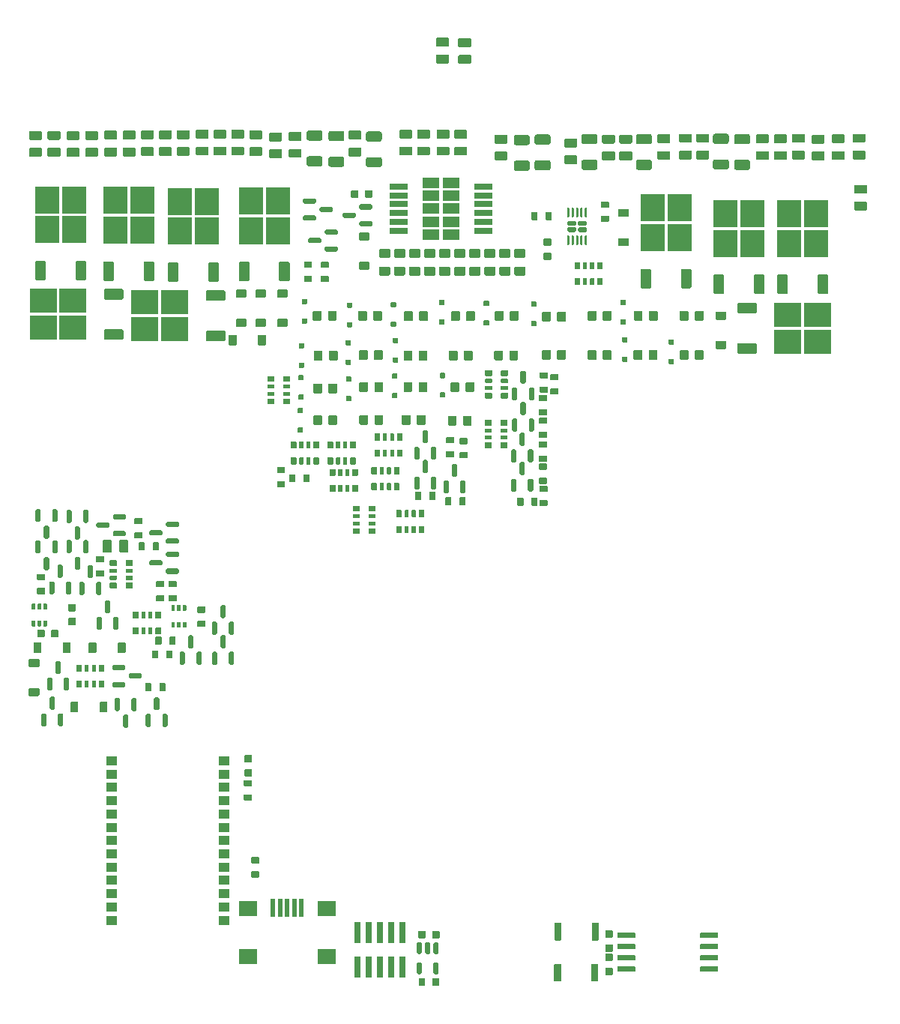
<source format=gtp>
G04 #@! TF.GenerationSoftware,KiCad,Pcbnew,(6.0.1)*
G04 #@! TF.CreationDate,2022-08-21T23:27:26+03:00*
G04 #@! TF.ProjectId,alphax_4ch,616c7068-6178-45f3-9463-682e6b696361,a*
G04 #@! TF.SameCoordinates,PX141f5e0PYa2cace0*
G04 #@! TF.FileFunction,Paste,Top*
G04 #@! TF.FilePolarity,Positive*
%FSLAX46Y46*%
G04 Gerber Fmt 4.6, Leading zero omitted, Abs format (unit mm)*
G04 Created by KiCad (PCBNEW (6.0.1)) date 2022-08-21 23:27:26*
%MOMM*%
%LPD*%
G01*
G04 APERTURE LIST*
%ADD10R,2.750000X3.050000*%
%ADD11R,0.500000X2.000000*%
%ADD12R,2.000000X1.700000*%
%ADD13R,3.050000X2.750000*%
%ADD14R,1.950000X1.160000*%
%ADD15R,2.000000X0.650000*%
%ADD16O,0.000001X0.000001*%
%ADD17R,1.300000X1.000000*%
%ADD18R,0.740000X2.400000*%
G04 APERTURE END LIST*
G04 #@! TO.C,D53*
G36*
G01*
X25110000Y74805000D02*
X24090000Y74805000D01*
G75*
G02*
X24000000Y74895000I0J90000D01*
G01*
X24000000Y75615000D01*
G75*
G02*
X24090000Y75705000I90000J0D01*
G01*
X25110000Y75705000D01*
G75*
G02*
X25200000Y75615000I0J-90000D01*
G01*
X25200000Y74895000D01*
G75*
G02*
X25110000Y74805000I-90000J0D01*
G01*
G37*
G36*
G01*
X25110000Y78105000D02*
X24090000Y78105000D01*
G75*
G02*
X24000000Y78195000I0J90000D01*
G01*
X24000000Y78915000D01*
G75*
G02*
X24090000Y79005000I90000J0D01*
G01*
X25110000Y79005000D01*
G75*
G02*
X25200000Y78915000I0J-90000D01*
G01*
X25200000Y78195000D01*
G75*
G02*
X25110000Y78105000I-90000J0D01*
G01*
G37*
G04 #@! TD*
G04 #@! TO.C,R8*
G36*
G01*
X77375000Y93699999D02*
X76125000Y93699999D01*
G75*
G02*
X76025000Y93799999I0J100000D01*
G01*
X76025000Y94599999D01*
G75*
G02*
X76125000Y94699999I100000J0D01*
G01*
X77375000Y94699999D01*
G75*
G02*
X77475000Y94599999I0J-100000D01*
G01*
X77475000Y93799999D01*
G75*
G02*
X77375000Y93699999I-100000J0D01*
G01*
G37*
G36*
G01*
X77375000Y95600021D02*
X76125000Y95600021D01*
G75*
G02*
X76025000Y95700021I0J100000D01*
G01*
X76025000Y96500021D01*
G75*
G02*
X76125000Y96600021I100000J0D01*
G01*
X77375000Y96600021D01*
G75*
G02*
X77475000Y96500021I0J-100000D01*
G01*
X77475000Y95700021D01*
G75*
G02*
X77375000Y95600021I-100000J0D01*
G01*
G37*
G04 #@! TD*
G04 #@! TO.C,C18*
G36*
G01*
X66490000Y4224999D02*
X65810000Y4224999D01*
G75*
G02*
X65725000Y4309999I0J85000D01*
G01*
X65725000Y4989999D01*
G75*
G02*
X65810000Y5074999I85000J0D01*
G01*
X66490000Y5074999D01*
G75*
G02*
X66575000Y4989999I0J-85000D01*
G01*
X66575000Y4309999D01*
G75*
G02*
X66490000Y4224999I-85000J0D01*
G01*
G37*
G36*
G01*
X66490000Y5805001D02*
X65810000Y5805001D01*
G75*
G02*
X65725000Y5890001I0J85000D01*
G01*
X65725000Y6570001D01*
G75*
G02*
X65810000Y6655001I85000J0D01*
G01*
X66490000Y6655001D01*
G75*
G02*
X66575000Y6570001I0J-85000D01*
G01*
X66575000Y5890001D01*
G75*
G02*
X66490000Y5805001I-85000J0D01*
G01*
G37*
G04 #@! TD*
G04 #@! TO.C,R29*
G36*
G01*
X12610000Y53200010D02*
X13390000Y53200010D01*
G75*
G02*
X13460000Y53130010I0J-70000D01*
G01*
X13460000Y52570010D01*
G75*
G02*
X13390000Y52500010I-70000J0D01*
G01*
X12610000Y52500010D01*
G75*
G02*
X12540000Y52570010I0J70000D01*
G01*
X12540000Y53130010D01*
G75*
G02*
X12610000Y53200010I70000J0D01*
G01*
G37*
G36*
G01*
X12610000Y51600010D02*
X13390000Y51600010D01*
G75*
G02*
X13460000Y51530010I0J-70000D01*
G01*
X13460000Y50970010D01*
G75*
G02*
X13390000Y50900010I-70000J0D01*
G01*
X12610000Y50900010D01*
G75*
G02*
X12540000Y50970010I0J70000D01*
G01*
X12540000Y51530010D01*
G75*
G02*
X12610000Y51600010I70000J0D01*
G01*
G37*
G04 #@! TD*
G04 #@! TO.C,R90*
G36*
G01*
X25810000Y14900000D02*
X26590000Y14900000D01*
G75*
G02*
X26660000Y14830000I0J-70000D01*
G01*
X26660000Y14270000D01*
G75*
G02*
X26590000Y14200000I-70000J0D01*
G01*
X25810000Y14200000D01*
G75*
G02*
X25740000Y14270000I0J70000D01*
G01*
X25740000Y14830000D01*
G75*
G02*
X25810000Y14900000I70000J0D01*
G01*
G37*
G36*
G01*
X25810000Y13300000D02*
X26590000Y13300000D01*
G75*
G02*
X26660000Y13230000I0J-70000D01*
G01*
X26660000Y12670000D01*
G75*
G02*
X26590000Y12600000I-70000J0D01*
G01*
X25810000Y12600000D01*
G75*
G02*
X25740000Y12670000I0J70000D01*
G01*
X25740000Y13230000D01*
G75*
G02*
X25810000Y13300000I70000J0D01*
G01*
G37*
G04 #@! TD*
G04 #@! TO.C,R2*
G36*
G01*
X34600000Y56215000D02*
X34600000Y56885000D01*
G75*
G02*
X34665000Y56950000I65000J0D01*
G01*
X35185000Y56950000D01*
G75*
G02*
X35250000Y56885000I0J-65000D01*
G01*
X35250000Y56215000D01*
G75*
G02*
X35185000Y56150000I-65000J0D01*
G01*
X34665000Y56150000D01*
G75*
G02*
X34600000Y56215000I0J65000D01*
G01*
G37*
G36*
G01*
X35575000Y56195000D02*
X35575000Y56905000D01*
G75*
G02*
X35620000Y56950000I45000J0D01*
G01*
X35980000Y56950000D01*
G75*
G02*
X36025000Y56905000I0J-45000D01*
G01*
X36025000Y56195000D01*
G75*
G02*
X35980000Y56150000I-45000J0D01*
G01*
X35620000Y56150000D01*
G75*
G02*
X35575000Y56195000I0J45000D01*
G01*
G37*
G36*
G01*
X36375000Y56195000D02*
X36375000Y56905000D01*
G75*
G02*
X36420000Y56950000I45000J0D01*
G01*
X36780000Y56950000D01*
G75*
G02*
X36825000Y56905000I0J-45000D01*
G01*
X36825000Y56195000D01*
G75*
G02*
X36780000Y56150000I-45000J0D01*
G01*
X36420000Y56150000D01*
G75*
G02*
X36375000Y56195000I0J45000D01*
G01*
G37*
G36*
G01*
X37150000Y56215000D02*
X37150000Y56885000D01*
G75*
G02*
X37215000Y56950000I65000J0D01*
G01*
X37735000Y56950000D01*
G75*
G02*
X37800000Y56885000I0J-65000D01*
G01*
X37800000Y56215000D01*
G75*
G02*
X37735000Y56150000I-65000J0D01*
G01*
X37215000Y56150000D01*
G75*
G02*
X37150000Y56215000I0J65000D01*
G01*
G37*
G36*
G01*
X37150000Y58015000D02*
X37150000Y58685000D01*
G75*
G02*
X37215000Y58750000I65000J0D01*
G01*
X37735000Y58750000D01*
G75*
G02*
X37800000Y58685000I0J-65000D01*
G01*
X37800000Y58015000D01*
G75*
G02*
X37735000Y57950000I-65000J0D01*
G01*
X37215000Y57950000D01*
G75*
G02*
X37150000Y58015000I0J65000D01*
G01*
G37*
G36*
G01*
X36375000Y57995000D02*
X36375000Y58705000D01*
G75*
G02*
X36420000Y58750000I45000J0D01*
G01*
X36780000Y58750000D01*
G75*
G02*
X36825000Y58705000I0J-45000D01*
G01*
X36825000Y57995000D01*
G75*
G02*
X36780000Y57950000I-45000J0D01*
G01*
X36420000Y57950000D01*
G75*
G02*
X36375000Y57995000I0J45000D01*
G01*
G37*
G36*
G01*
X35575000Y57995000D02*
X35575000Y58705000D01*
G75*
G02*
X35620000Y58750000I45000J0D01*
G01*
X35980000Y58750000D01*
G75*
G02*
X36025000Y58705000I0J-45000D01*
G01*
X36025000Y57995000D01*
G75*
G02*
X35980000Y57950000I-45000J0D01*
G01*
X35620000Y57950000D01*
G75*
G02*
X35575000Y57995000I0J45000D01*
G01*
G37*
G36*
G01*
X34600000Y58015000D02*
X34600000Y58685000D01*
G75*
G02*
X34665000Y58750000I65000J0D01*
G01*
X35185000Y58750000D01*
G75*
G02*
X35250000Y58685000I0J-65000D01*
G01*
X35250000Y58015000D01*
G75*
G02*
X35185000Y57950000I-65000J0D01*
G01*
X34665000Y57950000D01*
G75*
G02*
X34600000Y58015000I0J65000D01*
G01*
G37*
G04 #@! TD*
G04 #@! TO.C,D36*
G36*
G01*
X50649999Y64649998D02*
X50649999Y63749998D01*
G75*
G02*
X50549999Y63649998I-100000J0D01*
G01*
X49749999Y63649998D01*
G75*
G02*
X49649999Y63749998I0J100000D01*
G01*
X49649999Y64649998D01*
G75*
G02*
X49749999Y64749998I100000J0D01*
G01*
X50549999Y64749998D01*
G75*
G02*
X50649999Y64649998I0J-100000D01*
G01*
G37*
G36*
G01*
X48949999Y64649998D02*
X48949999Y63749998D01*
G75*
G02*
X48849999Y63649998I-100000J0D01*
G01*
X48049999Y63649998D01*
G75*
G02*
X47949999Y63749998I0J100000D01*
G01*
X47949999Y64649998D01*
G75*
G02*
X48049999Y64749998I100000J0D01*
G01*
X48849999Y64749998D01*
G75*
G02*
X48949999Y64649998I0J-100000D01*
G01*
G37*
G04 #@! TD*
G04 #@! TO.C,R4*
G36*
G01*
X54685000Y66700000D02*
X54015000Y66700000D01*
G75*
G02*
X53950000Y66765000I0J65000D01*
G01*
X53950000Y67285000D01*
G75*
G02*
X54015000Y67350000I65000J0D01*
G01*
X54685000Y67350000D01*
G75*
G02*
X54750000Y67285000I0J-65000D01*
G01*
X54750000Y66765000D01*
G75*
G02*
X54685000Y66700000I-65000J0D01*
G01*
G37*
G36*
G01*
X54705000Y67675000D02*
X53995000Y67675000D01*
G75*
G02*
X53950000Y67720000I0J45000D01*
G01*
X53950000Y68080000D01*
G75*
G02*
X53995000Y68125000I45000J0D01*
G01*
X54705000Y68125000D01*
G75*
G02*
X54750000Y68080000I0J-45000D01*
G01*
X54750000Y67720000D01*
G75*
G02*
X54705000Y67675000I-45000J0D01*
G01*
G37*
G36*
G01*
X54705000Y68475000D02*
X53995000Y68475000D01*
G75*
G02*
X53950000Y68520000I0J45000D01*
G01*
X53950000Y68880000D01*
G75*
G02*
X53995000Y68925000I45000J0D01*
G01*
X54705000Y68925000D01*
G75*
G02*
X54750000Y68880000I0J-45000D01*
G01*
X54750000Y68520000D01*
G75*
G02*
X54705000Y68475000I-45000J0D01*
G01*
G37*
G36*
G01*
X54685000Y69250000D02*
X54015000Y69250000D01*
G75*
G02*
X53950000Y69315000I0J65000D01*
G01*
X53950000Y69835000D01*
G75*
G02*
X54015000Y69900000I65000J0D01*
G01*
X54685000Y69900000D01*
G75*
G02*
X54750000Y69835000I0J-65000D01*
G01*
X54750000Y69315000D01*
G75*
G02*
X54685000Y69250000I-65000J0D01*
G01*
G37*
G36*
G01*
X52885000Y69250000D02*
X52215000Y69250000D01*
G75*
G02*
X52150000Y69315000I0J65000D01*
G01*
X52150000Y69835000D01*
G75*
G02*
X52215000Y69900000I65000J0D01*
G01*
X52885000Y69900000D01*
G75*
G02*
X52950000Y69835000I0J-65000D01*
G01*
X52950000Y69315000D01*
G75*
G02*
X52885000Y69250000I-65000J0D01*
G01*
G37*
G36*
G01*
X52905000Y68475000D02*
X52195000Y68475000D01*
G75*
G02*
X52150000Y68520000I0J45000D01*
G01*
X52150000Y68880000D01*
G75*
G02*
X52195000Y68925000I45000J0D01*
G01*
X52905000Y68925000D01*
G75*
G02*
X52950000Y68880000I0J-45000D01*
G01*
X52950000Y68520000D01*
G75*
G02*
X52905000Y68475000I-45000J0D01*
G01*
G37*
G36*
G01*
X52905000Y67675000D02*
X52195000Y67675000D01*
G75*
G02*
X52150000Y67720000I0J45000D01*
G01*
X52150000Y68080000D01*
G75*
G02*
X52195000Y68125000I45000J0D01*
G01*
X52905000Y68125000D01*
G75*
G02*
X52950000Y68080000I0J-45000D01*
G01*
X52950000Y67720000D01*
G75*
G02*
X52905000Y67675000I-45000J0D01*
G01*
G37*
G36*
G01*
X52885000Y66700000D02*
X52215000Y66700000D01*
G75*
G02*
X52150000Y66765000I0J65000D01*
G01*
X52150000Y67285000D01*
G75*
G02*
X52215000Y67350000I65000J0D01*
G01*
X52885000Y67350000D01*
G75*
G02*
X52950000Y67285000I0J-65000D01*
G01*
X52950000Y66765000D01*
G75*
G02*
X52885000Y66700000I-65000J0D01*
G01*
G37*
G04 #@! TD*
G04 #@! TO.C,D30*
G36*
G01*
X67450000Y75111499D02*
X67450000Y75591499D01*
G75*
G02*
X67510000Y75651499I60000J0D01*
G01*
X67990000Y75651499D01*
G75*
G02*
X68050000Y75591499I0J-60000D01*
G01*
X68050000Y75111499D01*
G75*
G02*
X67990000Y75051499I-60000J0D01*
G01*
X67510000Y75051499D01*
G75*
G02*
X67450000Y75111499I0J60000D01*
G01*
G37*
G36*
G01*
X67450000Y77311499D02*
X67450000Y77791499D01*
G75*
G02*
X67510000Y77851499I60000J0D01*
G01*
X67990000Y77851499D01*
G75*
G02*
X68050000Y77791499I0J-60000D01*
G01*
X68050000Y77311499D01*
G75*
G02*
X67990000Y77251499I-60000J0D01*
G01*
X67510000Y77251499D01*
G75*
G02*
X67450000Y77311499I0J60000D01*
G01*
G37*
G04 #@! TD*
G04 #@! TO.C,C3*
G36*
G01*
X25060000Y26435001D02*
X25740000Y26435001D01*
G75*
G02*
X25825000Y26350001I0J-85000D01*
G01*
X25825000Y25670001D01*
G75*
G02*
X25740000Y25585001I-85000J0D01*
G01*
X25060000Y25585001D01*
G75*
G02*
X24975000Y25670001I0J85000D01*
G01*
X24975000Y26350001D01*
G75*
G02*
X25060000Y26435001I85000J0D01*
G01*
G37*
G36*
G01*
X25060000Y24854999D02*
X25740000Y24854999D01*
G75*
G02*
X25825000Y24769999I0J-85000D01*
G01*
X25825000Y24089999D01*
G75*
G02*
X25740000Y24004999I-85000J0D01*
G01*
X25060000Y24004999D01*
G75*
G02*
X24975000Y24089999I0J85000D01*
G01*
X24975000Y24769999D01*
G75*
G02*
X25060000Y24854999I85000J0D01*
G01*
G37*
G04 #@! TD*
G04 #@! TO.C,D46*
G36*
G01*
X31650000Y69290000D02*
X31650000Y68810000D01*
G75*
G02*
X31590000Y68750000I-60000J0D01*
G01*
X31110000Y68750000D01*
G75*
G02*
X31050000Y68810000I0J60000D01*
G01*
X31050000Y69290000D01*
G75*
G02*
X31110000Y69350000I60000J0D01*
G01*
X31590000Y69350000D01*
G75*
G02*
X31650000Y69290000I0J-60000D01*
G01*
G37*
G36*
G01*
X31650000Y67090000D02*
X31650000Y66610000D01*
G75*
G02*
X31590000Y66550000I-60000J0D01*
G01*
X31110000Y66550000D01*
G75*
G02*
X31050000Y66610000I0J60000D01*
G01*
X31050000Y67090000D01*
G75*
G02*
X31110000Y67150000I60000J0D01*
G01*
X31590000Y67150000D01*
G75*
G02*
X31650000Y67090000I0J-60000D01*
G01*
G37*
G04 #@! TD*
G04 #@! TO.C,R87*
G36*
G01*
X58310000Y61850000D02*
X59090000Y61850000D01*
G75*
G02*
X59160000Y61780000I0J-70000D01*
G01*
X59160000Y61220000D01*
G75*
G02*
X59090000Y61150000I-70000J0D01*
G01*
X58310000Y61150000D01*
G75*
G02*
X58240000Y61220000I0J70000D01*
G01*
X58240000Y61780000D01*
G75*
G02*
X58310000Y61850000I70000J0D01*
G01*
G37*
G36*
G01*
X58310000Y60250000D02*
X59090000Y60250000D01*
G75*
G02*
X59160000Y60180000I0J-70000D01*
G01*
X59160000Y59620000D01*
G75*
G02*
X59090000Y59550000I-70000J0D01*
G01*
X58310000Y59550000D01*
G75*
G02*
X58240000Y59620000I0J70000D01*
G01*
X58240000Y60180000D01*
G75*
G02*
X58310000Y60250000I70000J0D01*
G01*
G37*
G04 #@! TD*
G04 #@! TO.C,R93*
G36*
G01*
X17200000Y39740000D02*
X17200000Y38960000D01*
G75*
G02*
X17130000Y38890000I-70000J0D01*
G01*
X16570000Y38890000D01*
G75*
G02*
X16500000Y38960000I0J70000D01*
G01*
X16500000Y39740000D01*
G75*
G02*
X16570000Y39810000I70000J0D01*
G01*
X17130000Y39810000D01*
G75*
G02*
X17200000Y39740000I0J-70000D01*
G01*
G37*
G36*
G01*
X15600000Y39740000D02*
X15600000Y38960000D01*
G75*
G02*
X15530000Y38890000I-70000J0D01*
G01*
X14970000Y38890000D01*
G75*
G02*
X14900000Y38960000I0J70000D01*
G01*
X14900000Y39740000D01*
G75*
G02*
X14970000Y39810000I70000J0D01*
G01*
X15530000Y39810000D01*
G75*
G02*
X15600000Y39740000I0J-70000D01*
G01*
G37*
G04 #@! TD*
G04 #@! TO.C,R95*
G36*
G01*
X33660000Y82150000D02*
X34440000Y82150000D01*
G75*
G02*
X34510000Y82080000I0J-70000D01*
G01*
X34510000Y81520000D01*
G75*
G02*
X34440000Y81450000I-70000J0D01*
G01*
X33660000Y81450000D01*
G75*
G02*
X33590000Y81520000I0J70000D01*
G01*
X33590000Y82080000D01*
G75*
G02*
X33660000Y82150000I70000J0D01*
G01*
G37*
G36*
G01*
X33660000Y80550000D02*
X34440000Y80550000D01*
G75*
G02*
X34510000Y80480000I0J-70000D01*
G01*
X34510000Y79920000D01*
G75*
G02*
X34440000Y79850000I-70000J0D01*
G01*
X33660000Y79850000D01*
G75*
G02*
X33590000Y79920000I0J70000D01*
G01*
X33590000Y80480000D01*
G75*
G02*
X33660000Y80550000I70000J0D01*
G01*
G37*
G04 #@! TD*
G04 #@! TO.C,D34*
G36*
G01*
X40649999Y64749998D02*
X40649999Y63849998D01*
G75*
G02*
X40549999Y63749998I-100000J0D01*
G01*
X39749999Y63749998D01*
G75*
G02*
X39649999Y63849998I0J100000D01*
G01*
X39649999Y64749998D01*
G75*
G02*
X39749999Y64849998I100000J0D01*
G01*
X40549999Y64849998D01*
G75*
G02*
X40649999Y64749998I0J-100000D01*
G01*
G37*
G36*
G01*
X38949999Y64749998D02*
X38949999Y63849998D01*
G75*
G02*
X38849999Y63749998I-100000J0D01*
G01*
X38049999Y63749998D01*
G75*
G02*
X37949999Y63849998I0J100000D01*
G01*
X37949999Y64749998D01*
G75*
G02*
X38049999Y64849998I100000J0D01*
G01*
X38849999Y64849998D01*
G75*
G02*
X38949999Y64749998I0J-100000D01*
G01*
G37*
G04 #@! TD*
G04 #@! TO.C,R59*
G36*
G01*
X44575000Y97050001D02*
X45825000Y97050001D01*
G75*
G02*
X45925000Y96950001I0J-100000D01*
G01*
X45925000Y96150001D01*
G75*
G02*
X45825000Y96050001I-100000J0D01*
G01*
X44575000Y96050001D01*
G75*
G02*
X44475000Y96150001I0J100000D01*
G01*
X44475000Y96950001D01*
G75*
G02*
X44575000Y97050001I100000J0D01*
G01*
G37*
G36*
G01*
X44575000Y95149979D02*
X45825000Y95149979D01*
G75*
G02*
X45925000Y95049979I0J-100000D01*
G01*
X45925000Y94249979D01*
G75*
G02*
X45825000Y94149979I-100000J0D01*
G01*
X44575000Y94149979D01*
G75*
G02*
X44475000Y94249979I0J100000D01*
G01*
X44475000Y95049979D01*
G75*
G02*
X44575000Y95149979I100000J0D01*
G01*
G37*
G04 #@! TD*
G04 #@! TO.C,R9*
G36*
G01*
X75425000Y93699999D02*
X74175000Y93699999D01*
G75*
G02*
X74075000Y93799999I0J100000D01*
G01*
X74075000Y94599999D01*
G75*
G02*
X74175000Y94699999I100000J0D01*
G01*
X75425000Y94699999D01*
G75*
G02*
X75525000Y94599999I0J-100000D01*
G01*
X75525000Y93799999D01*
G75*
G02*
X75425000Y93699999I-100000J0D01*
G01*
G37*
G36*
G01*
X75425000Y95600021D02*
X74175000Y95600021D01*
G75*
G02*
X74075000Y95700021I0J100000D01*
G01*
X74075000Y96500021D01*
G75*
G02*
X74175000Y96600021I100000J0D01*
G01*
X75425000Y96600021D01*
G75*
G02*
X75525000Y96500021I0J-100000D01*
G01*
X75525000Y95700021D01*
G75*
G02*
X75425000Y95600021I-100000J0D01*
G01*
G37*
G04 #@! TD*
G04 #@! TO.C,R68*
G36*
G01*
X24825000Y94149999D02*
X23575000Y94149999D01*
G75*
G02*
X23475000Y94249999I0J100000D01*
G01*
X23475000Y95049999D01*
G75*
G02*
X23575000Y95149999I100000J0D01*
G01*
X24825000Y95149999D01*
G75*
G02*
X24925000Y95049999I0J-100000D01*
G01*
X24925000Y94249999D01*
G75*
G02*
X24825000Y94149999I-100000J0D01*
G01*
G37*
G36*
G01*
X24825000Y96050021D02*
X23575000Y96050021D01*
G75*
G02*
X23475000Y96150021I0J100000D01*
G01*
X23475000Y96950021D01*
G75*
G02*
X23575000Y97050021I100000J0D01*
G01*
X24825000Y97050021D01*
G75*
G02*
X24925000Y96950021I0J-100000D01*
G01*
X24925000Y96150021D01*
G75*
G02*
X24825000Y96050021I-100000J0D01*
G01*
G37*
G04 #@! TD*
G04 #@! TO.C,R82*
G36*
G01*
X58410000Y69650000D02*
X59190000Y69650000D01*
G75*
G02*
X59260000Y69580000I0J-70000D01*
G01*
X59260000Y69020000D01*
G75*
G02*
X59190000Y68950000I-70000J0D01*
G01*
X58410000Y68950000D01*
G75*
G02*
X58340000Y69020000I0J70000D01*
G01*
X58340000Y69580000D01*
G75*
G02*
X58410000Y69650000I70000J0D01*
G01*
G37*
G36*
G01*
X58410000Y68050000D02*
X59190000Y68050000D01*
G75*
G02*
X59260000Y67980000I0J-70000D01*
G01*
X59260000Y67420000D01*
G75*
G02*
X59190000Y67350000I-70000J0D01*
G01*
X58410000Y67350000D01*
G75*
G02*
X58340000Y67420000I0J70000D01*
G01*
X58340000Y67980000D01*
G75*
G02*
X58410000Y68050000I70000J0D01*
G01*
G37*
G04 #@! TD*
G04 #@! TO.C,D49*
G36*
G01*
X31575000Y88850000D02*
X31575000Y89150000D01*
G75*
G02*
X31725000Y89300000I150000J0D01*
G01*
X32900000Y89300000D01*
G75*
G02*
X33050000Y89150000I0J-150000D01*
G01*
X33050000Y88850000D01*
G75*
G02*
X32900000Y88700000I-150000J0D01*
G01*
X31725000Y88700000D01*
G75*
G02*
X31575000Y88850000I0J150000D01*
G01*
G37*
G36*
G01*
X33450000Y87900000D02*
X33450000Y88200000D01*
G75*
G02*
X33600000Y88350000I150000J0D01*
G01*
X34775000Y88350000D01*
G75*
G02*
X34925000Y88200000I0J-150000D01*
G01*
X34925000Y87900000D01*
G75*
G02*
X34775000Y87750000I-150000J0D01*
G01*
X33600000Y87750000D01*
G75*
G02*
X33450000Y87900000I0J150000D01*
G01*
G37*
G36*
G01*
X31575000Y86950000D02*
X31575000Y87250000D01*
G75*
G02*
X31725000Y87400000I150000J0D01*
G01*
X32900000Y87400000D01*
G75*
G02*
X33050000Y87250000I0J-150000D01*
G01*
X33050000Y86950000D01*
G75*
G02*
X32900000Y86800000I-150000J0D01*
G01*
X31725000Y86800000D01*
G75*
G02*
X31575000Y86950000I0J150000D01*
G01*
G37*
G04 #@! TD*
G04 #@! TO.C,F4*
G36*
G01*
X63050000Y95655010D02*
X63050000Y96345010D01*
G75*
G02*
X63280000Y96575010I230000J0D01*
G01*
X64620000Y96575010D01*
G75*
G02*
X64850000Y96345010I0J-230000D01*
G01*
X64850000Y95655010D01*
G75*
G02*
X64620000Y95425010I-230000J0D01*
G01*
X63280000Y95425010D01*
G75*
G02*
X63050000Y95655010I0J230000D01*
G01*
G37*
G36*
G01*
X63050000Y92754990D02*
X63050000Y93444990D01*
G75*
G02*
X63280000Y93674990I230000J0D01*
G01*
X64620000Y93674990D01*
G75*
G02*
X64850000Y93444990I0J-230000D01*
G01*
X64850000Y92754990D01*
G75*
G02*
X64620000Y92524990I-230000J0D01*
G01*
X63280000Y92524990D01*
G75*
G02*
X63050000Y92754990I0J230000D01*
G01*
G37*
G04 #@! TD*
G04 #@! TO.C,Q13*
G36*
G01*
X47910000Y55975000D02*
X47610000Y55975000D01*
G75*
G02*
X47460000Y56125000I0J150000D01*
G01*
X47460000Y57300000D01*
G75*
G02*
X47610000Y57450000I150000J0D01*
G01*
X47910000Y57450000D01*
G75*
G02*
X48060000Y57300000I0J-150000D01*
G01*
X48060000Y56125000D01*
G75*
G02*
X47910000Y55975000I-150000J0D01*
G01*
G37*
G36*
G01*
X48860000Y57850000D02*
X48560000Y57850000D01*
G75*
G02*
X48410000Y58000000I0J150000D01*
G01*
X48410000Y59175000D01*
G75*
G02*
X48560000Y59325000I150000J0D01*
G01*
X48860000Y59325000D01*
G75*
G02*
X49010000Y59175000I0J-150000D01*
G01*
X49010000Y58000000D01*
G75*
G02*
X48860000Y57850000I-150000J0D01*
G01*
G37*
G36*
G01*
X49810000Y55975000D02*
X49510000Y55975000D01*
G75*
G02*
X49360000Y56125000I0J150000D01*
G01*
X49360000Y57300000D01*
G75*
G02*
X49510000Y57450000I150000J0D01*
G01*
X49810000Y57450000D01*
G75*
G02*
X49960000Y57300000I0J-150000D01*
G01*
X49960000Y56125000D01*
G75*
G02*
X49810000Y55975000I-150000J0D01*
G01*
G37*
G04 #@! TD*
G04 #@! TO.C,R91*
G36*
G01*
X95205000Y87939999D02*
X93955000Y87939999D01*
G75*
G02*
X93855000Y88039999I0J100000D01*
G01*
X93855000Y88839999D01*
G75*
G02*
X93955000Y88939999I100000J0D01*
G01*
X95205000Y88939999D01*
G75*
G02*
X95305000Y88839999I0J-100000D01*
G01*
X95305000Y88039999D01*
G75*
G02*
X95205000Y87939999I-100000J0D01*
G01*
G37*
G36*
G01*
X95205000Y89840021D02*
X93955000Y89840021D01*
G75*
G02*
X93855000Y89940021I0J100000D01*
G01*
X93855000Y90740021D01*
G75*
G02*
X93955000Y90840021I100000J0D01*
G01*
X95205000Y90840021D01*
G75*
G02*
X95305000Y90740021I0J-100000D01*
G01*
X95305000Y89940021D01*
G75*
G02*
X95205000Y89840021I-100000J0D01*
G01*
G37*
G04 #@! TD*
G04 #@! TO.C,D1*
G36*
G01*
X67650000Y70910000D02*
X67650000Y71390000D01*
G75*
G02*
X67710000Y71450000I60000J0D01*
G01*
X68190000Y71450000D01*
G75*
G02*
X68250000Y71390000I0J-60000D01*
G01*
X68250000Y70910000D01*
G75*
G02*
X68190000Y70850000I-60000J0D01*
G01*
X67710000Y70850000D01*
G75*
G02*
X67650000Y70910000I0J60000D01*
G01*
G37*
G36*
G01*
X67650000Y73110000D02*
X67650000Y73590000D01*
G75*
G02*
X67710000Y73650000I60000J0D01*
G01*
X68190000Y73650000D01*
G75*
G02*
X68250000Y73590000I0J-60000D01*
G01*
X68250000Y73110000D01*
G75*
G02*
X68190000Y73050000I-60000J0D01*
G01*
X67710000Y73050000D01*
G75*
G02*
X67650000Y73110000I0J60000D01*
G01*
G37*
G04 #@! TD*
G04 #@! TO.C,D15*
G36*
G01*
X40499999Y76499998D02*
X40499999Y75599998D01*
G75*
G02*
X40399999Y75499998I-100000J0D01*
G01*
X39599999Y75499998D01*
G75*
G02*
X39499999Y75599998I0J100000D01*
G01*
X39499999Y76499998D01*
G75*
G02*
X39599999Y76599998I100000J0D01*
G01*
X40399999Y76599998D01*
G75*
G02*
X40499999Y76499998I0J-100000D01*
G01*
G37*
G36*
G01*
X38799999Y76499998D02*
X38799999Y75599998D01*
G75*
G02*
X38699999Y75499998I-100000J0D01*
G01*
X37899999Y75499998D01*
G75*
G02*
X37799999Y75599998I0J100000D01*
G01*
X37799999Y76499998D01*
G75*
G02*
X37899999Y76599998I100000J0D01*
G01*
X38699999Y76599998D01*
G75*
G02*
X38799999Y76499998I0J-100000D01*
G01*
G37*
G04 #@! TD*
G04 #@! TO.C,C1*
G36*
G01*
X58860000Y84765001D02*
X59540000Y84765001D01*
G75*
G02*
X59625000Y84680001I0J-85000D01*
G01*
X59625000Y84000001D01*
G75*
G02*
X59540000Y83915001I-85000J0D01*
G01*
X58860000Y83915001D01*
G75*
G02*
X58775000Y84000001I0J85000D01*
G01*
X58775000Y84680001D01*
G75*
G02*
X58860000Y84765001I85000J0D01*
G01*
G37*
G36*
G01*
X58860000Y83184999D02*
X59540000Y83184999D01*
G75*
G02*
X59625000Y83099999I0J-85000D01*
G01*
X59625000Y82419999D01*
G75*
G02*
X59540000Y82334999I-85000J0D01*
G01*
X58860000Y82334999D01*
G75*
G02*
X58775000Y82419999I0J85000D01*
G01*
X58775000Y83099999D01*
G75*
G02*
X58860000Y83184999I85000J0D01*
G01*
G37*
G04 #@! TD*
D10*
G04 #@! TO.C,Q29*
X28725000Y85675000D03*
X25675000Y85675000D03*
X25675000Y89025000D03*
X28725000Y89025000D03*
G36*
G01*
X25400000Y79950000D02*
X24440000Y79950000D01*
G75*
G02*
X24320000Y80070000I0J120000D01*
G01*
X24320000Y82030000D01*
G75*
G02*
X24440000Y82150000I120000J0D01*
G01*
X25400000Y82150000D01*
G75*
G02*
X25520000Y82030000I0J-120000D01*
G01*
X25520000Y80070000D01*
G75*
G02*
X25400000Y79950000I-120000J0D01*
G01*
G37*
G36*
G01*
X29960000Y79950000D02*
X29000000Y79950000D01*
G75*
G02*
X28880000Y80070000I0J120000D01*
G01*
X28880000Y82030000D01*
G75*
G02*
X29000000Y82150000I120000J0D01*
G01*
X29960000Y82150000D01*
G75*
G02*
X30080000Y82030000I0J-120000D01*
G01*
X30080000Y80070000D01*
G75*
G02*
X29960000Y79950000I-120000J0D01*
G01*
G37*
G04 #@! TD*
G04 #@! TO.C,S1*
G36*
G01*
X64950001Y2770000D02*
X64950001Y930000D01*
G75*
G02*
X64870001Y850000I-80000J0D01*
G01*
X64230001Y850000D01*
G75*
G02*
X64150001Y930000I0J80000D01*
G01*
X64150001Y2770000D01*
G75*
G02*
X64230001Y2850000I80000J0D01*
G01*
X64870001Y2850000D01*
G75*
G02*
X64950001Y2770000I0J-80000D01*
G01*
G37*
G36*
G01*
X60750000Y2770000D02*
X60750000Y930000D01*
G75*
G02*
X60670000Y850000I-80000J0D01*
G01*
X60030000Y850000D01*
G75*
G02*
X59950000Y930000I0J80000D01*
G01*
X59950000Y2770000D01*
G75*
G02*
X60030000Y2850000I80000J0D01*
G01*
X60670000Y2850000D01*
G75*
G02*
X60750000Y2770000I0J-80000D01*
G01*
G37*
G04 #@! TD*
G04 #@! TO.C,D6*
G36*
G01*
X41750000Y70810000D02*
X41750000Y71290000D01*
G75*
G02*
X41810000Y71350000I60000J0D01*
G01*
X42290000Y71350000D01*
G75*
G02*
X42350000Y71290000I0J-60000D01*
G01*
X42350000Y70810000D01*
G75*
G02*
X42290000Y70750000I-60000J0D01*
G01*
X41810000Y70750000D01*
G75*
G02*
X41750000Y70810000I0J60000D01*
G01*
G37*
G36*
G01*
X41750000Y73010000D02*
X41750000Y73490000D01*
G75*
G02*
X41810000Y73550000I60000J0D01*
G01*
X42290000Y73550000D01*
G75*
G02*
X42350000Y73490000I0J-60000D01*
G01*
X42350000Y73010000D01*
G75*
G02*
X42290000Y72950000I-60000J0D01*
G01*
X41810000Y72950000D01*
G75*
G02*
X41750000Y73010000I0J60000D01*
G01*
G37*
G04 #@! TD*
G04 #@! TO.C,C4*
G36*
G01*
X47015001Y6490000D02*
X47015001Y5810000D01*
G75*
G02*
X46930001Y5725000I-85000J0D01*
G01*
X46250001Y5725000D01*
G75*
G02*
X46165001Y5810000I0J85000D01*
G01*
X46165001Y6490000D01*
G75*
G02*
X46250001Y6575000I85000J0D01*
G01*
X46930001Y6575000D01*
G75*
G02*
X47015001Y6490000I0J-85000D01*
G01*
G37*
G36*
G01*
X45434999Y6490000D02*
X45434999Y5810000D01*
G75*
G02*
X45349999Y5725000I-85000J0D01*
G01*
X44669999Y5725000D01*
G75*
G02*
X44584999Y5810000I0J85000D01*
G01*
X44584999Y6490000D01*
G75*
G02*
X44669999Y6575000I85000J0D01*
G01*
X45349999Y6575000D01*
G75*
G02*
X45434999Y6490000I0J-85000D01*
G01*
G37*
G04 #@! TD*
G04 #@! TO.C,Q1*
G36*
G01*
X2450000Y29675010D02*
X2150000Y29675010D01*
G75*
G02*
X2000000Y29825010I0J150000D01*
G01*
X2000000Y31000010D01*
G75*
G02*
X2150000Y31150010I150000J0D01*
G01*
X2450000Y31150010D01*
G75*
G02*
X2600000Y31000010I0J-150000D01*
G01*
X2600000Y29825010D01*
G75*
G02*
X2450000Y29675010I-150000J0D01*
G01*
G37*
G36*
G01*
X3400000Y31550010D02*
X3100000Y31550010D01*
G75*
G02*
X2950000Y31700010I0J150000D01*
G01*
X2950000Y32875010D01*
G75*
G02*
X3100000Y33025010I150000J0D01*
G01*
X3400000Y33025010D01*
G75*
G02*
X3550000Y32875010I0J-150000D01*
G01*
X3550000Y31700010D01*
G75*
G02*
X3400000Y31550010I-150000J0D01*
G01*
G37*
G36*
G01*
X4350000Y29675010D02*
X4050000Y29675010D01*
G75*
G02*
X3900000Y29825010I0J150000D01*
G01*
X3900000Y31000010D01*
G75*
G02*
X4050000Y31150010I150000J0D01*
G01*
X4350000Y31150010D01*
G75*
G02*
X4500000Y31000010I0J-150000D01*
G01*
X4500000Y29825010D01*
G75*
G02*
X4350000Y29675010I-150000J0D01*
G01*
G37*
G04 #@! TD*
G04 #@! TO.C,R50*
G36*
G01*
X34350000Y59315000D02*
X34350000Y59985000D01*
G75*
G02*
X34415000Y60050000I65000J0D01*
G01*
X34935000Y60050000D01*
G75*
G02*
X35000000Y59985000I0J-65000D01*
G01*
X35000000Y59315000D01*
G75*
G02*
X34935000Y59250000I-65000J0D01*
G01*
X34415000Y59250000D01*
G75*
G02*
X34350000Y59315000I0J65000D01*
G01*
G37*
G36*
G01*
X35325000Y59295000D02*
X35325000Y60005000D01*
G75*
G02*
X35370000Y60050000I45000J0D01*
G01*
X35730000Y60050000D01*
G75*
G02*
X35775000Y60005000I0J-45000D01*
G01*
X35775000Y59295000D01*
G75*
G02*
X35730000Y59250000I-45000J0D01*
G01*
X35370000Y59250000D01*
G75*
G02*
X35325000Y59295000I0J45000D01*
G01*
G37*
G36*
G01*
X36125000Y59295000D02*
X36125000Y60005000D01*
G75*
G02*
X36170000Y60050000I45000J0D01*
G01*
X36530000Y60050000D01*
G75*
G02*
X36575000Y60005000I0J-45000D01*
G01*
X36575000Y59295000D01*
G75*
G02*
X36530000Y59250000I-45000J0D01*
G01*
X36170000Y59250000D01*
G75*
G02*
X36125000Y59295000I0J45000D01*
G01*
G37*
G36*
G01*
X36900000Y59315000D02*
X36900000Y59985000D01*
G75*
G02*
X36965000Y60050000I65000J0D01*
G01*
X37485000Y60050000D01*
G75*
G02*
X37550000Y59985000I0J-65000D01*
G01*
X37550000Y59315000D01*
G75*
G02*
X37485000Y59250000I-65000J0D01*
G01*
X36965000Y59250000D01*
G75*
G02*
X36900000Y59315000I0J65000D01*
G01*
G37*
G36*
G01*
X36900000Y61115000D02*
X36900000Y61785000D01*
G75*
G02*
X36965000Y61850000I65000J0D01*
G01*
X37485000Y61850000D01*
G75*
G02*
X37550000Y61785000I0J-65000D01*
G01*
X37550000Y61115000D01*
G75*
G02*
X37485000Y61050000I-65000J0D01*
G01*
X36965000Y61050000D01*
G75*
G02*
X36900000Y61115000I0J65000D01*
G01*
G37*
G36*
G01*
X36125000Y61095000D02*
X36125000Y61805000D01*
G75*
G02*
X36170000Y61850000I45000J0D01*
G01*
X36530000Y61850000D01*
G75*
G02*
X36575000Y61805000I0J-45000D01*
G01*
X36575000Y61095000D01*
G75*
G02*
X36530000Y61050000I-45000J0D01*
G01*
X36170000Y61050000D01*
G75*
G02*
X36125000Y61095000I0J45000D01*
G01*
G37*
G36*
G01*
X35325000Y61095000D02*
X35325000Y61805000D01*
G75*
G02*
X35370000Y61850000I45000J0D01*
G01*
X35730000Y61850000D01*
G75*
G02*
X35775000Y61805000I0J-45000D01*
G01*
X35775000Y61095000D01*
G75*
G02*
X35730000Y61050000I-45000J0D01*
G01*
X35370000Y61050000D01*
G75*
G02*
X35325000Y61095000I0J45000D01*
G01*
G37*
G36*
G01*
X34350000Y61115000D02*
X34350000Y61785000D01*
G75*
G02*
X34415000Y61850000I65000J0D01*
G01*
X34935000Y61850000D01*
G75*
G02*
X35000000Y61785000I0J-65000D01*
G01*
X35000000Y61115000D01*
G75*
G02*
X34935000Y61050000I-65000J0D01*
G01*
X34415000Y61050000D01*
G75*
G02*
X34350000Y61115000I0J65000D01*
G01*
G37*
G04 #@! TD*
G04 #@! TO.C,U5*
G36*
G01*
X18040000Y43375000D02*
X18360000Y43375000D01*
G75*
G02*
X18400000Y43335000I0J-40000D01*
G01*
X18400000Y42765000D01*
G75*
G02*
X18360000Y42725000I-40000J0D01*
G01*
X18040000Y42725000D01*
G75*
G02*
X18000000Y42765000I0J40000D01*
G01*
X18000000Y43335000D01*
G75*
G02*
X18040000Y43375000I40000J0D01*
G01*
G37*
G36*
G01*
X17390000Y43375000D02*
X17710000Y43375000D01*
G75*
G02*
X17750000Y43335000I0J-40000D01*
G01*
X17750000Y42765000D01*
G75*
G02*
X17710000Y42725000I-40000J0D01*
G01*
X17390000Y42725000D01*
G75*
G02*
X17350000Y42765000I0J40000D01*
G01*
X17350000Y43335000D01*
G75*
G02*
X17390000Y43375000I40000J0D01*
G01*
G37*
G36*
G01*
X16740000Y43375000D02*
X17060000Y43375000D01*
G75*
G02*
X17100000Y43335000I0J-40000D01*
G01*
X17100000Y42765000D01*
G75*
G02*
X17060000Y42725000I-40000J0D01*
G01*
X16740000Y42725000D01*
G75*
G02*
X16700000Y42765000I0J40000D01*
G01*
X16700000Y43335000D01*
G75*
G02*
X16740000Y43375000I40000J0D01*
G01*
G37*
G36*
G01*
X16740000Y41475000D02*
X17060000Y41475000D01*
G75*
G02*
X17100000Y41435000I0J-40000D01*
G01*
X17100000Y40865000D01*
G75*
G02*
X17060000Y40825000I-40000J0D01*
G01*
X16740000Y40825000D01*
G75*
G02*
X16700000Y40865000I0J40000D01*
G01*
X16700000Y41435000D01*
G75*
G02*
X16740000Y41475000I40000J0D01*
G01*
G37*
G36*
G01*
X17390000Y41475000D02*
X17710000Y41475000D01*
G75*
G02*
X17750000Y41435000I0J-40000D01*
G01*
X17750000Y40865000D01*
G75*
G02*
X17710000Y40825000I-40000J0D01*
G01*
X17390000Y40825000D01*
G75*
G02*
X17350000Y40865000I0J40000D01*
G01*
X17350000Y41435000D01*
G75*
G02*
X17390000Y41475000I40000J0D01*
G01*
G37*
G36*
G01*
X18040000Y41475000D02*
X18360000Y41475000D01*
G75*
G02*
X18400000Y41435000I0J-40000D01*
G01*
X18400000Y40865000D01*
G75*
G02*
X18360000Y40825000I-40000J0D01*
G01*
X18040000Y40825000D01*
G75*
G02*
X18000000Y40865000I0J40000D01*
G01*
X18000000Y41435000D01*
G75*
G02*
X18040000Y41475000I40000J0D01*
G01*
G37*
G04 #@! TD*
G04 #@! TO.C,D28*
G36*
G01*
X5350000Y39060010D02*
X5350000Y38040010D01*
G75*
G02*
X5260000Y37950010I-90000J0D01*
G01*
X4540000Y37950010D01*
G75*
G02*
X4450000Y38040010I0J90000D01*
G01*
X4450000Y39060010D01*
G75*
G02*
X4540000Y39150010I90000J0D01*
G01*
X5260000Y39150010D01*
G75*
G02*
X5350000Y39060010I0J-90000D01*
G01*
G37*
G36*
G01*
X2050000Y39060010D02*
X2050000Y38040010D01*
G75*
G02*
X1960000Y37950010I-90000J0D01*
G01*
X1240000Y37950010D01*
G75*
G02*
X1150000Y38040010I0J90000D01*
G01*
X1150000Y39060010D01*
G75*
G02*
X1240000Y39150010I90000J0D01*
G01*
X1960000Y39150010D01*
G75*
G02*
X2050000Y39060010I0J-90000D01*
G01*
G37*
G04 #@! TD*
G04 #@! TO.C,D12*
G36*
G01*
X61300000Y76400000D02*
X61300000Y75500000D01*
G75*
G02*
X61200000Y75400000I-100000J0D01*
G01*
X60400000Y75400000D01*
G75*
G02*
X60300000Y75500000I0J100000D01*
G01*
X60300000Y76400000D01*
G75*
G02*
X60400000Y76500000I100000J0D01*
G01*
X61200000Y76500000D01*
G75*
G02*
X61300000Y76400000I0J-100000D01*
G01*
G37*
G36*
G01*
X59600000Y76400000D02*
X59600000Y75500000D01*
G75*
G02*
X59500000Y75400000I-100000J0D01*
G01*
X58700000Y75400000D01*
G75*
G02*
X58600000Y75500000I0J100000D01*
G01*
X58600000Y76400000D01*
G75*
G02*
X58700000Y76500000I100000J0D01*
G01*
X59500000Y76500000D01*
G75*
G02*
X59600000Y76400000I0J-100000D01*
G01*
G37*
G04 #@! TD*
G04 #@! TO.C,R38*
G36*
G01*
X25760000Y21310000D02*
X24980000Y21310000D01*
G75*
G02*
X24910000Y21380000I0J70000D01*
G01*
X24910000Y21940000D01*
G75*
G02*
X24980000Y22010000I70000J0D01*
G01*
X25760000Y22010000D01*
G75*
G02*
X25830000Y21940000I0J-70000D01*
G01*
X25830000Y21380000D01*
G75*
G02*
X25760000Y21310000I-70000J0D01*
G01*
G37*
G36*
G01*
X25760000Y22910000D02*
X24980000Y22910000D01*
G75*
G02*
X24910000Y22980000I0J70000D01*
G01*
X24910000Y23540000D01*
G75*
G02*
X24980000Y23610000I70000J0D01*
G01*
X25760000Y23610000D01*
G75*
G02*
X25830000Y23540000I0J-70000D01*
G01*
X25830000Y22980000D01*
G75*
G02*
X25760000Y22910000I-70000J0D01*
G01*
G37*
G04 #@! TD*
G04 #@! TO.C,D22*
G36*
G01*
X31587498Y65591499D02*
X31587498Y65111499D01*
G75*
G02*
X31527498Y65051499I-60000J0D01*
G01*
X31047498Y65051499D01*
G75*
G02*
X30987498Y65111499I0J60000D01*
G01*
X30987498Y65591499D01*
G75*
G02*
X31047498Y65651499I60000J0D01*
G01*
X31527498Y65651499D01*
G75*
G02*
X31587498Y65591499I0J-60000D01*
G01*
G37*
G36*
G01*
X31587498Y63391499D02*
X31587498Y62911499D01*
G75*
G02*
X31527498Y62851499I-60000J0D01*
G01*
X31047498Y62851499D01*
G75*
G02*
X30987498Y62911499I0J60000D01*
G01*
X30987498Y63391499D01*
G75*
G02*
X31047498Y63451499I60000J0D01*
G01*
X31527498Y63451499D01*
G75*
G02*
X31587498Y63391499I0J-60000D01*
G01*
G37*
G04 #@! TD*
G04 #@! TO.C,R32*
G36*
G01*
X48590000Y60050000D02*
X47810000Y60050000D01*
G75*
G02*
X47740000Y60120000I0J70000D01*
G01*
X47740000Y60680000D01*
G75*
G02*
X47810000Y60750000I70000J0D01*
G01*
X48590000Y60750000D01*
G75*
G02*
X48660000Y60680000I0J-70000D01*
G01*
X48660000Y60120000D01*
G75*
G02*
X48590000Y60050000I-70000J0D01*
G01*
G37*
G36*
G01*
X48590000Y61650000D02*
X47810000Y61650000D01*
G75*
G02*
X47740000Y61720000I0J70000D01*
G01*
X47740000Y62280000D01*
G75*
G02*
X47810000Y62350000I70000J0D01*
G01*
X48590000Y62350000D01*
G75*
G02*
X48660000Y62280000I0J-70000D01*
G01*
X48660000Y61720000D01*
G75*
G02*
X48590000Y61650000I-70000J0D01*
G01*
G37*
G04 #@! TD*
G04 #@! TO.C,D11*
G36*
G01*
X71649999Y76499998D02*
X71649999Y75599998D01*
G75*
G02*
X71549999Y75499998I-100000J0D01*
G01*
X70749999Y75499998D01*
G75*
G02*
X70649999Y75599998I0J100000D01*
G01*
X70649999Y76499998D01*
G75*
G02*
X70749999Y76599998I100000J0D01*
G01*
X71549999Y76599998D01*
G75*
G02*
X71649999Y76499998I0J-100000D01*
G01*
G37*
G36*
G01*
X69949999Y76499998D02*
X69949999Y75599998D01*
G75*
G02*
X69849999Y75499998I-100000J0D01*
G01*
X69049999Y75499998D01*
G75*
G02*
X68949999Y75599998I0J100000D01*
G01*
X68949999Y76499998D01*
G75*
G02*
X69049999Y76599998I100000J0D01*
G01*
X69849999Y76599998D01*
G75*
G02*
X69949999Y76499998I0J-100000D01*
G01*
G37*
G04 #@! TD*
G04 #@! TO.C,D42*
G36*
G01*
X52000000Y75010000D02*
X52000000Y75490000D01*
G75*
G02*
X52060000Y75550000I60000J0D01*
G01*
X52540000Y75550000D01*
G75*
G02*
X52600000Y75490000I0J-60000D01*
G01*
X52600000Y75010000D01*
G75*
G02*
X52540000Y74950000I-60000J0D01*
G01*
X52060000Y74950000D01*
G75*
G02*
X52000000Y75010000I0J60000D01*
G01*
G37*
G36*
G01*
X52000000Y77210000D02*
X52000000Y77690000D01*
G75*
G02*
X52060000Y77750000I60000J0D01*
G01*
X52540000Y77750000D01*
G75*
G02*
X52600000Y77690000I0J-60000D01*
G01*
X52600000Y77210000D01*
G75*
G02*
X52540000Y77150000I-60000J0D01*
G01*
X52060000Y77150000D01*
G75*
G02*
X52000000Y77210000I0J60000D01*
G01*
G37*
G04 #@! TD*
G04 #@! TO.C,C7*
G36*
G01*
X50475000Y83600000D02*
X51525000Y83600000D01*
G75*
G02*
X51625000Y83500000I0J-100000D01*
G01*
X51625000Y82700000D01*
G75*
G02*
X51525000Y82600000I-100000J0D01*
G01*
X50475000Y82600000D01*
G75*
G02*
X50375000Y82700000I0J100000D01*
G01*
X50375000Y83500000D01*
G75*
G02*
X50475000Y83600000I100000J0D01*
G01*
G37*
G36*
G01*
X50475000Y81600000D02*
X51525000Y81600000D01*
G75*
G02*
X51625000Y81500000I0J-100000D01*
G01*
X51625000Y80700000D01*
G75*
G02*
X51525000Y80600000I-100000J0D01*
G01*
X50475000Y80600000D01*
G75*
G02*
X50375000Y80700000I0J100000D01*
G01*
X50375000Y81500000D01*
G75*
G02*
X50475000Y81600000I100000J0D01*
G01*
G37*
G04 #@! TD*
G04 #@! TO.C,R11*
G36*
G01*
X47975000Y104549999D02*
X46725000Y104549999D01*
G75*
G02*
X46625000Y104649999I0J100000D01*
G01*
X46625000Y105449999D01*
G75*
G02*
X46725000Y105549999I100000J0D01*
G01*
X47975000Y105549999D01*
G75*
G02*
X48075000Y105449999I0J-100000D01*
G01*
X48075000Y104649999D01*
G75*
G02*
X47975000Y104549999I-100000J0D01*
G01*
G37*
G36*
G01*
X47975000Y106450021D02*
X46725000Y106450021D01*
G75*
G02*
X46625000Y106550021I0J100000D01*
G01*
X46625000Y107350021D01*
G75*
G02*
X46725000Y107450021I100000J0D01*
G01*
X47975000Y107450021D01*
G75*
G02*
X48075000Y107350021I0J-100000D01*
G01*
X48075000Y106550021D01*
G75*
G02*
X47975000Y106450021I-100000J0D01*
G01*
G37*
G04 #@! TD*
G04 #@! TO.C,R6*
G36*
G01*
X92675000Y93649999D02*
X91425000Y93649999D01*
G75*
G02*
X91325000Y93749999I0J100000D01*
G01*
X91325000Y94549999D01*
G75*
G02*
X91425000Y94649999I100000J0D01*
G01*
X92675000Y94649999D01*
G75*
G02*
X92775000Y94549999I0J-100000D01*
G01*
X92775000Y93749999D01*
G75*
G02*
X92675000Y93649999I-100000J0D01*
G01*
G37*
G36*
G01*
X92675000Y95550021D02*
X91425000Y95550021D01*
G75*
G02*
X91325000Y95650021I0J100000D01*
G01*
X91325000Y96450021D01*
G75*
G02*
X91425000Y96550021I100000J0D01*
G01*
X92675000Y96550021D01*
G75*
G02*
X92775000Y96450021I0J-100000D01*
G01*
X92775000Y95650021D01*
G75*
G02*
X92675000Y95550021I-100000J0D01*
G01*
G37*
G04 #@! TD*
G04 #@! TO.C,Q35*
G36*
G01*
X55650000Y62975000D02*
X55350000Y62975000D01*
G75*
G02*
X55200000Y63125000I0J150000D01*
G01*
X55200000Y64300000D01*
G75*
G02*
X55350000Y64450000I150000J0D01*
G01*
X55650000Y64450000D01*
G75*
G02*
X55800000Y64300000I0J-150000D01*
G01*
X55800000Y63125000D01*
G75*
G02*
X55650000Y62975000I-150000J0D01*
G01*
G37*
G36*
G01*
X56600000Y64850000D02*
X56300000Y64850000D01*
G75*
G02*
X56150000Y65000000I0J150000D01*
G01*
X56150000Y66175000D01*
G75*
G02*
X56300000Y66325000I150000J0D01*
G01*
X56600000Y66325000D01*
G75*
G02*
X56750000Y66175000I0J-150000D01*
G01*
X56750000Y65000000D01*
G75*
G02*
X56600000Y64850000I-150000J0D01*
G01*
G37*
G36*
G01*
X57550000Y62975000D02*
X57250000Y62975000D01*
G75*
G02*
X57100000Y63125000I0J150000D01*
G01*
X57100000Y64300000D01*
G75*
G02*
X57250000Y64450000I150000J0D01*
G01*
X57550000Y64450000D01*
G75*
G02*
X57700000Y64300000I0J-150000D01*
G01*
X57700000Y63125000D01*
G75*
G02*
X57550000Y62975000I-150000J0D01*
G01*
G37*
G04 #@! TD*
G04 #@! TO.C,R60*
G36*
G01*
X43825000Y94149999D02*
X42575000Y94149999D01*
G75*
G02*
X42475000Y94249999I0J100000D01*
G01*
X42475000Y95049999D01*
G75*
G02*
X42575000Y95149999I100000J0D01*
G01*
X43825000Y95149999D01*
G75*
G02*
X43925000Y95049999I0J-100000D01*
G01*
X43925000Y94249999D01*
G75*
G02*
X43825000Y94149999I-100000J0D01*
G01*
G37*
G36*
G01*
X43825000Y96050021D02*
X42575000Y96050021D01*
G75*
G02*
X42475000Y96150021I0J100000D01*
G01*
X42475000Y96950021D01*
G75*
G02*
X42575000Y97050021I100000J0D01*
G01*
X43825000Y97050021D01*
G75*
G02*
X43925000Y96950021I0J-100000D01*
G01*
X43925000Y96150021D01*
G75*
G02*
X43825000Y96050021I-100000J0D01*
G01*
G37*
G04 #@! TD*
D11*
G04 #@! TO.C,J1*
X28200000Y9200000D03*
X29000000Y9200000D03*
X29800000Y9200000D03*
X30600000Y9200000D03*
X31400000Y9200000D03*
D12*
X25350000Y9100000D03*
X34250000Y9100000D03*
X25350000Y3650000D03*
X34250000Y3650000D03*
G04 #@! TD*
G04 #@! TO.C,R88*
G36*
G01*
X59090000Y62250000D02*
X58310000Y62250000D01*
G75*
G02*
X58240000Y62320000I0J70000D01*
G01*
X58240000Y62880000D01*
G75*
G02*
X58310000Y62950000I70000J0D01*
G01*
X59090000Y62950000D01*
G75*
G02*
X59160000Y62880000I0J-70000D01*
G01*
X59160000Y62320000D01*
G75*
G02*
X59090000Y62250000I-70000J0D01*
G01*
G37*
G36*
G01*
X59090000Y63850000D02*
X58310000Y63850000D01*
G75*
G02*
X58240000Y63920000I0J70000D01*
G01*
X58240000Y64480000D01*
G75*
G02*
X58310000Y64550000I70000J0D01*
G01*
X59090000Y64550000D01*
G75*
G02*
X59160000Y64480000I0J-70000D01*
G01*
X59160000Y63920000D01*
G75*
G02*
X59090000Y63850000I-70000J0D01*
G01*
G37*
G04 #@! TD*
D13*
G04 #@! TO.C,Q8*
X89725000Y73125000D03*
X86375000Y73125000D03*
X86375000Y76175000D03*
X89725000Y76175000D03*
G36*
G01*
X80650000Y76450000D02*
X80650000Y77410000D01*
G75*
G02*
X80770000Y77530000I120000J0D01*
G01*
X82730000Y77530000D01*
G75*
G02*
X82850000Y77410000I0J-120000D01*
G01*
X82850000Y76450000D01*
G75*
G02*
X82730000Y76330000I-120000J0D01*
G01*
X80770000Y76330000D01*
G75*
G02*
X80650000Y76450000I0J120000D01*
G01*
G37*
G36*
G01*
X80650000Y71890000D02*
X80650000Y72850000D01*
G75*
G02*
X80770000Y72970000I120000J0D01*
G01*
X82730000Y72970000D01*
G75*
G02*
X82850000Y72850000I0J-120000D01*
G01*
X82850000Y71890000D01*
G75*
G02*
X82730000Y71770000I-120000J0D01*
G01*
X80770000Y71770000D01*
G75*
G02*
X80650000Y71890000I0J120000D01*
G01*
G37*
G04 #@! TD*
G04 #@! TO.C,Q4*
G36*
G01*
X3400000Y50675010D02*
X3700000Y50675010D01*
G75*
G02*
X3850000Y50525010I0J-150000D01*
G01*
X3850000Y49350010D01*
G75*
G02*
X3700000Y49200010I-150000J0D01*
G01*
X3400000Y49200010D01*
G75*
G02*
X3250000Y49350010I0J150000D01*
G01*
X3250000Y50525010D01*
G75*
G02*
X3400000Y50675010I150000J0D01*
G01*
G37*
G36*
G01*
X2450000Y48800010D02*
X2750000Y48800010D01*
G75*
G02*
X2900000Y48650010I0J-150000D01*
G01*
X2900000Y47475010D01*
G75*
G02*
X2750000Y47325010I-150000J0D01*
G01*
X2450000Y47325010D01*
G75*
G02*
X2300000Y47475010I0J150000D01*
G01*
X2300000Y48650010D01*
G75*
G02*
X2450000Y48800010I150000J0D01*
G01*
G37*
G36*
G01*
X1500000Y50675010D02*
X1800000Y50675010D01*
G75*
G02*
X1950000Y50525010I0J-150000D01*
G01*
X1950000Y49350010D01*
G75*
G02*
X1800000Y49200010I-150000J0D01*
G01*
X1500000Y49200010D01*
G75*
G02*
X1350000Y49350010I0J150000D01*
G01*
X1350000Y50525010D01*
G75*
G02*
X1500000Y50675010I150000J0D01*
G01*
G37*
G04 #@! TD*
G04 #@! TO.C,Q3*
G36*
G01*
X3100000Y33725000D02*
X2800000Y33725000D01*
G75*
G02*
X2650000Y33875000I0J150000D01*
G01*
X2650000Y35050000D01*
G75*
G02*
X2800000Y35200000I150000J0D01*
G01*
X3100000Y35200000D01*
G75*
G02*
X3250000Y35050000I0J-150000D01*
G01*
X3250000Y33875000D01*
G75*
G02*
X3100000Y33725000I-150000J0D01*
G01*
G37*
G36*
G01*
X4050000Y35600000D02*
X3750000Y35600000D01*
G75*
G02*
X3600000Y35750000I0J150000D01*
G01*
X3600000Y36925000D01*
G75*
G02*
X3750000Y37075000I150000J0D01*
G01*
X4050000Y37075000D01*
G75*
G02*
X4200000Y36925000I0J-150000D01*
G01*
X4200000Y35750000D01*
G75*
G02*
X4050000Y35600000I-150000J0D01*
G01*
G37*
G36*
G01*
X5000000Y33725000D02*
X4700000Y33725000D01*
G75*
G02*
X4550000Y33875000I0J150000D01*
G01*
X4550000Y35050000D01*
G75*
G02*
X4700000Y35200000I150000J0D01*
G01*
X5000000Y35200000D01*
G75*
G02*
X5150000Y35050000I0J-150000D01*
G01*
X5150000Y33875000D01*
G75*
G02*
X5000000Y33725000I-150000J0D01*
G01*
G37*
G04 #@! TD*
D14*
G04 #@! TO.C,U6*
X48325000Y86690000D03*
X48325000Y91070000D03*
X48325000Y85230000D03*
X46075000Y91070000D03*
X46075000Y89610000D03*
X46075000Y88150000D03*
X46075000Y85230000D03*
X48325000Y88150000D03*
X48325000Y89610000D03*
X46075000Y86690000D03*
D15*
X42400000Y90650000D03*
X42400000Y89650000D03*
X42400000Y88650000D03*
X42400000Y87650000D03*
X42400000Y86650000D03*
X42400000Y85650000D03*
X52000000Y85650000D03*
X52000000Y86650000D03*
X52000000Y87650000D03*
X52000000Y88650000D03*
X52000000Y89650000D03*
X52000000Y90650000D03*
G04 #@! TD*
G04 #@! TO.C,Q31*
G36*
G01*
X21750000Y36625000D02*
X21450000Y36625000D01*
G75*
G02*
X21300000Y36775000I0J150000D01*
G01*
X21300000Y37950000D01*
G75*
G02*
X21450000Y38100000I150000J0D01*
G01*
X21750000Y38100000D01*
G75*
G02*
X21900000Y37950000I0J-150000D01*
G01*
X21900000Y36775000D01*
G75*
G02*
X21750000Y36625000I-150000J0D01*
G01*
G37*
G36*
G01*
X22700000Y38500000D02*
X22400000Y38500000D01*
G75*
G02*
X22250000Y38650000I0J150000D01*
G01*
X22250000Y39825000D01*
G75*
G02*
X22400000Y39975000I150000J0D01*
G01*
X22700000Y39975000D01*
G75*
G02*
X22850000Y39825000I0J-150000D01*
G01*
X22850000Y38650000D01*
G75*
G02*
X22700000Y38500000I-150000J0D01*
G01*
G37*
G36*
G01*
X23650000Y36625000D02*
X23350000Y36625000D01*
G75*
G02*
X23200000Y36775000I0J150000D01*
G01*
X23200000Y37950000D01*
G75*
G02*
X23350000Y38100000I150000J0D01*
G01*
X23650000Y38100000D01*
G75*
G02*
X23800000Y37950000I0J-150000D01*
G01*
X23800000Y36775000D01*
G75*
G02*
X23650000Y36625000I-150000J0D01*
G01*
G37*
G04 #@! TD*
G04 #@! TO.C,C16*
G36*
G01*
X56625000Y80600000D02*
X55575000Y80600000D01*
G75*
G02*
X55475000Y80700000I0J100000D01*
G01*
X55475000Y81500000D01*
G75*
G02*
X55575000Y81600000I100000J0D01*
G01*
X56625000Y81600000D01*
G75*
G02*
X56725000Y81500000I0J-100000D01*
G01*
X56725000Y80700000D01*
G75*
G02*
X56625000Y80600000I-100000J0D01*
G01*
G37*
G36*
G01*
X56625000Y82600000D02*
X55575000Y82600000D01*
G75*
G02*
X55475000Y82700000I0J100000D01*
G01*
X55475000Y83500000D01*
G75*
G02*
X55575000Y83600000I100000J0D01*
G01*
X56625000Y83600000D01*
G75*
G02*
X56725000Y83500000I0J-100000D01*
G01*
X56725000Y82700000D01*
G75*
G02*
X56625000Y82600000I-100000J0D01*
G01*
G37*
G04 #@! TD*
G04 #@! TO.C,R30*
G36*
G01*
X44250000Y55310000D02*
X44250000Y56090000D01*
G75*
G02*
X44320000Y56160000I70000J0D01*
G01*
X44880000Y56160000D01*
G75*
G02*
X44950000Y56090000I0J-70000D01*
G01*
X44950000Y55310000D01*
G75*
G02*
X44880000Y55240000I-70000J0D01*
G01*
X44320000Y55240000D01*
G75*
G02*
X44250000Y55310000I0J70000D01*
G01*
G37*
G36*
G01*
X45850000Y55310000D02*
X45850000Y56090000D01*
G75*
G02*
X45920000Y56160000I70000J0D01*
G01*
X46480000Y56160000D01*
G75*
G02*
X46550000Y56090000I0J-70000D01*
G01*
X46550000Y55310000D01*
G75*
G02*
X46480000Y55240000I-70000J0D01*
G01*
X45920000Y55240000D01*
G75*
G02*
X45850000Y55310000I0J70000D01*
G01*
G37*
G04 #@! TD*
G04 #@! TO.C,R41*
G36*
G01*
X15060000Y46100000D02*
X15840000Y46100000D01*
G75*
G02*
X15910000Y46030000I0J-70000D01*
G01*
X15910000Y45470000D01*
G75*
G02*
X15840000Y45400000I-70000J0D01*
G01*
X15060000Y45400000D01*
G75*
G02*
X14990000Y45470000I0J70000D01*
G01*
X14990000Y46030000D01*
G75*
G02*
X15060000Y46100000I70000J0D01*
G01*
G37*
G36*
G01*
X15060000Y44500000D02*
X15840000Y44500000D01*
G75*
G02*
X15910000Y44430000I0J-70000D01*
G01*
X15910000Y43870000D01*
G75*
G02*
X15840000Y43800000I-70000J0D01*
G01*
X15060000Y43800000D01*
G75*
G02*
X14990000Y43870000I0J70000D01*
G01*
X14990000Y44430000D01*
G75*
G02*
X15060000Y44500000I70000J0D01*
G01*
G37*
G04 #@! TD*
G04 #@! TO.C,U2*
G36*
G01*
X2290000Y43525010D02*
X2610000Y43525010D01*
G75*
G02*
X2650000Y43485010I0J-40000D01*
G01*
X2650000Y42915010D01*
G75*
G02*
X2610000Y42875010I-40000J0D01*
G01*
X2290000Y42875010D01*
G75*
G02*
X2250000Y42915010I0J40000D01*
G01*
X2250000Y43485010D01*
G75*
G02*
X2290000Y43525010I40000J0D01*
G01*
G37*
G36*
G01*
X1640000Y43525010D02*
X1960000Y43525010D01*
G75*
G02*
X2000000Y43485010I0J-40000D01*
G01*
X2000000Y42915010D01*
G75*
G02*
X1960000Y42875010I-40000J0D01*
G01*
X1640000Y42875010D01*
G75*
G02*
X1600000Y42915010I0J40000D01*
G01*
X1600000Y43485010D01*
G75*
G02*
X1640000Y43525010I40000J0D01*
G01*
G37*
G36*
G01*
X990000Y43525010D02*
X1310000Y43525010D01*
G75*
G02*
X1350000Y43485010I0J-40000D01*
G01*
X1350000Y42915010D01*
G75*
G02*
X1310000Y42875010I-40000J0D01*
G01*
X990000Y42875010D01*
G75*
G02*
X950000Y42915010I0J40000D01*
G01*
X950000Y43485010D01*
G75*
G02*
X990000Y43525010I40000J0D01*
G01*
G37*
G36*
G01*
X990000Y41625010D02*
X1310000Y41625010D01*
G75*
G02*
X1350000Y41585010I0J-40000D01*
G01*
X1350000Y41015010D01*
G75*
G02*
X1310000Y40975010I-40000J0D01*
G01*
X990000Y40975010D01*
G75*
G02*
X950000Y41015010I0J40000D01*
G01*
X950000Y41585010D01*
G75*
G02*
X990000Y41625010I40000J0D01*
G01*
G37*
G36*
G01*
X1640000Y41625010D02*
X1960000Y41625010D01*
G75*
G02*
X2000000Y41585010I0J-40000D01*
G01*
X2000000Y41015010D01*
G75*
G02*
X1960000Y40975010I-40000J0D01*
G01*
X1640000Y40975010D01*
G75*
G02*
X1600000Y41015010I0J40000D01*
G01*
X1600000Y41585010D01*
G75*
G02*
X1640000Y41625010I40000J0D01*
G01*
G37*
G36*
G01*
X2290000Y41625010D02*
X2610000Y41625010D01*
G75*
G02*
X2650000Y41585010I0J-40000D01*
G01*
X2650000Y41015010D01*
G75*
G02*
X2610000Y40975010I-40000J0D01*
G01*
X2290000Y40975010D01*
G75*
G02*
X2250000Y41015010I0J40000D01*
G01*
X2250000Y41585010D01*
G75*
G02*
X2290000Y41625010I40000J0D01*
G01*
G37*
G04 #@! TD*
G04 #@! TO.C,R94*
G36*
G01*
X31760000Y82150000D02*
X32540000Y82150000D01*
G75*
G02*
X32610000Y82080000I0J-70000D01*
G01*
X32610000Y81520000D01*
G75*
G02*
X32540000Y81450000I-70000J0D01*
G01*
X31760000Y81450000D01*
G75*
G02*
X31690000Y81520000I0J70000D01*
G01*
X31690000Y82080000D01*
G75*
G02*
X31760000Y82150000I70000J0D01*
G01*
G37*
G36*
G01*
X31760000Y80550000D02*
X32540000Y80550000D01*
G75*
G02*
X32610000Y80480000I0J-70000D01*
G01*
X32610000Y79920000D01*
G75*
G02*
X32540000Y79850000I-70000J0D01*
G01*
X31760000Y79850000D01*
G75*
G02*
X31690000Y79920000I0J70000D01*
G01*
X31690000Y80480000D01*
G75*
G02*
X31760000Y80550000I70000J0D01*
G01*
G37*
G04 #@! TD*
G04 #@! TO.C,R66*
G36*
G01*
X4075000Y94016700D02*
X2825000Y94016700D01*
G75*
G02*
X2725000Y94116700I0J100000D01*
G01*
X2725000Y94916700D01*
G75*
G02*
X2825000Y95016700I100000J0D01*
G01*
X4075000Y95016700D01*
G75*
G02*
X4175000Y94916700I0J-100000D01*
G01*
X4175000Y94116700D01*
G75*
G02*
X4075000Y94016700I-100000J0D01*
G01*
G37*
G36*
G01*
X4075000Y95916722D02*
X2825000Y95916722D01*
G75*
G02*
X2725000Y96016722I0J100000D01*
G01*
X2725000Y96816722D01*
G75*
G02*
X2825000Y96916722I100000J0D01*
G01*
X4075000Y96916722D01*
G75*
G02*
X4175000Y96816722I0J-100000D01*
G01*
X4175000Y96016722D01*
G75*
G02*
X4075000Y95916722I-100000J0D01*
G01*
G37*
G04 #@! TD*
G04 #@! TO.C,Q15*
G36*
G01*
X6750000Y44525000D02*
X6450000Y44525000D01*
G75*
G02*
X6300000Y44675000I0J150000D01*
G01*
X6300000Y45850000D01*
G75*
G02*
X6450000Y46000000I150000J0D01*
G01*
X6750000Y46000000D01*
G75*
G02*
X6900000Y45850000I0J-150000D01*
G01*
X6900000Y44675000D01*
G75*
G02*
X6750000Y44525000I-150000J0D01*
G01*
G37*
G36*
G01*
X7700000Y46400000D02*
X7400000Y46400000D01*
G75*
G02*
X7250000Y46550000I0J150000D01*
G01*
X7250000Y47725000D01*
G75*
G02*
X7400000Y47875000I150000J0D01*
G01*
X7700000Y47875000D01*
G75*
G02*
X7850000Y47725000I0J-150000D01*
G01*
X7850000Y46550000D01*
G75*
G02*
X7700000Y46400000I-150000J0D01*
G01*
G37*
G36*
G01*
X8650000Y44525000D02*
X8350000Y44525000D01*
G75*
G02*
X8200000Y44675000I0J150000D01*
G01*
X8200000Y45850000D01*
G75*
G02*
X8350000Y46000000I150000J0D01*
G01*
X8650000Y46000000D01*
G75*
G02*
X8800000Y45850000I0J-150000D01*
G01*
X8800000Y44675000D01*
G75*
G02*
X8650000Y44525000I-150000J0D01*
G01*
G37*
G04 #@! TD*
G04 #@! TO.C,R17*
G36*
G01*
X68675000Y93599999D02*
X67425000Y93599999D01*
G75*
G02*
X67325000Y93699999I0J100000D01*
G01*
X67325000Y94499999D01*
G75*
G02*
X67425000Y94599999I100000J0D01*
G01*
X68675000Y94599999D01*
G75*
G02*
X68775000Y94499999I0J-100000D01*
G01*
X68775000Y93699999D01*
G75*
G02*
X68675000Y93599999I-100000J0D01*
G01*
G37*
G36*
G01*
X68675000Y95500021D02*
X67425000Y95500021D01*
G75*
G02*
X67325000Y95600021I0J100000D01*
G01*
X67325000Y96400021D01*
G75*
G02*
X67425000Y96500021I100000J0D01*
G01*
X68675000Y96500021D01*
G75*
G02*
X68775000Y96400021I0J-100000D01*
G01*
X68775000Y95600021D01*
G75*
G02*
X68675000Y95500021I-100000J0D01*
G01*
G37*
G04 #@! TD*
G04 #@! TO.C,R79*
G36*
G01*
X59140000Y54550000D02*
X58360000Y54550000D01*
G75*
G02*
X58290000Y54620000I0J70000D01*
G01*
X58290000Y55180000D01*
G75*
G02*
X58360000Y55250000I70000J0D01*
G01*
X59140000Y55250000D01*
G75*
G02*
X59210000Y55180000I0J-70000D01*
G01*
X59210000Y54620000D01*
G75*
G02*
X59140000Y54550000I-70000J0D01*
G01*
G37*
G36*
G01*
X59140000Y56150000D02*
X58360000Y56150000D01*
G75*
G02*
X58290000Y56220000I0J70000D01*
G01*
X58290000Y56780000D01*
G75*
G02*
X58360000Y56850000I70000J0D01*
G01*
X59140000Y56850000D01*
G75*
G02*
X59210000Y56780000I0J-70000D01*
G01*
X59210000Y56220000D01*
G75*
G02*
X59140000Y56150000I-70000J0D01*
G01*
G37*
G04 #@! TD*
G04 #@! TO.C,R33*
G36*
G01*
X50114000Y59950000D02*
X49334000Y59950000D01*
G75*
G02*
X49264000Y60020000I0J70000D01*
G01*
X49264000Y60580000D01*
G75*
G02*
X49334000Y60650000I70000J0D01*
G01*
X50114000Y60650000D01*
G75*
G02*
X50184000Y60580000I0J-70000D01*
G01*
X50184000Y60020000D01*
G75*
G02*
X50114000Y59950000I-70000J0D01*
G01*
G37*
G36*
G01*
X50114000Y61550000D02*
X49334000Y61550000D01*
G75*
G02*
X49264000Y61620000I0J70000D01*
G01*
X49264000Y62180000D01*
G75*
G02*
X49334000Y62250000I70000J0D01*
G01*
X50114000Y62250000D01*
G75*
G02*
X50184000Y62180000I0J-70000D01*
G01*
X50184000Y61620000D01*
G75*
G02*
X50114000Y61550000I-70000J0D01*
G01*
G37*
G04 #@! TD*
G04 #@! TO.C,R81*
G36*
G01*
X59090000Y64800000D02*
X58310000Y64800000D01*
G75*
G02*
X58240000Y64870000I0J70000D01*
G01*
X58240000Y65430000D01*
G75*
G02*
X58310000Y65500000I70000J0D01*
G01*
X59090000Y65500000D01*
G75*
G02*
X59160000Y65430000I0J-70000D01*
G01*
X59160000Y64870000D01*
G75*
G02*
X59090000Y64800000I-70000J0D01*
G01*
G37*
G36*
G01*
X59090000Y66400000D02*
X58310000Y66400000D01*
G75*
G02*
X58240000Y66470000I0J70000D01*
G01*
X58240000Y67030000D01*
G75*
G02*
X58310000Y67100000I70000J0D01*
G01*
X59090000Y67100000D01*
G75*
G02*
X59160000Y67030000I0J-70000D01*
G01*
X59160000Y66470000D01*
G75*
G02*
X59090000Y66400000I-70000J0D01*
G01*
G37*
G04 #@! TD*
G04 #@! TO.C,Q33*
G36*
G01*
X55550000Y56175000D02*
X55250000Y56175000D01*
G75*
G02*
X55100000Y56325000I0J150000D01*
G01*
X55100000Y57500000D01*
G75*
G02*
X55250000Y57650000I150000J0D01*
G01*
X55550000Y57650000D01*
G75*
G02*
X55700000Y57500000I0J-150000D01*
G01*
X55700000Y56325000D01*
G75*
G02*
X55550000Y56175000I-150000J0D01*
G01*
G37*
G36*
G01*
X56500000Y58050000D02*
X56200000Y58050000D01*
G75*
G02*
X56050000Y58200000I0J150000D01*
G01*
X56050000Y59375000D01*
G75*
G02*
X56200000Y59525000I150000J0D01*
G01*
X56500000Y59525000D01*
G75*
G02*
X56650000Y59375000I0J-150000D01*
G01*
X56650000Y58200000D01*
G75*
G02*
X56500000Y58050000I-150000J0D01*
G01*
G37*
G36*
G01*
X57450000Y56175000D02*
X57150000Y56175000D01*
G75*
G02*
X57000000Y56325000I0J150000D01*
G01*
X57000000Y57500000D01*
G75*
G02*
X57150000Y57650000I150000J0D01*
G01*
X57450000Y57650000D01*
G75*
G02*
X57600000Y57500000I0J-150000D01*
G01*
X57600000Y56325000D01*
G75*
G02*
X57450000Y56175000I-150000J0D01*
G01*
G37*
G04 #@! TD*
G04 #@! TO.C,Q19*
G36*
G01*
X14250000Y29625000D02*
X13950000Y29625000D01*
G75*
G02*
X13800000Y29775000I0J150000D01*
G01*
X13800000Y30950000D01*
G75*
G02*
X13950000Y31100000I150000J0D01*
G01*
X14250000Y31100000D01*
G75*
G02*
X14400000Y30950000I0J-150000D01*
G01*
X14400000Y29775000D01*
G75*
G02*
X14250000Y29625000I-150000J0D01*
G01*
G37*
G36*
G01*
X15200000Y31500000D02*
X14900000Y31500000D01*
G75*
G02*
X14750000Y31650000I0J150000D01*
G01*
X14750000Y32825000D01*
G75*
G02*
X14900000Y32975000I150000J0D01*
G01*
X15200000Y32975000D01*
G75*
G02*
X15350000Y32825000I0J-150000D01*
G01*
X15350000Y31650000D01*
G75*
G02*
X15200000Y31500000I-150000J0D01*
G01*
G37*
G36*
G01*
X16150000Y29625000D02*
X15850000Y29625000D01*
G75*
G02*
X15700000Y29775000I0J150000D01*
G01*
X15700000Y30950000D01*
G75*
G02*
X15850000Y31100000I150000J0D01*
G01*
X16150000Y31100000D01*
G75*
G02*
X16300000Y30950000I0J-150000D01*
G01*
X16300000Y29775000D01*
G75*
G02*
X16150000Y29625000I-150000J0D01*
G01*
G37*
G04 #@! TD*
G04 #@! TO.C,S2*
G36*
G01*
X65000001Y7420000D02*
X65000001Y5580000D01*
G75*
G02*
X64920001Y5500000I-80000J0D01*
G01*
X64280001Y5500000D01*
G75*
G02*
X64200001Y5580000I0J80000D01*
G01*
X64200001Y7420000D01*
G75*
G02*
X64280001Y7500000I80000J0D01*
G01*
X64920001Y7500000D01*
G75*
G02*
X65000001Y7420000I0J-80000D01*
G01*
G37*
G36*
G01*
X60800000Y7420000D02*
X60800000Y5580000D01*
G75*
G02*
X60720000Y5500000I-80000J0D01*
G01*
X60080000Y5500000D01*
G75*
G02*
X60000000Y5580000I0J80000D01*
G01*
X60000000Y7420000D01*
G75*
G02*
X60080000Y7500000I80000J0D01*
G01*
X60720000Y7500000D01*
G75*
G02*
X60800000Y7420000I0J-80000D01*
G01*
G37*
G04 #@! TD*
G04 #@! TO.C,D47*
G36*
G01*
X50999999Y76449998D02*
X50999999Y75549998D01*
G75*
G02*
X50899999Y75449998I-100000J0D01*
G01*
X50099999Y75449998D01*
G75*
G02*
X49999999Y75549998I0J100000D01*
G01*
X49999999Y76449998D01*
G75*
G02*
X50099999Y76549998I100000J0D01*
G01*
X50899999Y76549998D01*
G75*
G02*
X50999999Y76449998I0J-100000D01*
G01*
G37*
G36*
G01*
X49299999Y76449998D02*
X49299999Y75549998D01*
G75*
G02*
X49199999Y75449998I-100000J0D01*
G01*
X48399999Y75449998D01*
G75*
G02*
X48299999Y75549998I0J100000D01*
G01*
X48299999Y76449998D01*
G75*
G02*
X48399999Y76549998I100000J0D01*
G01*
X49199999Y76549998D01*
G75*
G02*
X49299999Y76449998I0J-100000D01*
G01*
G37*
G04 #@! TD*
G04 #@! TO.C,Q32*
G36*
G01*
X21750000Y40025000D02*
X21450000Y40025000D01*
G75*
G02*
X21300000Y40175000I0J150000D01*
G01*
X21300000Y41350000D01*
G75*
G02*
X21450000Y41500000I150000J0D01*
G01*
X21750000Y41500000D01*
G75*
G02*
X21900000Y41350000I0J-150000D01*
G01*
X21900000Y40175000D01*
G75*
G02*
X21750000Y40025000I-150000J0D01*
G01*
G37*
G36*
G01*
X22700000Y41900000D02*
X22400000Y41900000D01*
G75*
G02*
X22250000Y42050000I0J150000D01*
G01*
X22250000Y43225000D01*
G75*
G02*
X22400000Y43375000I150000J0D01*
G01*
X22700000Y43375000D01*
G75*
G02*
X22850000Y43225000I0J-150000D01*
G01*
X22850000Y42050000D01*
G75*
G02*
X22700000Y41900000I-150000J0D01*
G01*
G37*
G36*
G01*
X23650000Y40025000D02*
X23350000Y40025000D01*
G75*
G02*
X23200000Y40175000I0J150000D01*
G01*
X23200000Y41350000D01*
G75*
G02*
X23350000Y41500000I150000J0D01*
G01*
X23650000Y41500000D01*
G75*
G02*
X23800000Y41350000I0J-150000D01*
G01*
X23800000Y40175000D01*
G75*
G02*
X23650000Y40025000I-150000J0D01*
G01*
G37*
G04 #@! TD*
G04 #@! TO.C,D39*
G36*
G01*
X35499999Y71999998D02*
X35499999Y71099998D01*
G75*
G02*
X35399999Y70999998I-100000J0D01*
G01*
X34599999Y70999998D01*
G75*
G02*
X34499999Y71099998I0J100000D01*
G01*
X34499999Y71999998D01*
G75*
G02*
X34599999Y72099998I100000J0D01*
G01*
X35399999Y72099998D01*
G75*
G02*
X35499999Y71999998I0J-100000D01*
G01*
G37*
G36*
G01*
X33799999Y71999998D02*
X33799999Y71099998D01*
G75*
G02*
X33699999Y70999998I-100000J0D01*
G01*
X32899999Y70999998D01*
G75*
G02*
X32799999Y71099998I0J100000D01*
G01*
X32799999Y71999998D01*
G75*
G02*
X32899999Y72099998I100000J0D01*
G01*
X33699999Y72099998D01*
G75*
G02*
X33799999Y71999998I0J-100000D01*
G01*
G37*
G04 #@! TD*
G04 #@! TO.C,R63*
G36*
G01*
X22825000Y94149999D02*
X21575000Y94149999D01*
G75*
G02*
X21475000Y94249999I0J100000D01*
G01*
X21475000Y95049999D01*
G75*
G02*
X21575000Y95149999I100000J0D01*
G01*
X22825000Y95149999D01*
G75*
G02*
X22925000Y95049999I0J-100000D01*
G01*
X22925000Y94249999D01*
G75*
G02*
X22825000Y94149999I-100000J0D01*
G01*
G37*
G36*
G01*
X22825000Y96050021D02*
X21575000Y96050021D01*
G75*
G02*
X21475000Y96150021I0J100000D01*
G01*
X21475000Y96950021D01*
G75*
G02*
X21575000Y97050021I100000J0D01*
G01*
X22825000Y97050021D01*
G75*
G02*
X22925000Y96950021I0J-100000D01*
G01*
X22925000Y96150021D01*
G75*
G02*
X22825000Y96050021I-100000J0D01*
G01*
G37*
G04 #@! TD*
G04 #@! TO.C,Q18*
G36*
G01*
X12350000Y32875000D02*
X12650000Y32875000D01*
G75*
G02*
X12800000Y32725000I0J-150000D01*
G01*
X12800000Y31550000D01*
G75*
G02*
X12650000Y31400000I-150000J0D01*
G01*
X12350000Y31400000D01*
G75*
G02*
X12200000Y31550000I0J150000D01*
G01*
X12200000Y32725000D01*
G75*
G02*
X12350000Y32875000I150000J0D01*
G01*
G37*
G36*
G01*
X11400000Y31000000D02*
X11700000Y31000000D01*
G75*
G02*
X11850000Y30850000I0J-150000D01*
G01*
X11850000Y29675000D01*
G75*
G02*
X11700000Y29525000I-150000J0D01*
G01*
X11400000Y29525000D01*
G75*
G02*
X11250000Y29675000I0J150000D01*
G01*
X11250000Y30850000D01*
G75*
G02*
X11400000Y31000000I150000J0D01*
G01*
G37*
G36*
G01*
X10450000Y32875000D02*
X10750000Y32875000D01*
G75*
G02*
X10900000Y32725000I0J-150000D01*
G01*
X10900000Y31550000D01*
G75*
G02*
X10750000Y31400000I-150000J0D01*
G01*
X10450000Y31400000D01*
G75*
G02*
X10300000Y31550000I0J150000D01*
G01*
X10300000Y32725000D01*
G75*
G02*
X10450000Y32875000I150000J0D01*
G01*
G37*
G04 #@! TD*
G04 #@! TO.C,R74*
G36*
G01*
X16850000Y38190000D02*
X16850000Y37410000D01*
G75*
G02*
X16780000Y37340000I-70000J0D01*
G01*
X16220000Y37340000D01*
G75*
G02*
X16150000Y37410000I0J70000D01*
G01*
X16150000Y38190000D01*
G75*
G02*
X16220000Y38260000I70000J0D01*
G01*
X16780000Y38260000D01*
G75*
G02*
X16850000Y38190000I0J-70000D01*
G01*
G37*
G36*
G01*
X15250000Y38190000D02*
X15250000Y37410000D01*
G75*
G02*
X15180000Y37340000I-70000J0D01*
G01*
X14620000Y37340000D01*
G75*
G02*
X14550000Y37410000I0J70000D01*
G01*
X14550000Y38190000D01*
G75*
G02*
X14620000Y38260000I70000J0D01*
G01*
X15180000Y38260000D01*
G75*
G02*
X15250000Y38190000I0J-70000D01*
G01*
G37*
G04 #@! TD*
G04 #@! TO.C,D48*
G36*
G01*
X55949999Y76499998D02*
X55949999Y75599998D01*
G75*
G02*
X55849999Y75499998I-100000J0D01*
G01*
X55049999Y75499998D01*
G75*
G02*
X54949999Y75599998I0J100000D01*
G01*
X54949999Y76499998D01*
G75*
G02*
X55049999Y76599998I100000J0D01*
G01*
X55849999Y76599998D01*
G75*
G02*
X55949999Y76499998I0J-100000D01*
G01*
G37*
G36*
G01*
X54249999Y76499998D02*
X54249999Y75599998D01*
G75*
G02*
X54149999Y75499998I-100000J0D01*
G01*
X53349999Y75499998D01*
G75*
G02*
X53249999Y75599998I0J100000D01*
G01*
X53249999Y76499998D01*
G75*
G02*
X53349999Y76599998I100000J0D01*
G01*
X54149999Y76599998D01*
G75*
G02*
X54249999Y76499998I0J-100000D01*
G01*
G37*
G04 #@! TD*
G04 #@! TO.C,D26*
G36*
G01*
X67290000Y88105000D02*
X68310000Y88105000D01*
G75*
G02*
X68400000Y88015000I0J-90000D01*
G01*
X68400000Y87295000D01*
G75*
G02*
X68310000Y87205000I-90000J0D01*
G01*
X67290000Y87205000D01*
G75*
G02*
X67200000Y87295000I0J90000D01*
G01*
X67200000Y88015000D01*
G75*
G02*
X67290000Y88105000I90000J0D01*
G01*
G37*
G36*
G01*
X67290000Y84805000D02*
X68310000Y84805000D01*
G75*
G02*
X68400000Y84715000I0J-90000D01*
G01*
X68400000Y83995000D01*
G75*
G02*
X68310000Y83905000I-90000J0D01*
G01*
X67290000Y83905000D01*
G75*
G02*
X67200000Y83995000I0J90000D01*
G01*
X67200000Y84715000D01*
G75*
G02*
X67290000Y84805000I90000J0D01*
G01*
G37*
G04 #@! TD*
G04 #@! TO.C,R16*
G36*
G01*
X72975000Y93649999D02*
X71725000Y93649999D01*
G75*
G02*
X71625000Y93749999I0J100000D01*
G01*
X71625000Y94549999D01*
G75*
G02*
X71725000Y94649999I100000J0D01*
G01*
X72975000Y94649999D01*
G75*
G02*
X73075000Y94549999I0J-100000D01*
G01*
X73075000Y93749999D01*
G75*
G02*
X72975000Y93649999I-100000J0D01*
G01*
G37*
G36*
G01*
X72975000Y95550021D02*
X71725000Y95550021D01*
G75*
G02*
X71625000Y95650021I0J100000D01*
G01*
X71625000Y96450021D01*
G75*
G02*
X71725000Y96550021I100000J0D01*
G01*
X72975000Y96550021D01*
G75*
G02*
X73075000Y96450021I0J-100000D01*
G01*
X73075000Y95650021D01*
G75*
G02*
X72975000Y95550021I-100000J0D01*
G01*
G37*
G04 #@! TD*
G04 #@! TO.C,R70*
G36*
G01*
X12575000Y94049999D02*
X11325000Y94049999D01*
G75*
G02*
X11225000Y94149999I0J100000D01*
G01*
X11225000Y94949999D01*
G75*
G02*
X11325000Y95049999I100000J0D01*
G01*
X12575000Y95049999D01*
G75*
G02*
X12675000Y94949999I0J-100000D01*
G01*
X12675000Y94149999D01*
G75*
G02*
X12575000Y94049999I-100000J0D01*
G01*
G37*
G36*
G01*
X12575000Y95950021D02*
X11325000Y95950021D01*
G75*
G02*
X11225000Y96050021I0J100000D01*
G01*
X11225000Y96850021D01*
G75*
G02*
X11325000Y96950021I100000J0D01*
G01*
X12575000Y96950021D01*
G75*
G02*
X12675000Y96850021I0J-100000D01*
G01*
X12675000Y96050021D01*
G75*
G02*
X12575000Y95950021I-100000J0D01*
G01*
G37*
G04 #@! TD*
G04 #@! TO.C,D33*
G36*
G01*
X76849999Y76499998D02*
X76849999Y75599998D01*
G75*
G02*
X76749999Y75499998I-100000J0D01*
G01*
X75949999Y75499998D01*
G75*
G02*
X75849999Y75599998I0J100000D01*
G01*
X75849999Y76499998D01*
G75*
G02*
X75949999Y76599998I100000J0D01*
G01*
X76749999Y76599998D01*
G75*
G02*
X76849999Y76499998I0J-100000D01*
G01*
G37*
G36*
G01*
X75149999Y76499998D02*
X75149999Y75599998D01*
G75*
G02*
X75049999Y75499998I-100000J0D01*
G01*
X74249999Y75499998D01*
G75*
G02*
X74149999Y75599998I0J100000D01*
G01*
X74149999Y76499998D01*
G75*
G02*
X74249999Y76599998I100000J0D01*
G01*
X75049999Y76599998D01*
G75*
G02*
X75149999Y76499998I0J-100000D01*
G01*
G37*
G04 #@! TD*
D16*
G04 #@! TO.C,M7*
X53075001Y7024997D03*
G04 #@! TD*
G04 #@! TO.C,D9*
G36*
G01*
X71638000Y72074000D02*
X71638000Y71174000D01*
G75*
G02*
X71538000Y71074000I-100000J0D01*
G01*
X70738000Y71074000D01*
G75*
G02*
X70638000Y71174000I0J100000D01*
G01*
X70638000Y72074000D01*
G75*
G02*
X70738000Y72174000I100000J0D01*
G01*
X71538000Y72174000D01*
G75*
G02*
X71638000Y72074000I0J-100000D01*
G01*
G37*
G36*
G01*
X69938000Y72074000D02*
X69938000Y71174000D01*
G75*
G02*
X69838000Y71074000I-100000J0D01*
G01*
X69038000Y71074000D01*
G75*
G02*
X68938000Y71174000I0J100000D01*
G01*
X68938000Y72074000D01*
G75*
G02*
X69038000Y72174000I100000J0D01*
G01*
X69838000Y72174000D01*
G75*
G02*
X69938000Y72074000I0J-100000D01*
G01*
G37*
G04 #@! TD*
G04 #@! TO.C,D44*
G36*
G01*
X35399999Y76499998D02*
X35399999Y75599998D01*
G75*
G02*
X35299999Y75499998I-100000J0D01*
G01*
X34499999Y75499998D01*
G75*
G02*
X34399999Y75599998I0J100000D01*
G01*
X34399999Y76499998D01*
G75*
G02*
X34499999Y76599998I100000J0D01*
G01*
X35299999Y76599998D01*
G75*
G02*
X35399999Y76499998I0J-100000D01*
G01*
G37*
G36*
G01*
X33699999Y76499998D02*
X33699999Y75599998D01*
G75*
G02*
X33599999Y75499998I-100000J0D01*
G01*
X32799999Y75499998D01*
G75*
G02*
X32699999Y75599998I0J100000D01*
G01*
X32699999Y76499998D01*
G75*
G02*
X32799999Y76599998I100000J0D01*
G01*
X33599999Y76599998D01*
G75*
G02*
X33699999Y76499998I0J-100000D01*
G01*
G37*
G04 #@! TD*
D10*
G04 #@! TO.C,Q30*
X2675000Y85775000D03*
X5725000Y85775000D03*
X2675000Y89125000D03*
X5725000Y89125000D03*
G36*
G01*
X2400000Y80050000D02*
X1440000Y80050000D01*
G75*
G02*
X1320000Y80170000I0J120000D01*
G01*
X1320000Y82130000D01*
G75*
G02*
X1440000Y82250000I120000J0D01*
G01*
X2400000Y82250000D01*
G75*
G02*
X2520000Y82130000I0J-120000D01*
G01*
X2520000Y80170000D01*
G75*
G02*
X2400000Y80050000I-120000J0D01*
G01*
G37*
G36*
G01*
X6960000Y80050000D02*
X6000000Y80050000D01*
G75*
G02*
X5880000Y80170000I0J120000D01*
G01*
X5880000Y82130000D01*
G75*
G02*
X6000000Y82250000I120000J0D01*
G01*
X6960000Y82250000D01*
G75*
G02*
X7080000Y82130000I0J-120000D01*
G01*
X7080000Y80170000D01*
G75*
G02*
X6960000Y80050000I-120000J0D01*
G01*
G37*
G04 #@! TD*
G04 #@! TO.C,D8*
G36*
G01*
X41500000Y74860000D02*
X41500000Y75340000D01*
G75*
G02*
X41560000Y75400000I60000J0D01*
G01*
X42040000Y75400000D01*
G75*
G02*
X42100000Y75340000I0J-60000D01*
G01*
X42100000Y74860000D01*
G75*
G02*
X42040000Y74800000I-60000J0D01*
G01*
X41560000Y74800000D01*
G75*
G02*
X41500000Y74860000I0J60000D01*
G01*
G37*
G36*
G01*
X41500000Y77060000D02*
X41500000Y77540000D01*
G75*
G02*
X41560000Y77600000I60000J0D01*
G01*
X42040000Y77600000D01*
G75*
G02*
X42100000Y77540000I0J-60000D01*
G01*
X42100000Y77060000D01*
G75*
G02*
X42040000Y77000000I-60000J0D01*
G01*
X41560000Y77000000D01*
G75*
G02*
X41500000Y77060000I0J60000D01*
G01*
G37*
G04 #@! TD*
G04 #@! TO.C,R49*
G36*
G01*
X39300000Y56415000D02*
X39300000Y57085000D01*
G75*
G02*
X39365000Y57150000I65000J0D01*
G01*
X39885000Y57150000D01*
G75*
G02*
X39950000Y57085000I0J-65000D01*
G01*
X39950000Y56415000D01*
G75*
G02*
X39885000Y56350000I-65000J0D01*
G01*
X39365000Y56350000D01*
G75*
G02*
X39300000Y56415000I0J65000D01*
G01*
G37*
G36*
G01*
X40275000Y56395000D02*
X40275000Y57105000D01*
G75*
G02*
X40320000Y57150000I45000J0D01*
G01*
X40680000Y57150000D01*
G75*
G02*
X40725000Y57105000I0J-45000D01*
G01*
X40725000Y56395000D01*
G75*
G02*
X40680000Y56350000I-45000J0D01*
G01*
X40320000Y56350000D01*
G75*
G02*
X40275000Y56395000I0J45000D01*
G01*
G37*
G36*
G01*
X41075000Y56395000D02*
X41075000Y57105000D01*
G75*
G02*
X41120000Y57150000I45000J0D01*
G01*
X41480000Y57150000D01*
G75*
G02*
X41525000Y57105000I0J-45000D01*
G01*
X41525000Y56395000D01*
G75*
G02*
X41480000Y56350000I-45000J0D01*
G01*
X41120000Y56350000D01*
G75*
G02*
X41075000Y56395000I0J45000D01*
G01*
G37*
G36*
G01*
X41850000Y56415000D02*
X41850000Y57085000D01*
G75*
G02*
X41915000Y57150000I65000J0D01*
G01*
X42435000Y57150000D01*
G75*
G02*
X42500000Y57085000I0J-65000D01*
G01*
X42500000Y56415000D01*
G75*
G02*
X42435000Y56350000I-65000J0D01*
G01*
X41915000Y56350000D01*
G75*
G02*
X41850000Y56415000I0J65000D01*
G01*
G37*
G36*
G01*
X41850000Y58215000D02*
X41850000Y58885000D01*
G75*
G02*
X41915000Y58950000I65000J0D01*
G01*
X42435000Y58950000D01*
G75*
G02*
X42500000Y58885000I0J-65000D01*
G01*
X42500000Y58215000D01*
G75*
G02*
X42435000Y58150000I-65000J0D01*
G01*
X41915000Y58150000D01*
G75*
G02*
X41850000Y58215000I0J65000D01*
G01*
G37*
G36*
G01*
X41075000Y58195000D02*
X41075000Y58905000D01*
G75*
G02*
X41120000Y58950000I45000J0D01*
G01*
X41480000Y58950000D01*
G75*
G02*
X41525000Y58905000I0J-45000D01*
G01*
X41525000Y58195000D01*
G75*
G02*
X41480000Y58150000I-45000J0D01*
G01*
X41120000Y58150000D01*
G75*
G02*
X41075000Y58195000I0J45000D01*
G01*
G37*
G36*
G01*
X40275000Y58195000D02*
X40275000Y58905000D01*
G75*
G02*
X40320000Y58950000I45000J0D01*
G01*
X40680000Y58950000D01*
G75*
G02*
X40725000Y58905000I0J-45000D01*
G01*
X40725000Y58195000D01*
G75*
G02*
X40680000Y58150000I-45000J0D01*
G01*
X40320000Y58150000D01*
G75*
G02*
X40275000Y58195000I0J45000D01*
G01*
G37*
G36*
G01*
X39300000Y58215000D02*
X39300000Y58885000D01*
G75*
G02*
X39365000Y58950000I65000J0D01*
G01*
X39885000Y58950000D01*
G75*
G02*
X39950000Y58885000I0J-65000D01*
G01*
X39950000Y58215000D01*
G75*
G02*
X39885000Y58150000I-65000J0D01*
G01*
X39365000Y58150000D01*
G75*
G02*
X39300000Y58215000I0J65000D01*
G01*
G37*
G04 #@! TD*
G04 #@! TO.C,D14*
G36*
G01*
X45649999Y71999998D02*
X45649999Y71099998D01*
G75*
G02*
X45549999Y70999998I-100000J0D01*
G01*
X44749999Y70999998D01*
G75*
G02*
X44649999Y71099998I0J100000D01*
G01*
X44649999Y71999998D01*
G75*
G02*
X44749999Y72099998I100000J0D01*
G01*
X45549999Y72099998D01*
G75*
G02*
X45649999Y71999998I0J-100000D01*
G01*
G37*
G36*
G01*
X43949999Y71999998D02*
X43949999Y71099998D01*
G75*
G02*
X43849999Y70999998I-100000J0D01*
G01*
X43049999Y70999998D01*
G75*
G02*
X42949999Y71099998I0J100000D01*
G01*
X42949999Y71999998D01*
G75*
G02*
X43049999Y72099998I100000J0D01*
G01*
X43849999Y72099998D01*
G75*
G02*
X43949999Y71999998I0J-100000D01*
G01*
G37*
G04 #@! TD*
D16*
G04 #@! TO.C,M1*
X32437887Y27258985D03*
X37940452Y27173784D03*
G36*
G01*
X42362884Y18433989D02*
X42362884Y18433989D01*
X42362884Y18433989D01*
X42362884Y18433989D01*
X42362884Y18433989D01*
G37*
X39362887Y17933980D03*
G04 #@! TD*
G04 #@! TO.C,Q14*
G36*
G01*
X44600000Y59775000D02*
X44300000Y59775000D01*
G75*
G02*
X44150000Y59925000I0J150000D01*
G01*
X44150000Y61100000D01*
G75*
G02*
X44300000Y61250000I150000J0D01*
G01*
X44600000Y61250000D01*
G75*
G02*
X44750000Y61100000I0J-150000D01*
G01*
X44750000Y59925000D01*
G75*
G02*
X44600000Y59775000I-150000J0D01*
G01*
G37*
G36*
G01*
X45550000Y61650000D02*
X45250000Y61650000D01*
G75*
G02*
X45100000Y61800000I0J150000D01*
G01*
X45100000Y62975000D01*
G75*
G02*
X45250000Y63125000I150000J0D01*
G01*
X45550000Y63125000D01*
G75*
G02*
X45700000Y62975000I0J-150000D01*
G01*
X45700000Y61800000D01*
G75*
G02*
X45550000Y61650000I-150000J0D01*
G01*
G37*
G36*
G01*
X46500000Y59775000D02*
X46200000Y59775000D01*
G75*
G02*
X46050000Y59925000I0J150000D01*
G01*
X46050000Y61100000D01*
G75*
G02*
X46200000Y61250000I150000J0D01*
G01*
X46500000Y61250000D01*
G75*
G02*
X46650000Y61100000I0J-150000D01*
G01*
X46650000Y59925000D01*
G75*
G02*
X46500000Y59775000I-150000J0D01*
G01*
G37*
G04 #@! TD*
G04 #@! TO.C,Q27*
G36*
G01*
X39425000Y86600000D02*
X39425000Y86300000D01*
G75*
G02*
X39275000Y86150000I-150000J0D01*
G01*
X38100000Y86150000D01*
G75*
G02*
X37950000Y86300000I0J150000D01*
G01*
X37950000Y86600000D01*
G75*
G02*
X38100000Y86750000I150000J0D01*
G01*
X39275000Y86750000D01*
G75*
G02*
X39425000Y86600000I0J-150000D01*
G01*
G37*
G36*
G01*
X37550000Y87550000D02*
X37550000Y87250000D01*
G75*
G02*
X37400000Y87100000I-150000J0D01*
G01*
X36225000Y87100000D01*
G75*
G02*
X36075000Y87250000I0J150000D01*
G01*
X36075000Y87550000D01*
G75*
G02*
X36225000Y87700000I150000J0D01*
G01*
X37400000Y87700000D01*
G75*
G02*
X37550000Y87550000I0J-150000D01*
G01*
G37*
G36*
G01*
X39425000Y88500000D02*
X39425000Y88200000D01*
G75*
G02*
X39275000Y88050000I-150000J0D01*
G01*
X38100000Y88050000D01*
G75*
G02*
X37950000Y88200000I0J150000D01*
G01*
X37950000Y88500000D01*
G75*
G02*
X38100000Y88650000I150000J0D01*
G01*
X39275000Y88650000D01*
G75*
G02*
X39425000Y88500000I0J-150000D01*
G01*
G37*
G04 #@! TD*
G04 #@! TO.C,D29*
G36*
G01*
X5300000Y31340000D02*
X5300000Y32360000D01*
G75*
G02*
X5390000Y32450000I90000J0D01*
G01*
X6110000Y32450000D01*
G75*
G02*
X6200000Y32360000I0J-90000D01*
G01*
X6200000Y31340000D01*
G75*
G02*
X6110000Y31250000I-90000J0D01*
G01*
X5390000Y31250000D01*
G75*
G02*
X5300000Y31340000I0J90000D01*
G01*
G37*
G36*
G01*
X8600000Y31340000D02*
X8600000Y32360000D01*
G75*
G02*
X8690000Y32450000I90000J0D01*
G01*
X9410000Y32450000D01*
G75*
G02*
X9500000Y32360000I0J-90000D01*
G01*
X9500000Y31340000D01*
G75*
G02*
X9410000Y31250000I-90000J0D01*
G01*
X8690000Y31250000D01*
G75*
G02*
X8600000Y31340000I0J90000D01*
G01*
G37*
G04 #@! TD*
G04 #@! TO.C,Q34*
G36*
G01*
X55550000Y59487500D02*
X55250000Y59487500D01*
G75*
G02*
X55100000Y59637500I0J150000D01*
G01*
X55100000Y60812500D01*
G75*
G02*
X55250000Y60962500I150000J0D01*
G01*
X55550000Y60962500D01*
G75*
G02*
X55700000Y60812500I0J-150000D01*
G01*
X55700000Y59637500D01*
G75*
G02*
X55550000Y59487500I-150000J0D01*
G01*
G37*
G36*
G01*
X56500000Y61362500D02*
X56200000Y61362500D01*
G75*
G02*
X56050000Y61512500I0J150000D01*
G01*
X56050000Y62687500D01*
G75*
G02*
X56200000Y62837500I150000J0D01*
G01*
X56500000Y62837500D01*
G75*
G02*
X56650000Y62687500I0J-150000D01*
G01*
X56650000Y61512500D01*
G75*
G02*
X56500000Y61362500I-150000J0D01*
G01*
G37*
G36*
G01*
X57450000Y59487500D02*
X57150000Y59487500D01*
G75*
G02*
X57000000Y59637500I0J150000D01*
G01*
X57000000Y60812500D01*
G75*
G02*
X57150000Y60962500I150000J0D01*
G01*
X57450000Y60962500D01*
G75*
G02*
X57600000Y60812500I0J-150000D01*
G01*
X57600000Y59637500D01*
G75*
G02*
X57450000Y59487500I-150000J0D01*
G01*
G37*
G04 #@! TD*
G04 #@! TO.C,R47*
G36*
G01*
X8949999Y49375000D02*
X8949999Y50625000D01*
G75*
G02*
X9049999Y50725000I100000J0D01*
G01*
X9849999Y50725000D01*
G75*
G02*
X9949999Y50625000I0J-100000D01*
G01*
X9949999Y49375000D01*
G75*
G02*
X9849999Y49275000I-100000J0D01*
G01*
X9049999Y49275000D01*
G75*
G02*
X8949999Y49375000I0J100000D01*
G01*
G37*
G36*
G01*
X10850021Y49375000D02*
X10850021Y50625000D01*
G75*
G02*
X10950021Y50725000I100000J0D01*
G01*
X11750021Y50725000D01*
G75*
G02*
X11850021Y50625000I0J-100000D01*
G01*
X11850021Y49375000D01*
G75*
G02*
X11750021Y49275000I-100000J0D01*
G01*
X10950021Y49275000D01*
G75*
G02*
X10850021Y49375000I0J100000D01*
G01*
G37*
G04 #@! TD*
G04 #@! TO.C,D32*
G36*
G01*
X50949999Y68449998D02*
X50949999Y67549998D01*
G75*
G02*
X50849999Y67449998I-100000J0D01*
G01*
X50049999Y67449998D01*
G75*
G02*
X49949999Y67549998I0J100000D01*
G01*
X49949999Y68449998D01*
G75*
G02*
X50049999Y68549998I100000J0D01*
G01*
X50849999Y68549998D01*
G75*
G02*
X50949999Y68449998I0J-100000D01*
G01*
G37*
G36*
G01*
X49249999Y68449998D02*
X49249999Y67549998D01*
G75*
G02*
X49149999Y67449998I-100000J0D01*
G01*
X48349999Y67449998D01*
G75*
G02*
X48249999Y67549998I0J100000D01*
G01*
X48249999Y68449998D01*
G75*
G02*
X48349999Y68549998I100000J0D01*
G01*
X49149999Y68549998D01*
G75*
G02*
X49249999Y68449998I0J-100000D01*
G01*
G37*
G04 #@! TD*
G04 #@! TO.C,C9*
G36*
G01*
X40275000Y83600000D02*
X41325000Y83600000D01*
G75*
G02*
X41425000Y83500000I0J-100000D01*
G01*
X41425000Y82700000D01*
G75*
G02*
X41325000Y82600000I-100000J0D01*
G01*
X40275000Y82600000D01*
G75*
G02*
X40175000Y82700000I0J100000D01*
G01*
X40175000Y83500000D01*
G75*
G02*
X40275000Y83600000I100000J0D01*
G01*
G37*
G36*
G01*
X40275000Y81600000D02*
X41325000Y81600000D01*
G75*
G02*
X41425000Y81500000I0J-100000D01*
G01*
X41425000Y80700000D01*
G75*
G02*
X41325000Y80600000I-100000J0D01*
G01*
X40275000Y80600000D01*
G75*
G02*
X40175000Y80700000I0J100000D01*
G01*
X40175000Y81500000D01*
G75*
G02*
X40275000Y81600000I100000J0D01*
G01*
G37*
G04 #@! TD*
G04 #@! TO.C,C5*
G36*
G01*
X3975001Y40478010D02*
X3975001Y39798010D01*
G75*
G02*
X3890001Y39713010I-85000J0D01*
G01*
X3210001Y39713010D01*
G75*
G02*
X3125001Y39798010I0J85000D01*
G01*
X3125001Y40478010D01*
G75*
G02*
X3210001Y40563010I85000J0D01*
G01*
X3890001Y40563010D01*
G75*
G02*
X3975001Y40478010I0J-85000D01*
G01*
G37*
G36*
G01*
X2394999Y40478010D02*
X2394999Y39798010D01*
G75*
G02*
X2309999Y39713010I-85000J0D01*
G01*
X1629999Y39713010D01*
G75*
G02*
X1544999Y39798010I0J85000D01*
G01*
X1544999Y40478010D01*
G75*
G02*
X1629999Y40563010I85000J0D01*
G01*
X2309999Y40563010D01*
G75*
G02*
X2394999Y40478010I0J-85000D01*
G01*
G37*
G04 #@! TD*
G04 #@! TO.C,D16*
G36*
G01*
X45699997Y76449998D02*
X45699997Y75549998D01*
G75*
G02*
X45599997Y75449998I-100000J0D01*
G01*
X44799997Y75449998D01*
G75*
G02*
X44699997Y75549998I0J100000D01*
G01*
X44699997Y76449998D01*
G75*
G02*
X44799997Y76549998I100000J0D01*
G01*
X45599997Y76549998D01*
G75*
G02*
X45699997Y76449998I0J-100000D01*
G01*
G37*
G36*
G01*
X43999997Y76449998D02*
X43999997Y75549998D01*
G75*
G02*
X43899997Y75449998I-100000J0D01*
G01*
X43099997Y75449998D01*
G75*
G02*
X42999997Y75549998I0J100000D01*
G01*
X42999997Y76449998D01*
G75*
G02*
X43099997Y76549998I100000J0D01*
G01*
X43899997Y76549998D01*
G75*
G02*
X43999997Y76449998I0J-100000D01*
G01*
G37*
G04 #@! TD*
G04 #@! TO.C,D24*
G36*
G01*
X66449999Y72049998D02*
X66449999Y71149998D01*
G75*
G02*
X66349999Y71049998I-100000J0D01*
G01*
X65549999Y71049998D01*
G75*
G02*
X65449999Y71149998I0J100000D01*
G01*
X65449999Y72049998D01*
G75*
G02*
X65549999Y72149998I100000J0D01*
G01*
X66349999Y72149998D01*
G75*
G02*
X66449999Y72049998I0J-100000D01*
G01*
G37*
G36*
G01*
X64749999Y72049998D02*
X64749999Y71149998D01*
G75*
G02*
X64649999Y71049998I-100000J0D01*
G01*
X63849999Y71049998D01*
G75*
G02*
X63749999Y71149998I0J100000D01*
G01*
X63749999Y72049998D01*
G75*
G02*
X63849999Y72149998I100000J0D01*
G01*
X64649999Y72149998D01*
G75*
G02*
X64749999Y72049998I0J-100000D01*
G01*
G37*
G04 #@! TD*
G04 #@! TO.C,R3*
G36*
G01*
X65310000Y88950000D02*
X66090000Y88950000D01*
G75*
G02*
X66160000Y88880000I0J-70000D01*
G01*
X66160000Y88320000D01*
G75*
G02*
X66090000Y88250000I-70000J0D01*
G01*
X65310000Y88250000D01*
G75*
G02*
X65240000Y88320000I0J70000D01*
G01*
X65240000Y88880000D01*
G75*
G02*
X65310000Y88950000I70000J0D01*
G01*
G37*
G36*
G01*
X65310000Y87350000D02*
X66090000Y87350000D01*
G75*
G02*
X66160000Y87280000I0J-70000D01*
G01*
X66160000Y86720000D01*
G75*
G02*
X66090000Y86650000I-70000J0D01*
G01*
X65310000Y86650000D01*
G75*
G02*
X65240000Y86720000I0J70000D01*
G01*
X65240000Y87280000D01*
G75*
G02*
X65310000Y87350000I70000J0D01*
G01*
G37*
G04 #@! TD*
G04 #@! TO.C,D50*
G36*
G01*
X27310000Y74800000D02*
X26290000Y74800000D01*
G75*
G02*
X26200000Y74890000I0J90000D01*
G01*
X26200000Y75610000D01*
G75*
G02*
X26290000Y75700000I90000J0D01*
G01*
X27310000Y75700000D01*
G75*
G02*
X27400000Y75610000I0J-90000D01*
G01*
X27400000Y74890000D01*
G75*
G02*
X27310000Y74800000I-90000J0D01*
G01*
G37*
G36*
G01*
X27310000Y78100000D02*
X26290000Y78100000D01*
G75*
G02*
X26200000Y78190000I0J90000D01*
G01*
X26200000Y78910000D01*
G75*
G02*
X26290000Y79000000I90000J0D01*
G01*
X27310000Y79000000D01*
G75*
G02*
X27400000Y78910000I0J-90000D01*
G01*
X27400000Y78190000D01*
G75*
G02*
X27310000Y78100000I-90000J0D01*
G01*
G37*
G04 #@! TD*
G04 #@! TO.C,R10*
G36*
G01*
X66725000Y93599999D02*
X65475000Y93599999D01*
G75*
G02*
X65375000Y93699999I0J100000D01*
G01*
X65375000Y94499999D01*
G75*
G02*
X65475000Y94599999I100000J0D01*
G01*
X66725000Y94599999D01*
G75*
G02*
X66825000Y94499999I0J-100000D01*
G01*
X66825000Y93699999D01*
G75*
G02*
X66725000Y93599999I-100000J0D01*
G01*
G37*
G36*
G01*
X66725000Y95500021D02*
X65475000Y95500021D01*
G75*
G02*
X65375000Y95600021I0J100000D01*
G01*
X65375000Y96400021D01*
G75*
G02*
X65475000Y96500021I100000J0D01*
G01*
X66725000Y96500021D01*
G75*
G02*
X66825000Y96400021I0J-100000D01*
G01*
X66825000Y95600021D01*
G75*
G02*
X66725000Y95500021I-100000J0D01*
G01*
G37*
G04 #@! TD*
G04 #@! TO.C,R76*
G36*
G01*
X20490000Y40900000D02*
X19710000Y40900000D01*
G75*
G02*
X19640000Y40970000I0J70000D01*
G01*
X19640000Y41530000D01*
G75*
G02*
X19710000Y41600000I70000J0D01*
G01*
X20490000Y41600000D01*
G75*
G02*
X20560000Y41530000I0J-70000D01*
G01*
X20560000Y40970000D01*
G75*
G02*
X20490000Y40900000I-70000J0D01*
G01*
G37*
G36*
G01*
X20490000Y42500000D02*
X19710000Y42500000D01*
G75*
G02*
X19640000Y42570000I0J70000D01*
G01*
X19640000Y43130000D01*
G75*
G02*
X19710000Y43200000I70000J0D01*
G01*
X20490000Y43200000D01*
G75*
G02*
X20560000Y43130000I0J-70000D01*
G01*
X20560000Y42570000D01*
G75*
G02*
X20490000Y42500000I-70000J0D01*
G01*
G37*
G04 #@! TD*
G04 #@! TO.C,D19*
G36*
G01*
X55888000Y72024000D02*
X55888000Y71124000D01*
G75*
G02*
X55788000Y71024000I-100000J0D01*
G01*
X54988000Y71024000D01*
G75*
G02*
X54888000Y71124000I0J100000D01*
G01*
X54888000Y72024000D01*
G75*
G02*
X54988000Y72124000I100000J0D01*
G01*
X55788000Y72124000D01*
G75*
G02*
X55888000Y72024000I0J-100000D01*
G01*
G37*
G36*
G01*
X54188000Y72024000D02*
X54188000Y71124000D01*
G75*
G02*
X54088000Y71024000I-100000J0D01*
G01*
X53288000Y71024000D01*
G75*
G02*
X53188000Y71124000I0J100000D01*
G01*
X53188000Y72024000D01*
G75*
G02*
X53288000Y72124000I100000J0D01*
G01*
X54088000Y72124000D01*
G75*
G02*
X54188000Y72024000I0J-100000D01*
G01*
G37*
G04 #@! TD*
G04 #@! TO.C,D21*
G36*
G01*
X36412503Y70561498D02*
X36412503Y71041498D01*
G75*
G02*
X36472503Y71101498I60000J0D01*
G01*
X36952503Y71101498D01*
G75*
G02*
X37012503Y71041498I0J-60000D01*
G01*
X37012503Y70561498D01*
G75*
G02*
X36952503Y70501498I-60000J0D01*
G01*
X36472503Y70501498D01*
G75*
G02*
X36412503Y70561498I0J60000D01*
G01*
G37*
G36*
G01*
X36412503Y72761498D02*
X36412503Y73241498D01*
G75*
G02*
X36472503Y73301498I60000J0D01*
G01*
X36952503Y73301498D01*
G75*
G02*
X37012503Y73241498I0J-60000D01*
G01*
X37012503Y72761498D01*
G75*
G02*
X36952503Y72701498I-60000J0D01*
G01*
X36472503Y72701498D01*
G75*
G02*
X36412503Y72761498I0J60000D01*
G01*
G37*
G04 #@! TD*
G04 #@! TO.C,R62*
G36*
G01*
X29125000Y93849999D02*
X27875000Y93849999D01*
G75*
G02*
X27775000Y93949999I0J100000D01*
G01*
X27775000Y94749999D01*
G75*
G02*
X27875000Y94849999I100000J0D01*
G01*
X29125000Y94849999D01*
G75*
G02*
X29225000Y94749999I0J-100000D01*
G01*
X29225000Y93949999D01*
G75*
G02*
X29125000Y93849999I-100000J0D01*
G01*
G37*
G36*
G01*
X29125000Y95750021D02*
X27875000Y95750021D01*
G75*
G02*
X27775000Y95850021I0J100000D01*
G01*
X27775000Y96650021D01*
G75*
G02*
X27875000Y96750021I100000J0D01*
G01*
X29125000Y96750021D01*
G75*
G02*
X29225000Y96650021I0J-100000D01*
G01*
X29225000Y95850021D01*
G75*
G02*
X29125000Y95750021I-100000J0D01*
G01*
G37*
G04 #@! TD*
G04 #@! TO.C,D56*
G36*
G01*
X690000Y37300000D02*
X1710000Y37300000D01*
G75*
G02*
X1800000Y37210000I0J-90000D01*
G01*
X1800000Y36490000D01*
G75*
G02*
X1710000Y36400000I-90000J0D01*
G01*
X690000Y36400000D01*
G75*
G02*
X600000Y36490000I0J90000D01*
G01*
X600000Y37210000D01*
G75*
G02*
X690000Y37300000I90000J0D01*
G01*
G37*
G36*
G01*
X690000Y34000000D02*
X1710000Y34000000D01*
G75*
G02*
X1800000Y33910000I0J-90000D01*
G01*
X1800000Y33190000D01*
G75*
G02*
X1710000Y33100000I-90000J0D01*
G01*
X690000Y33100000D01*
G75*
G02*
X600000Y33190000I0J90000D01*
G01*
X600000Y33910000D01*
G75*
G02*
X690000Y34000000I90000J0D01*
G01*
G37*
G04 #@! TD*
G04 #@! TO.C,D23*
G36*
G01*
X61299999Y72099998D02*
X61299999Y71199998D01*
G75*
G02*
X61199999Y71099998I-100000J0D01*
G01*
X60399999Y71099998D01*
G75*
G02*
X60299999Y71199998I0J100000D01*
G01*
X60299999Y72099998D01*
G75*
G02*
X60399999Y72199998I100000J0D01*
G01*
X61199999Y72199998D01*
G75*
G02*
X61299999Y72099998I0J-100000D01*
G01*
G37*
G36*
G01*
X59599999Y72099998D02*
X59599999Y71199998D01*
G75*
G02*
X59499999Y71099998I-100000J0D01*
G01*
X58699999Y71099998D01*
G75*
G02*
X58599999Y71199998I0J100000D01*
G01*
X58599999Y72099998D01*
G75*
G02*
X58699999Y72199998I100000J0D01*
G01*
X59499999Y72199998D01*
G75*
G02*
X59599999Y72099998I0J-100000D01*
G01*
G37*
G04 #@! TD*
G04 #@! TO.C,R65*
G36*
G01*
X10475000Y94049999D02*
X9225000Y94049999D01*
G75*
G02*
X9125000Y94149999I0J100000D01*
G01*
X9125000Y94949999D01*
G75*
G02*
X9225000Y95049999I100000J0D01*
G01*
X10475000Y95049999D01*
G75*
G02*
X10575000Y94949999I0J-100000D01*
G01*
X10575000Y94149999D01*
G75*
G02*
X10475000Y94049999I-100000J0D01*
G01*
G37*
G36*
G01*
X10475000Y95950021D02*
X9225000Y95950021D01*
G75*
G02*
X9125000Y96050021I0J100000D01*
G01*
X9125000Y96850021D01*
G75*
G02*
X9225000Y96950021I100000J0D01*
G01*
X10475000Y96950021D01*
G75*
G02*
X10575000Y96850021I0J-100000D01*
G01*
X10575000Y96050021D01*
G75*
G02*
X10475000Y95950021I-100000J0D01*
G01*
G37*
G04 #@! TD*
G04 #@! TO.C,R92*
G36*
G01*
X2390000Y44600000D02*
X1610000Y44600000D01*
G75*
G02*
X1540000Y44670000I0J70000D01*
G01*
X1540000Y45230000D01*
G75*
G02*
X1610000Y45300000I70000J0D01*
G01*
X2390000Y45300000D01*
G75*
G02*
X2460000Y45230000I0J-70000D01*
G01*
X2460000Y44670000D01*
G75*
G02*
X2390000Y44600000I-70000J0D01*
G01*
G37*
G36*
G01*
X2390000Y46200000D02*
X1610000Y46200000D01*
G75*
G02*
X1540000Y46270000I0J70000D01*
G01*
X1540000Y46830000D01*
G75*
G02*
X1610000Y46900000I70000J0D01*
G01*
X2390000Y46900000D01*
G75*
G02*
X2460000Y46830000I0J-70000D01*
G01*
X2460000Y46270000D01*
G75*
G02*
X2390000Y46200000I-70000J0D01*
G01*
G37*
G04 #@! TD*
G04 #@! TO.C,D41*
G36*
G01*
X46950000Y75111499D02*
X46950000Y75591499D01*
G75*
G02*
X47010000Y75651499I60000J0D01*
G01*
X47490000Y75651499D01*
G75*
G02*
X47550000Y75591499I0J-60000D01*
G01*
X47550000Y75111499D01*
G75*
G02*
X47490000Y75051499I-60000J0D01*
G01*
X47010000Y75051499D01*
G75*
G02*
X46950000Y75111499I0J60000D01*
G01*
G37*
G36*
G01*
X46950000Y77311499D02*
X46950000Y77791499D01*
G75*
G02*
X47010000Y77851499I60000J0D01*
G01*
X47490000Y77851499D01*
G75*
G02*
X47550000Y77791499I0J-60000D01*
G01*
X47550000Y77311499D01*
G75*
G02*
X47490000Y77251499I-60000J0D01*
G01*
X47010000Y77251499D01*
G75*
G02*
X46950000Y77311499I0J60000D01*
G01*
G37*
G04 #@! TD*
G04 #@! TO.C,R31*
G36*
G01*
X47660000Y54710000D02*
X47660000Y55490000D01*
G75*
G02*
X47730000Y55560000I70000J0D01*
G01*
X48290000Y55560000D01*
G75*
G02*
X48360000Y55490000I0J-70000D01*
G01*
X48360000Y54710000D01*
G75*
G02*
X48290000Y54640000I-70000J0D01*
G01*
X47730000Y54640000D01*
G75*
G02*
X47660000Y54710000I0J70000D01*
G01*
G37*
G36*
G01*
X49260000Y54710000D02*
X49260000Y55490000D01*
G75*
G02*
X49330000Y55560000I70000J0D01*
G01*
X49890000Y55560000D01*
G75*
G02*
X49960000Y55490000I0J-70000D01*
G01*
X49960000Y54710000D01*
G75*
G02*
X49890000Y54640000I-70000J0D01*
G01*
X49330000Y54640000D01*
G75*
G02*
X49260000Y54710000I0J70000D01*
G01*
G37*
G04 #@! TD*
G04 #@! TO.C,F7*
G36*
G01*
X32000000Y96054989D02*
X32000000Y96744989D01*
G75*
G02*
X32230000Y96974989I230000J0D01*
G01*
X33570000Y96974989D01*
G75*
G02*
X33800000Y96744989I0J-230000D01*
G01*
X33800000Y96054989D01*
G75*
G02*
X33570000Y95824989I-230000J0D01*
G01*
X32230000Y95824989D01*
G75*
G02*
X32000000Y96054989I0J230000D01*
G01*
G37*
G36*
G01*
X32000000Y93154969D02*
X32000000Y93844969D01*
G75*
G02*
X32230000Y94074969I230000J0D01*
G01*
X33570000Y94074969D01*
G75*
G02*
X33800000Y93844969I0J-230000D01*
G01*
X33800000Y93154969D01*
G75*
G02*
X33570000Y92924969I-230000J0D01*
G01*
X32230000Y92924969D01*
G75*
G02*
X32000000Y93154969I0J230000D01*
G01*
G37*
G04 #@! TD*
G04 #@! TO.C,U1*
G36*
G01*
X62315000Y86240000D02*
X61585000Y86240000D01*
G75*
G02*
X61450000Y86375000I0J135000D01*
G01*
X61450000Y86645000D01*
G75*
G02*
X61585000Y86780000I135000J0D01*
G01*
X62315000Y86780000D01*
G75*
G02*
X62450000Y86645000I0J-135000D01*
G01*
X62450000Y86375000D01*
G75*
G02*
X62315000Y86240000I-135000J0D01*
G01*
G37*
G36*
G01*
X62315000Y85500000D02*
X61585000Y85500000D01*
G75*
G02*
X61450000Y85635000I0J135000D01*
G01*
X61450000Y85905000D01*
G75*
G02*
X61585000Y86040000I135000J0D01*
G01*
X62315000Y86040000D01*
G75*
G02*
X62450000Y85905000I0J-135000D01*
G01*
X62450000Y85635000D01*
G75*
G02*
X62315000Y85500000I-135000J0D01*
G01*
G37*
G36*
G01*
X63515000Y85500000D02*
X62785000Y85500000D01*
G75*
G02*
X62650000Y85635000I0J135000D01*
G01*
X62650000Y85905000D01*
G75*
G02*
X62785000Y86040000I135000J0D01*
G01*
X63515000Y86040000D01*
G75*
G02*
X63650000Y85905000I0J-135000D01*
G01*
X63650000Y85635000D01*
G75*
G02*
X63515000Y85500000I-135000J0D01*
G01*
G37*
G36*
G01*
X63515000Y86240000D02*
X62785000Y86240000D01*
G75*
G02*
X62650000Y86375000I0J135000D01*
G01*
X62650000Y86645000D01*
G75*
G02*
X62785000Y86780000I135000J0D01*
G01*
X63515000Y86780000D01*
G75*
G02*
X63650000Y86645000I0J-135000D01*
G01*
X63650000Y86375000D01*
G75*
G02*
X63515000Y86240000I-135000J0D01*
G01*
G37*
G36*
G01*
X61612500Y84040000D02*
X61487500Y84040000D01*
G75*
G02*
X61425000Y84102500I0J62500D01*
G01*
X61425000Y85027500D01*
G75*
G02*
X61487500Y85090000I62500J0D01*
G01*
X61612500Y85090000D01*
G75*
G02*
X61675000Y85027500I0J-62500D01*
G01*
X61675000Y84102500D01*
G75*
G02*
X61612500Y84040000I-62500J0D01*
G01*
G37*
G36*
G01*
X62112500Y84040000D02*
X61987500Y84040000D01*
G75*
G02*
X61925000Y84102500I0J62500D01*
G01*
X61925000Y85027500D01*
G75*
G02*
X61987500Y85090000I62500J0D01*
G01*
X62112500Y85090000D01*
G75*
G02*
X62175000Y85027500I0J-62500D01*
G01*
X62175000Y84102500D01*
G75*
G02*
X62112500Y84040000I-62500J0D01*
G01*
G37*
G36*
G01*
X62612500Y84040000D02*
X62487500Y84040000D01*
G75*
G02*
X62425000Y84102500I0J62500D01*
G01*
X62425000Y85027500D01*
G75*
G02*
X62487500Y85090000I62500J0D01*
G01*
X62612500Y85090000D01*
G75*
G02*
X62675000Y85027500I0J-62500D01*
G01*
X62675000Y84102500D01*
G75*
G02*
X62612500Y84040000I-62500J0D01*
G01*
G37*
G36*
G01*
X63112500Y84040000D02*
X62987500Y84040000D01*
G75*
G02*
X62925000Y84102500I0J62500D01*
G01*
X62925000Y85027500D01*
G75*
G02*
X62987500Y85090000I62500J0D01*
G01*
X63112500Y85090000D01*
G75*
G02*
X63175000Y85027500I0J-62500D01*
G01*
X63175000Y84102500D01*
G75*
G02*
X63112500Y84040000I-62500J0D01*
G01*
G37*
G36*
G01*
X63612500Y84040000D02*
X63487500Y84040000D01*
G75*
G02*
X63425000Y84102500I0J62500D01*
G01*
X63425000Y85027500D01*
G75*
G02*
X63487500Y85090000I62500J0D01*
G01*
X63612500Y85090000D01*
G75*
G02*
X63675000Y85027500I0J-62500D01*
G01*
X63675000Y84102500D01*
G75*
G02*
X63612500Y84040000I-62500J0D01*
G01*
G37*
G36*
G01*
X63612500Y87190000D02*
X63487500Y87190000D01*
G75*
G02*
X63425000Y87252500I0J62500D01*
G01*
X63425000Y88177500D01*
G75*
G02*
X63487500Y88240000I62500J0D01*
G01*
X63612500Y88240000D01*
G75*
G02*
X63675000Y88177500I0J-62500D01*
G01*
X63675000Y87252500D01*
G75*
G02*
X63612500Y87190000I-62500J0D01*
G01*
G37*
G36*
G01*
X63112500Y87190000D02*
X62987500Y87190000D01*
G75*
G02*
X62925000Y87252500I0J62500D01*
G01*
X62925000Y88177500D01*
G75*
G02*
X62987500Y88240000I62500J0D01*
G01*
X63112500Y88240000D01*
G75*
G02*
X63175000Y88177500I0J-62500D01*
G01*
X63175000Y87252500D01*
G75*
G02*
X63112500Y87190000I-62500J0D01*
G01*
G37*
G36*
G01*
X62612500Y87190000D02*
X62487500Y87190000D01*
G75*
G02*
X62425000Y87252500I0J62500D01*
G01*
X62425000Y88177500D01*
G75*
G02*
X62487500Y88240000I62500J0D01*
G01*
X62612500Y88240000D01*
G75*
G02*
X62675000Y88177500I0J-62500D01*
G01*
X62675000Y87252500D01*
G75*
G02*
X62612500Y87190000I-62500J0D01*
G01*
G37*
G36*
G01*
X62112500Y87190000D02*
X61987500Y87190000D01*
G75*
G02*
X61925000Y87252500I0J62500D01*
G01*
X61925000Y88177500D01*
G75*
G02*
X61987500Y88240000I62500J0D01*
G01*
X62112500Y88240000D01*
G75*
G02*
X62175000Y88177500I0J-62500D01*
G01*
X62175000Y87252500D01*
G75*
G02*
X62112500Y87190000I-62500J0D01*
G01*
G37*
G36*
G01*
X61612500Y87190000D02*
X61487500Y87190000D01*
G75*
G02*
X61425000Y87252500I0J62500D01*
G01*
X61425000Y88177500D01*
G75*
G02*
X61487500Y88240000I62500J0D01*
G01*
X61612500Y88240000D01*
G75*
G02*
X61675000Y88177500I0J-62500D01*
G01*
X61675000Y87252500D01*
G75*
G02*
X61612500Y87190000I-62500J0D01*
G01*
G37*
G04 #@! TD*
G04 #@! TO.C,Q17*
G36*
G01*
X6900000Y54125010D02*
X7200000Y54125010D01*
G75*
G02*
X7350000Y53975010I0J-150000D01*
G01*
X7350000Y52800010D01*
G75*
G02*
X7200000Y52650010I-150000J0D01*
G01*
X6900000Y52650010D01*
G75*
G02*
X6750000Y52800010I0J150000D01*
G01*
X6750000Y53975010D01*
G75*
G02*
X6900000Y54125010I150000J0D01*
G01*
G37*
G36*
G01*
X5950000Y52250010D02*
X6250000Y52250010D01*
G75*
G02*
X6400000Y52100010I0J-150000D01*
G01*
X6400000Y50925010D01*
G75*
G02*
X6250000Y50775010I-150000J0D01*
G01*
X5950000Y50775010D01*
G75*
G02*
X5800000Y50925010I0J150000D01*
G01*
X5800000Y52100010D01*
G75*
G02*
X5950000Y52250010I150000J0D01*
G01*
G37*
G36*
G01*
X5000000Y54125010D02*
X5300000Y54125010D01*
G75*
G02*
X5450000Y53975010I0J-150000D01*
G01*
X5450000Y52800010D01*
G75*
G02*
X5300000Y52650010I-150000J0D01*
G01*
X5000000Y52650010D01*
G75*
G02*
X4850000Y52800010I0J150000D01*
G01*
X4850000Y53975010D01*
G75*
G02*
X5000000Y54125010I150000J0D01*
G01*
G37*
G04 #@! TD*
G04 #@! TO.C,R5*
G36*
G01*
X27615000Y69250000D02*
X28285000Y69250000D01*
G75*
G02*
X28350000Y69185000I0J-65000D01*
G01*
X28350000Y68665000D01*
G75*
G02*
X28285000Y68600000I-65000J0D01*
G01*
X27615000Y68600000D01*
G75*
G02*
X27550000Y68665000I0J65000D01*
G01*
X27550000Y69185000D01*
G75*
G02*
X27615000Y69250000I65000J0D01*
G01*
G37*
G36*
G01*
X27595000Y68275000D02*
X28305000Y68275000D01*
G75*
G02*
X28350000Y68230000I0J-45000D01*
G01*
X28350000Y67870000D01*
G75*
G02*
X28305000Y67825000I-45000J0D01*
G01*
X27595000Y67825000D01*
G75*
G02*
X27550000Y67870000I0J45000D01*
G01*
X27550000Y68230000D01*
G75*
G02*
X27595000Y68275000I45000J0D01*
G01*
G37*
G36*
G01*
X27595000Y67475000D02*
X28305000Y67475000D01*
G75*
G02*
X28350000Y67430000I0J-45000D01*
G01*
X28350000Y67070000D01*
G75*
G02*
X28305000Y67025000I-45000J0D01*
G01*
X27595000Y67025000D01*
G75*
G02*
X27550000Y67070000I0J45000D01*
G01*
X27550000Y67430000D01*
G75*
G02*
X27595000Y67475000I45000J0D01*
G01*
G37*
G36*
G01*
X27615000Y66700000D02*
X28285000Y66700000D01*
G75*
G02*
X28350000Y66635000I0J-65000D01*
G01*
X28350000Y66115000D01*
G75*
G02*
X28285000Y66050000I-65000J0D01*
G01*
X27615000Y66050000D01*
G75*
G02*
X27550000Y66115000I0J65000D01*
G01*
X27550000Y66635000D01*
G75*
G02*
X27615000Y66700000I65000J0D01*
G01*
G37*
G36*
G01*
X29415000Y66700000D02*
X30085000Y66700000D01*
G75*
G02*
X30150000Y66635000I0J-65000D01*
G01*
X30150000Y66115000D01*
G75*
G02*
X30085000Y66050000I-65000J0D01*
G01*
X29415000Y66050000D01*
G75*
G02*
X29350000Y66115000I0J65000D01*
G01*
X29350000Y66635000D01*
G75*
G02*
X29415000Y66700000I65000J0D01*
G01*
G37*
G36*
G01*
X29395000Y67475000D02*
X30105000Y67475000D01*
G75*
G02*
X30150000Y67430000I0J-45000D01*
G01*
X30150000Y67070000D01*
G75*
G02*
X30105000Y67025000I-45000J0D01*
G01*
X29395000Y67025000D01*
G75*
G02*
X29350000Y67070000I0J45000D01*
G01*
X29350000Y67430000D01*
G75*
G02*
X29395000Y67475000I45000J0D01*
G01*
G37*
G36*
G01*
X29395000Y68275000D02*
X30105000Y68275000D01*
G75*
G02*
X30150000Y68230000I0J-45000D01*
G01*
X30150000Y67870000D01*
G75*
G02*
X30105000Y67825000I-45000J0D01*
G01*
X29395000Y67825000D01*
G75*
G02*
X29350000Y67870000I0J45000D01*
G01*
X29350000Y68230000D01*
G75*
G02*
X29395000Y68275000I45000J0D01*
G01*
G37*
G36*
G01*
X29415000Y69250000D02*
X30085000Y69250000D01*
G75*
G02*
X30150000Y69185000I0J-65000D01*
G01*
X30150000Y68665000D01*
G75*
G02*
X30085000Y68600000I-65000J0D01*
G01*
X29415000Y68600000D01*
G75*
G02*
X29350000Y68665000I0J65000D01*
G01*
X29350000Y69185000D01*
G75*
G02*
X29415000Y69250000I65000J0D01*
G01*
G37*
G04 #@! TD*
G04 #@! TO.C,D2*
G36*
G01*
X42262503Y69490000D02*
X42262503Y69010000D01*
G75*
G02*
X42202503Y68950000I-60000J0D01*
G01*
X41722503Y68950000D01*
G75*
G02*
X41662503Y69010000I0J60000D01*
G01*
X41662503Y69490000D01*
G75*
G02*
X41722503Y69550000I60000J0D01*
G01*
X42202503Y69550000D01*
G75*
G02*
X42262503Y69490000I0J-60000D01*
G01*
G37*
G36*
G01*
X42262503Y67290000D02*
X42262503Y66810000D01*
G75*
G02*
X42202503Y66750000I-60000J0D01*
G01*
X41722503Y66750000D01*
G75*
G02*
X41662503Y66810000I0J60000D01*
G01*
X41662503Y67290000D01*
G75*
G02*
X41722503Y67350000I60000J0D01*
G01*
X42202503Y67350000D01*
G75*
G02*
X42262503Y67290000I0J-60000D01*
G01*
G37*
G04 #@! TD*
G04 #@! TO.C,R43*
G36*
G01*
X16460000Y46100000D02*
X17240000Y46100000D01*
G75*
G02*
X17310000Y46030000I0J-70000D01*
G01*
X17310000Y45470000D01*
G75*
G02*
X17240000Y45400000I-70000J0D01*
G01*
X16460000Y45400000D01*
G75*
G02*
X16390000Y45470000I0J70000D01*
G01*
X16390000Y46030000D01*
G75*
G02*
X16460000Y46100000I70000J0D01*
G01*
G37*
G36*
G01*
X16460000Y44500000D02*
X17240000Y44500000D01*
G75*
G02*
X17310000Y44430000I0J-70000D01*
G01*
X17310000Y43870000D01*
G75*
G02*
X17240000Y43800000I-70000J0D01*
G01*
X16460000Y43800000D01*
G75*
G02*
X16390000Y43870000I0J70000D01*
G01*
X16390000Y44430000D01*
G75*
G02*
X16460000Y44500000I70000J0D01*
G01*
G37*
G04 #@! TD*
G04 #@! TO.C,R58*
G36*
G01*
X1972390Y94016700D02*
X722390Y94016700D01*
G75*
G02*
X622390Y94116700I0J100000D01*
G01*
X622390Y94916700D01*
G75*
G02*
X722390Y95016700I100000J0D01*
G01*
X1972390Y95016700D01*
G75*
G02*
X2072390Y94916700I0J-100000D01*
G01*
X2072390Y94116700D01*
G75*
G02*
X1972390Y94016700I-100000J0D01*
G01*
G37*
G36*
G01*
X1972390Y95916722D02*
X722390Y95916722D01*
G75*
G02*
X622390Y96016722I0J100000D01*
G01*
X622390Y96816722D01*
G75*
G02*
X722390Y96916722I100000J0D01*
G01*
X1972390Y96916722D01*
G75*
G02*
X2072390Y96816722I0J-100000D01*
G01*
X2072390Y96016722D01*
G75*
G02*
X1972390Y95916722I-100000J0D01*
G01*
G37*
G04 #@! TD*
G04 #@! TO.C,D43*
G36*
G01*
X40649999Y68449998D02*
X40649999Y67549998D01*
G75*
G02*
X40549999Y67449998I-100000J0D01*
G01*
X39749999Y67449998D01*
G75*
G02*
X39649999Y67549998I0J100000D01*
G01*
X39649999Y68449998D01*
G75*
G02*
X39749999Y68549998I100000J0D01*
G01*
X40549999Y68549998D01*
G75*
G02*
X40649999Y68449998I0J-100000D01*
G01*
G37*
G36*
G01*
X38949999Y68449998D02*
X38949999Y67549998D01*
G75*
G02*
X38849999Y67449998I-100000J0D01*
G01*
X38049999Y67449998D01*
G75*
G02*
X37949999Y67549998I0J100000D01*
G01*
X37949999Y68449998D01*
G75*
G02*
X38049999Y68549998I100000J0D01*
G01*
X38849999Y68549998D01*
G75*
G02*
X38949999Y68449998I0J-100000D01*
G01*
G37*
G04 #@! TD*
G04 #@! TO.C,D10*
G36*
G01*
X66449999Y76499998D02*
X66449999Y75599998D01*
G75*
G02*
X66349999Y75499998I-100000J0D01*
G01*
X65549999Y75499998D01*
G75*
G02*
X65449999Y75599998I0J100000D01*
G01*
X65449999Y76499998D01*
G75*
G02*
X65549999Y76599998I100000J0D01*
G01*
X66349999Y76599998D01*
G75*
G02*
X66449999Y76499998I0J-100000D01*
G01*
G37*
G36*
G01*
X64749999Y76499998D02*
X64749999Y75599998D01*
G75*
G02*
X64649999Y75499998I-100000J0D01*
G01*
X63849999Y75499998D01*
G75*
G02*
X63749999Y75599998I0J100000D01*
G01*
X63749999Y76499998D01*
G75*
G02*
X63849999Y76599998I100000J0D01*
G01*
X64649999Y76599998D01*
G75*
G02*
X64749999Y76499998I0J-100000D01*
G01*
G37*
G04 #@! TD*
G04 #@! TO.C,R56*
G36*
G01*
X14625000Y94099999D02*
X13375000Y94099999D01*
G75*
G02*
X13275000Y94199999I0J100000D01*
G01*
X13275000Y94999999D01*
G75*
G02*
X13375000Y95099999I100000J0D01*
G01*
X14625000Y95099999D01*
G75*
G02*
X14725000Y94999999I0J-100000D01*
G01*
X14725000Y94199999D01*
G75*
G02*
X14625000Y94099999I-100000J0D01*
G01*
G37*
G36*
G01*
X14625000Y96000021D02*
X13375000Y96000021D01*
G75*
G02*
X13275000Y96100021I0J100000D01*
G01*
X13275000Y96900021D01*
G75*
G02*
X13375000Y97000021I100000J0D01*
G01*
X14625000Y97000021D01*
G75*
G02*
X14725000Y96900021I0J-100000D01*
G01*
X14725000Y96100021D01*
G75*
G02*
X14625000Y96000021I-100000J0D01*
G01*
G37*
G04 #@! TD*
G04 #@! TO.C,Q20*
G36*
G01*
X17575000Y50750010D02*
X17575000Y50450010D01*
G75*
G02*
X17425000Y50300010I-150000J0D01*
G01*
X16250000Y50300010D01*
G75*
G02*
X16100000Y50450010I0J150000D01*
G01*
X16100000Y50750010D01*
G75*
G02*
X16250000Y50900010I150000J0D01*
G01*
X17425000Y50900010D01*
G75*
G02*
X17575000Y50750010I0J-150000D01*
G01*
G37*
G36*
G01*
X15700000Y51700010D02*
X15700000Y51400010D01*
G75*
G02*
X15550000Y51250010I-150000J0D01*
G01*
X14375000Y51250010D01*
G75*
G02*
X14225000Y51400010I0J150000D01*
G01*
X14225000Y51700010D01*
G75*
G02*
X14375000Y51850010I150000J0D01*
G01*
X15550000Y51850010D01*
G75*
G02*
X15700000Y51700010I0J-150000D01*
G01*
G37*
G36*
G01*
X17575000Y52650010D02*
X17575000Y52350010D01*
G75*
G02*
X17425000Y52200010I-150000J0D01*
G01*
X16250000Y52200010D01*
G75*
G02*
X16100000Y52350010I0J150000D01*
G01*
X16100000Y52650010D01*
G75*
G02*
X16250000Y52800010I150000J0D01*
G01*
X17425000Y52800010D01*
G75*
G02*
X17575000Y52650010I0J-150000D01*
G01*
G37*
G04 #@! TD*
D10*
G04 #@! TO.C,Q26*
X10375000Y85725000D03*
X10375000Y89075000D03*
X13425000Y85725000D03*
X13425000Y89075000D03*
G36*
G01*
X10100000Y80000000D02*
X9140000Y80000000D01*
G75*
G02*
X9020000Y80120000I0J120000D01*
G01*
X9020000Y82080000D01*
G75*
G02*
X9140000Y82200000I120000J0D01*
G01*
X10100000Y82200000D01*
G75*
G02*
X10220000Y82080000I0J-120000D01*
G01*
X10220000Y80120000D01*
G75*
G02*
X10100000Y80000000I-120000J0D01*
G01*
G37*
G36*
G01*
X14660000Y80000000D02*
X13700000Y80000000D01*
G75*
G02*
X13580000Y80120000I0J120000D01*
G01*
X13580000Y82080000D01*
G75*
G02*
X13700000Y82200000I120000J0D01*
G01*
X14660000Y82200000D01*
G75*
G02*
X14780000Y82080000I0J-120000D01*
G01*
X14780000Y80120000D01*
G75*
G02*
X14660000Y80000000I-120000J0D01*
G01*
G37*
G04 #@! TD*
G04 #@! TO.C,C8*
G36*
G01*
X47075000Y83600000D02*
X48125000Y83600000D01*
G75*
G02*
X48225000Y83500000I0J-100000D01*
G01*
X48225000Y82700000D01*
G75*
G02*
X48125000Y82600000I-100000J0D01*
G01*
X47075000Y82600000D01*
G75*
G02*
X46975000Y82700000I0J100000D01*
G01*
X46975000Y83500000D01*
G75*
G02*
X47075000Y83600000I100000J0D01*
G01*
G37*
G36*
G01*
X47075000Y81600000D02*
X48125000Y81600000D01*
G75*
G02*
X48225000Y81500000I0J-100000D01*
G01*
X48225000Y80700000D01*
G75*
G02*
X48125000Y80600000I-100000J0D01*
G01*
X47075000Y80600000D01*
G75*
G02*
X46975000Y80700000I0J100000D01*
G01*
X46975000Y81500000D01*
G75*
G02*
X47075000Y81600000I100000J0D01*
G01*
G37*
G04 #@! TD*
G04 #@! TO.C,D17*
G36*
G01*
X40599999Y72049998D02*
X40599999Y71149998D01*
G75*
G02*
X40499999Y71049998I-100000J0D01*
G01*
X39699999Y71049998D01*
G75*
G02*
X39599999Y71149998I0J100000D01*
G01*
X39599999Y72049998D01*
G75*
G02*
X39699999Y72149998I100000J0D01*
G01*
X40499999Y72149998D01*
G75*
G02*
X40599999Y72049998I0J-100000D01*
G01*
G37*
G36*
G01*
X38899999Y72049998D02*
X38899999Y71149998D01*
G75*
G02*
X38799999Y71049998I-100000J0D01*
G01*
X37999999Y71049998D01*
G75*
G02*
X37899999Y71149998I0J100000D01*
G01*
X37899999Y72049998D01*
G75*
G02*
X37999999Y72149998I100000J0D01*
G01*
X38799999Y72149998D01*
G75*
G02*
X38899999Y72049998I0J-100000D01*
G01*
G37*
G04 #@! TD*
G04 #@! TO.C,R89*
G36*
G01*
X60390000Y67150000D02*
X59610000Y67150000D01*
G75*
G02*
X59540000Y67220000I0J70000D01*
G01*
X59540000Y67780000D01*
G75*
G02*
X59610000Y67850000I70000J0D01*
G01*
X60390000Y67850000D01*
G75*
G02*
X60460000Y67780000I0J-70000D01*
G01*
X60460000Y67220000D01*
G75*
G02*
X60390000Y67150000I-70000J0D01*
G01*
G37*
G36*
G01*
X60390000Y68750000D02*
X59610000Y68750000D01*
G75*
G02*
X59540000Y68820000I0J70000D01*
G01*
X59540000Y69380000D01*
G75*
G02*
X59610000Y69450000I70000J0D01*
G01*
X60390000Y69450000D01*
G75*
G02*
X60460000Y69380000I0J-70000D01*
G01*
X60460000Y68820000D01*
G75*
G02*
X60390000Y68750000I-70000J0D01*
G01*
G37*
G04 #@! TD*
G04 #@! TO.C,C17*
G36*
G01*
X5840000Y41084999D02*
X5160000Y41084999D01*
G75*
G02*
X5075000Y41169999I0J85000D01*
G01*
X5075000Y41849999D01*
G75*
G02*
X5160000Y41934999I85000J0D01*
G01*
X5840000Y41934999D01*
G75*
G02*
X5925000Y41849999I0J-85000D01*
G01*
X5925000Y41169999D01*
G75*
G02*
X5840000Y41084999I-85000J0D01*
G01*
G37*
G36*
G01*
X5840000Y42665001D02*
X5160000Y42665001D01*
G75*
G02*
X5075000Y42750001I0J85000D01*
G01*
X5075000Y43430001D01*
G75*
G02*
X5160000Y43515001I85000J0D01*
G01*
X5840000Y43515001D01*
G75*
G02*
X5925000Y43430001I0J-85000D01*
G01*
X5925000Y42750001D01*
G75*
G02*
X5840000Y42665001I-85000J0D01*
G01*
G37*
G04 #@! TD*
G04 #@! TO.C,R19*
G36*
G01*
X54575000Y93599999D02*
X53325000Y93599999D01*
G75*
G02*
X53225000Y93699999I0J100000D01*
G01*
X53225000Y94499999D01*
G75*
G02*
X53325000Y94599999I100000J0D01*
G01*
X54575000Y94599999D01*
G75*
G02*
X54675000Y94499999I0J-100000D01*
G01*
X54675000Y93699999D01*
G75*
G02*
X54575000Y93599999I-100000J0D01*
G01*
G37*
G36*
G01*
X54575000Y95500021D02*
X53325000Y95500021D01*
G75*
G02*
X53225000Y95600021I0J100000D01*
G01*
X53225000Y96400021D01*
G75*
G02*
X53325000Y96500021I100000J0D01*
G01*
X54575000Y96500021D01*
G75*
G02*
X54675000Y96400021I0J-100000D01*
G01*
X54675000Y95600021D01*
G75*
G02*
X54575000Y95500021I-100000J0D01*
G01*
G37*
G04 #@! TD*
G04 #@! TO.C,Q5*
G36*
G01*
X3400000Y54225010D02*
X3700000Y54225010D01*
G75*
G02*
X3850000Y54075010I0J-150000D01*
G01*
X3850000Y52900010D01*
G75*
G02*
X3700000Y52750010I-150000J0D01*
G01*
X3400000Y52750010D01*
G75*
G02*
X3250000Y52900010I0J150000D01*
G01*
X3250000Y54075010D01*
G75*
G02*
X3400000Y54225010I150000J0D01*
G01*
G37*
G36*
G01*
X2450000Y52350010D02*
X2750000Y52350010D01*
G75*
G02*
X2900000Y52200010I0J-150000D01*
G01*
X2900000Y51025010D01*
G75*
G02*
X2750000Y50875010I-150000J0D01*
G01*
X2450000Y50875010D01*
G75*
G02*
X2300000Y51025010I0J150000D01*
G01*
X2300000Y52200010D01*
G75*
G02*
X2450000Y52350010I150000J0D01*
G01*
G37*
G36*
G01*
X1500000Y54225010D02*
X1800000Y54225010D01*
G75*
G02*
X1950000Y54075010I0J-150000D01*
G01*
X1950000Y52900010D01*
G75*
G02*
X1800000Y52750010I-150000J0D01*
G01*
X1500000Y52750010D01*
G75*
G02*
X1350000Y52900010I0J150000D01*
G01*
X1350000Y54075010D01*
G75*
G02*
X1500000Y54225010I150000J0D01*
G01*
G37*
G04 #@! TD*
G04 #@! TO.C,Q12*
G36*
G01*
X44600000Y56425000D02*
X44300000Y56425000D01*
G75*
G02*
X44150000Y56575000I0J150000D01*
G01*
X44150000Y57750000D01*
G75*
G02*
X44300000Y57900000I150000J0D01*
G01*
X44600000Y57900000D01*
G75*
G02*
X44750000Y57750000I0J-150000D01*
G01*
X44750000Y56575000D01*
G75*
G02*
X44600000Y56425000I-150000J0D01*
G01*
G37*
G36*
G01*
X45550000Y58300000D02*
X45250000Y58300000D01*
G75*
G02*
X45100000Y58450000I0J150000D01*
G01*
X45100000Y59625000D01*
G75*
G02*
X45250000Y59775000I150000J0D01*
G01*
X45550000Y59775000D01*
G75*
G02*
X45700000Y59625000I0J-150000D01*
G01*
X45700000Y58450000D01*
G75*
G02*
X45550000Y58300000I-150000J0D01*
G01*
G37*
G36*
G01*
X46500000Y56425000D02*
X46200000Y56425000D01*
G75*
G02*
X46050000Y56575000I0J150000D01*
G01*
X46050000Y57750000D01*
G75*
G02*
X46200000Y57900000I150000J0D01*
G01*
X46500000Y57900000D01*
G75*
G02*
X46650000Y57750000I0J-150000D01*
G01*
X46650000Y56575000D01*
G75*
G02*
X46500000Y56425000I-150000J0D01*
G01*
G37*
G04 #@! TD*
G04 #@! TO.C,C11*
G36*
G01*
X52175000Y83600000D02*
X53225000Y83600000D01*
G75*
G02*
X53325000Y83500000I0J-100000D01*
G01*
X53325000Y82700000D01*
G75*
G02*
X53225000Y82600000I-100000J0D01*
G01*
X52175000Y82600000D01*
G75*
G02*
X52075000Y82700000I0J100000D01*
G01*
X52075000Y83500000D01*
G75*
G02*
X52175000Y83600000I100000J0D01*
G01*
G37*
G36*
G01*
X52175000Y81600000D02*
X53225000Y81600000D01*
G75*
G02*
X53325000Y81500000I0J-100000D01*
G01*
X53325000Y80700000D01*
G75*
G02*
X53225000Y80600000I-100000J0D01*
G01*
X52175000Y80600000D01*
G75*
G02*
X52075000Y80700000I0J100000D01*
G01*
X52075000Y81500000D01*
G75*
G02*
X52175000Y81600000I100000J0D01*
G01*
G37*
G04 #@! TD*
G04 #@! TO.C,Q2*
G36*
G01*
X3350000Y44575010D02*
X3050000Y44575010D01*
G75*
G02*
X2900000Y44725010I0J150000D01*
G01*
X2900000Y45900010D01*
G75*
G02*
X3050000Y46050010I150000J0D01*
G01*
X3350000Y46050010D01*
G75*
G02*
X3500000Y45900010I0J-150000D01*
G01*
X3500000Y44725010D01*
G75*
G02*
X3350000Y44575010I-150000J0D01*
G01*
G37*
G36*
G01*
X4300000Y46450010D02*
X4000000Y46450010D01*
G75*
G02*
X3850000Y46600010I0J150000D01*
G01*
X3850000Y47775010D01*
G75*
G02*
X4000000Y47925010I150000J0D01*
G01*
X4300000Y47925010D01*
G75*
G02*
X4450000Y47775010I0J-150000D01*
G01*
X4450000Y46600010D01*
G75*
G02*
X4300000Y46450010I-150000J0D01*
G01*
G37*
G36*
G01*
X5250000Y44575010D02*
X4950000Y44575010D01*
G75*
G02*
X4800000Y44725010I0J150000D01*
G01*
X4800000Y45900010D01*
G75*
G02*
X4950000Y46050010I150000J0D01*
G01*
X5250000Y46050010D01*
G75*
G02*
X5400000Y45900010I0J-150000D01*
G01*
X5400000Y44725010D01*
G75*
G02*
X5250000Y44575010I-150000J0D01*
G01*
G37*
G04 #@! TD*
G04 #@! TO.C,D38*
G36*
G01*
X31450000Y75210000D02*
X31450000Y75690000D01*
G75*
G02*
X31510000Y75750000I60000J0D01*
G01*
X31990000Y75750000D01*
G75*
G02*
X32050000Y75690000I0J-60000D01*
G01*
X32050000Y75210000D01*
G75*
G02*
X31990000Y75150000I-60000J0D01*
G01*
X31510000Y75150000D01*
G75*
G02*
X31450000Y75210000I0J60000D01*
G01*
G37*
G36*
G01*
X31450000Y77410000D02*
X31450000Y77890000D01*
G75*
G02*
X31510000Y77950000I60000J0D01*
G01*
X31990000Y77950000D01*
G75*
G02*
X32050000Y77890000I0J-60000D01*
G01*
X32050000Y77410000D01*
G75*
G02*
X31990000Y77350000I-60000J0D01*
G01*
X31510000Y77350000D01*
G75*
G02*
X31450000Y77410000I0J60000D01*
G01*
G37*
G04 #@! TD*
G04 #@! TO.C,D3*
G36*
G01*
X47050000Y66860000D02*
X47050000Y67340000D01*
G75*
G02*
X47110000Y67400000I60000J0D01*
G01*
X47590000Y67400000D01*
G75*
G02*
X47650000Y67340000I0J-60000D01*
G01*
X47650000Y66860000D01*
G75*
G02*
X47590000Y66800000I-60000J0D01*
G01*
X47110000Y66800000D01*
G75*
G02*
X47050000Y66860000I0J60000D01*
G01*
G37*
G36*
G01*
X47050000Y69060000D02*
X47050000Y69540000D01*
G75*
G02*
X47110000Y69600000I60000J0D01*
G01*
X47590000Y69600000D01*
G75*
G02*
X47650000Y69540000I0J-60000D01*
G01*
X47650000Y69060000D01*
G75*
G02*
X47590000Y69000000I-60000J0D01*
G01*
X47110000Y69000000D01*
G75*
G02*
X47050000Y69060000I0J60000D01*
G01*
G37*
G04 #@! TD*
G04 #@! TO.C,U3*
G36*
G01*
X67110000Y5801300D02*
X67110000Y6308700D01*
G75*
G02*
X67151300Y6350000I41300J0D01*
G01*
X69088700Y6350000D01*
G75*
G02*
X69130000Y6308700I0J-41300D01*
G01*
X69130000Y5801300D01*
G75*
G02*
X69088700Y5760000I-41300J0D01*
G01*
X67151300Y5760000D01*
G75*
G02*
X67110000Y5801300I0J41300D01*
G01*
G37*
G36*
G01*
X67110000Y4531300D02*
X67110000Y5038700D01*
G75*
G02*
X67151300Y5080000I41300J0D01*
G01*
X69088700Y5080000D01*
G75*
G02*
X69130000Y5038700I0J-41300D01*
G01*
X69130000Y4531300D01*
G75*
G02*
X69088700Y4490000I-41300J0D01*
G01*
X67151300Y4490000D01*
G75*
G02*
X67110000Y4531300I0J41300D01*
G01*
G37*
G36*
G01*
X67110000Y3261300D02*
X67110000Y3768700D01*
G75*
G02*
X67151300Y3810000I41300J0D01*
G01*
X69088700Y3810000D01*
G75*
G02*
X69130000Y3768700I0J-41300D01*
G01*
X69130000Y3261300D01*
G75*
G02*
X69088700Y3220000I-41300J0D01*
G01*
X67151300Y3220000D01*
G75*
G02*
X67110000Y3261300I0J41300D01*
G01*
G37*
G36*
G01*
X67110000Y1991300D02*
X67110000Y2498700D01*
G75*
G02*
X67151300Y2540000I41300J0D01*
G01*
X69088700Y2540000D01*
G75*
G02*
X69130000Y2498700I0J-41300D01*
G01*
X69130000Y1991300D01*
G75*
G02*
X69088700Y1950000I-41300J0D01*
G01*
X67151300Y1950000D01*
G75*
G02*
X67110000Y1991300I0J41300D01*
G01*
G37*
G36*
G01*
X76470000Y1991300D02*
X76470000Y2498700D01*
G75*
G02*
X76511300Y2540000I41300J0D01*
G01*
X78448700Y2540000D01*
G75*
G02*
X78490000Y2498700I0J-41300D01*
G01*
X78490000Y1991300D01*
G75*
G02*
X78448700Y1950000I-41300J0D01*
G01*
X76511300Y1950000D01*
G75*
G02*
X76470000Y1991300I0J41300D01*
G01*
G37*
G36*
G01*
X76470000Y3261300D02*
X76470000Y3768700D01*
G75*
G02*
X76511300Y3810000I41300J0D01*
G01*
X78448700Y3810000D01*
G75*
G02*
X78490000Y3768700I0J-41300D01*
G01*
X78490000Y3261300D01*
G75*
G02*
X78448700Y3220000I-41300J0D01*
G01*
X76511300Y3220000D01*
G75*
G02*
X76470000Y3261300I0J41300D01*
G01*
G37*
G36*
G01*
X76470000Y4531300D02*
X76470000Y5038700D01*
G75*
G02*
X76511300Y5080000I41300J0D01*
G01*
X78448700Y5080000D01*
G75*
G02*
X78490000Y5038700I0J-41300D01*
G01*
X78490000Y4531300D01*
G75*
G02*
X78448700Y4490000I-41300J0D01*
G01*
X76511300Y4490000D01*
G75*
G02*
X76470000Y4531300I0J41300D01*
G01*
G37*
G36*
G01*
X76470000Y5801300D02*
X76470000Y6308700D01*
G75*
G02*
X76511300Y6350000I41300J0D01*
G01*
X78448700Y6350000D01*
G75*
G02*
X78490000Y6308700I0J-41300D01*
G01*
X78490000Y5801300D01*
G75*
G02*
X78448700Y5760000I-41300J0D01*
G01*
X76511300Y5760000D01*
G75*
G02*
X76470000Y5801300I0J41300D01*
G01*
G37*
G04 #@! TD*
G04 #@! TO.C,R48*
G36*
G01*
X9040000Y46600000D02*
X8260000Y46600000D01*
G75*
G02*
X8190000Y46670000I0J70000D01*
G01*
X8190000Y47230000D01*
G75*
G02*
X8260000Y47300000I70000J0D01*
G01*
X9040000Y47300000D01*
G75*
G02*
X9110000Y47230000I0J-70000D01*
G01*
X9110000Y46670000D01*
G75*
G02*
X9040000Y46600000I-70000J0D01*
G01*
G37*
G36*
G01*
X9040000Y48200000D02*
X8260000Y48200000D01*
G75*
G02*
X8190000Y48270000I0J70000D01*
G01*
X8190000Y48830000D01*
G75*
G02*
X8260000Y48900000I70000J0D01*
G01*
X9040000Y48900000D01*
G75*
G02*
X9110000Y48830000I0J-70000D01*
G01*
X9110000Y48270000D01*
G75*
G02*
X9040000Y48200000I-70000J0D01*
G01*
G37*
G04 #@! TD*
G04 #@! TO.C,Q16*
G36*
G01*
X6900000Y50725010D02*
X7200000Y50725010D01*
G75*
G02*
X7350000Y50575010I0J-150000D01*
G01*
X7350000Y49400010D01*
G75*
G02*
X7200000Y49250010I-150000J0D01*
G01*
X6900000Y49250010D01*
G75*
G02*
X6750000Y49400010I0J150000D01*
G01*
X6750000Y50575010D01*
G75*
G02*
X6900000Y50725010I150000J0D01*
G01*
G37*
G36*
G01*
X5950000Y48850010D02*
X6250000Y48850010D01*
G75*
G02*
X6400000Y48700010I0J-150000D01*
G01*
X6400000Y47525010D01*
G75*
G02*
X6250000Y47375010I-150000J0D01*
G01*
X5950000Y47375010D01*
G75*
G02*
X5800000Y47525010I0J150000D01*
G01*
X5800000Y48700010D01*
G75*
G02*
X5950000Y48850010I150000J0D01*
G01*
G37*
G36*
G01*
X5000000Y50725010D02*
X5300000Y50725010D01*
G75*
G02*
X5450000Y50575010I0J-150000D01*
G01*
X5450000Y49400010D01*
G75*
G02*
X5300000Y49250010I-150000J0D01*
G01*
X5000000Y49250010D01*
G75*
G02*
X4850000Y49400010I0J150000D01*
G01*
X4850000Y50575010D01*
G75*
G02*
X5000000Y50725010I150000J0D01*
G01*
G37*
G04 #@! TD*
G04 #@! TO.C,R67*
G36*
G01*
X26875000Y94099999D02*
X25625000Y94099999D01*
G75*
G02*
X25525000Y94199999I0J100000D01*
G01*
X25525000Y94999999D01*
G75*
G02*
X25625000Y95099999I100000J0D01*
G01*
X26875000Y95099999D01*
G75*
G02*
X26975000Y94999999I0J-100000D01*
G01*
X26975000Y94199999D01*
G75*
G02*
X26875000Y94099999I-100000J0D01*
G01*
G37*
G36*
G01*
X26875000Y96000021D02*
X25625000Y96000021D01*
G75*
G02*
X25525000Y96100021I0J100000D01*
G01*
X25525000Y96900021D01*
G75*
G02*
X25625000Y97000021I100000J0D01*
G01*
X26875000Y97000021D01*
G75*
G02*
X26975000Y96900021I0J-100000D01*
G01*
X26975000Y96100021D01*
G75*
G02*
X26875000Y96000021I-100000J0D01*
G01*
G37*
G04 #@! TD*
D17*
G04 #@! TO.C,U4*
X22700000Y7775000D03*
X22700000Y9275000D03*
X22700000Y10775000D03*
X22700000Y12275000D03*
X22700000Y13775000D03*
X22700000Y15275000D03*
X22700000Y16775000D03*
X22700000Y18275000D03*
X22700000Y19775000D03*
X22700000Y21275000D03*
X22700000Y22775000D03*
X22700000Y24275000D03*
X22700000Y25775000D03*
X10000000Y25775000D03*
X10000000Y24275000D03*
X10000000Y22775000D03*
X10000000Y21275000D03*
X10000000Y19775000D03*
X10000000Y18275000D03*
X10000000Y16775000D03*
X10000000Y15275000D03*
X10000000Y13775000D03*
X10000000Y12275000D03*
X10000000Y10775000D03*
X10000000Y9275000D03*
X10000000Y7775000D03*
G04 #@! TD*
G04 #@! TO.C,D51*
G36*
G01*
X27400000Y73810000D02*
X27400000Y72790000D01*
G75*
G02*
X27310000Y72700000I-90000J0D01*
G01*
X26590000Y72700000D01*
G75*
G02*
X26500000Y72790000I0J90000D01*
G01*
X26500000Y73810000D01*
G75*
G02*
X26590000Y73900000I90000J0D01*
G01*
X27310000Y73900000D01*
G75*
G02*
X27400000Y73810000I0J-90000D01*
G01*
G37*
G36*
G01*
X24100000Y73810000D02*
X24100000Y72790000D01*
G75*
G02*
X24010000Y72700000I-90000J0D01*
G01*
X23290000Y72700000D01*
G75*
G02*
X23200000Y72790000I0J90000D01*
G01*
X23200000Y73810000D01*
G75*
G02*
X23290000Y73900000I90000J0D01*
G01*
X24010000Y73900000D01*
G75*
G02*
X24100000Y73810000I0J-90000D01*
G01*
G37*
G04 #@! TD*
G04 #@! TO.C,F1*
G36*
G01*
X80296000Y95650010D02*
X80296000Y96340010D01*
G75*
G02*
X80526000Y96570010I230000J0D01*
G01*
X81866000Y96570010D01*
G75*
G02*
X82096000Y96340010I0J-230000D01*
G01*
X82096000Y95650010D01*
G75*
G02*
X81866000Y95420010I-230000J0D01*
G01*
X80526000Y95420010D01*
G75*
G02*
X80296000Y95650010I0J230000D01*
G01*
G37*
G36*
G01*
X80296000Y92749990D02*
X80296000Y93439990D01*
G75*
G02*
X80526000Y93669990I230000J0D01*
G01*
X81866000Y93669990D01*
G75*
G02*
X82096000Y93439990I0J-230000D01*
G01*
X82096000Y92749990D01*
G75*
G02*
X81866000Y92519990I-230000J0D01*
G01*
X80526000Y92519990D01*
G75*
G02*
X80296000Y92749990I0J230000D01*
G01*
G37*
G04 #@! TD*
G04 #@! TO.C,R14*
G36*
G01*
X89175000Y96500001D02*
X90425000Y96500001D01*
G75*
G02*
X90525000Y96400001I0J-100000D01*
G01*
X90525000Y95600001D01*
G75*
G02*
X90425000Y95500001I-100000J0D01*
G01*
X89175000Y95500001D01*
G75*
G02*
X89075000Y95600001I0J100000D01*
G01*
X89075000Y96400001D01*
G75*
G02*
X89175000Y96500001I100000J0D01*
G01*
G37*
G36*
G01*
X89175000Y94599979D02*
X90425000Y94599979D01*
G75*
G02*
X90525000Y94499979I0J-100000D01*
G01*
X90525000Y93699979D01*
G75*
G02*
X90425000Y93599979I-100000J0D01*
G01*
X89175000Y93599979D01*
G75*
G02*
X89075000Y93699979I0J100000D01*
G01*
X89075000Y94499979D01*
G75*
G02*
X89175000Y94599979I100000J0D01*
G01*
G37*
G04 #@! TD*
G04 #@! TO.C,D5*
G36*
G01*
X72880000Y70660000D02*
X72880000Y71140000D01*
G75*
G02*
X72940000Y71200000I60000J0D01*
G01*
X73420000Y71200000D01*
G75*
G02*
X73480000Y71140000I0J-60000D01*
G01*
X73480000Y70660000D01*
G75*
G02*
X73420000Y70600000I-60000J0D01*
G01*
X72940000Y70600000D01*
G75*
G02*
X72880000Y70660000I0J60000D01*
G01*
G37*
G36*
G01*
X72880000Y72860000D02*
X72880000Y73340000D01*
G75*
G02*
X72940000Y73400000I60000J0D01*
G01*
X73420000Y73400000D01*
G75*
G02*
X73480000Y73340000I0J-60000D01*
G01*
X73480000Y72860000D01*
G75*
G02*
X73420000Y72800000I-60000J0D01*
G01*
X72940000Y72800000D01*
G75*
G02*
X72880000Y72860000I0J60000D01*
G01*
G37*
G04 #@! TD*
G04 #@! TO.C,R85*
G36*
G01*
X57400000Y86910000D02*
X57400000Y87690000D01*
G75*
G02*
X57470000Y87760000I70000J0D01*
G01*
X58030000Y87760000D01*
G75*
G02*
X58100000Y87690000I0J-70000D01*
G01*
X58100000Y86910000D01*
G75*
G02*
X58030000Y86840000I-70000J0D01*
G01*
X57470000Y86840000D01*
G75*
G02*
X57400000Y86910000I0J70000D01*
G01*
G37*
G36*
G01*
X59000000Y86910000D02*
X59000000Y87690000D01*
G75*
G02*
X59070000Y87760000I70000J0D01*
G01*
X59630000Y87760000D01*
G75*
G02*
X59700000Y87690000I0J-70000D01*
G01*
X59700000Y86910000D01*
G75*
G02*
X59630000Y86840000I-70000J0D01*
G01*
X59070000Y86840000D01*
G75*
G02*
X59000000Y86910000I0J70000D01*
G01*
G37*
G04 #@! TD*
G04 #@! TO.C,D55*
G36*
G01*
X11575000Y51600000D02*
X11575000Y51300000D01*
G75*
G02*
X11425000Y51150000I-150000J0D01*
G01*
X10250000Y51150000D01*
G75*
G02*
X10100000Y51300000I0J150000D01*
G01*
X10100000Y51600000D01*
G75*
G02*
X10250000Y51750000I150000J0D01*
G01*
X11425000Y51750000D01*
G75*
G02*
X11575000Y51600000I0J-150000D01*
G01*
G37*
G36*
G01*
X9700000Y52550000D02*
X9700000Y52250000D01*
G75*
G02*
X9550000Y52100000I-150000J0D01*
G01*
X8375000Y52100000D01*
G75*
G02*
X8225000Y52250000I0J150000D01*
G01*
X8225000Y52550000D01*
G75*
G02*
X8375000Y52700000I150000J0D01*
G01*
X9550000Y52700000D01*
G75*
G02*
X9700000Y52550000I0J-150000D01*
G01*
G37*
G36*
G01*
X11575000Y53500000D02*
X11575000Y53200000D01*
G75*
G02*
X11425000Y53050000I-150000J0D01*
G01*
X10250000Y53050000D01*
G75*
G02*
X10100000Y53200000I0J150000D01*
G01*
X10100000Y53500000D01*
G75*
G02*
X10250000Y53650000I150000J0D01*
G01*
X11425000Y53650000D01*
G75*
G02*
X11575000Y53500000I0J-150000D01*
G01*
G37*
G04 #@! TD*
G04 #@! TO.C,R64*
G36*
G01*
X16675000Y94099999D02*
X15425000Y94099999D01*
G75*
G02*
X15325000Y94199999I0J100000D01*
G01*
X15325000Y94999999D01*
G75*
G02*
X15425000Y95099999I100000J0D01*
G01*
X16675000Y95099999D01*
G75*
G02*
X16775000Y94999999I0J-100000D01*
G01*
X16775000Y94199999D01*
G75*
G02*
X16675000Y94099999I-100000J0D01*
G01*
G37*
G36*
G01*
X16675000Y96000021D02*
X15425000Y96000021D01*
G75*
G02*
X15325000Y96100021I0J100000D01*
G01*
X15325000Y96900021D01*
G75*
G02*
X15425000Y97000021I100000J0D01*
G01*
X16675000Y97000021D01*
G75*
G02*
X16775000Y96900021I0J-100000D01*
G01*
X16775000Y96100021D01*
G75*
G02*
X16675000Y96000021I-100000J0D01*
G01*
G37*
G04 #@! TD*
G04 #@! TO.C,D31*
G36*
G01*
X45649999Y68449998D02*
X45649999Y67549998D01*
G75*
G02*
X45549999Y67449998I-100000J0D01*
G01*
X44749999Y67449998D01*
G75*
G02*
X44649999Y67549998I0J100000D01*
G01*
X44649999Y68449998D01*
G75*
G02*
X44749999Y68549998I100000J0D01*
G01*
X45549999Y68549998D01*
G75*
G02*
X45649999Y68449998I0J-100000D01*
G01*
G37*
G36*
G01*
X43949999Y68449998D02*
X43949999Y67549998D01*
G75*
G02*
X43849999Y67449998I-100000J0D01*
G01*
X43049999Y67449998D01*
G75*
G02*
X42949999Y67549998I0J100000D01*
G01*
X42949999Y68449998D01*
G75*
G02*
X43049999Y68549998I100000J0D01*
G01*
X43849999Y68549998D01*
G75*
G02*
X43949999Y68449998I0J-100000D01*
G01*
G37*
G04 #@! TD*
G04 #@! TO.C,F3*
G36*
G01*
X69200000Y95655010D02*
X69200000Y96345010D01*
G75*
G02*
X69430000Y96575010I230000J0D01*
G01*
X70770000Y96575010D01*
G75*
G02*
X71000000Y96345010I0J-230000D01*
G01*
X71000000Y95655010D01*
G75*
G02*
X70770000Y95425010I-230000J0D01*
G01*
X69430000Y95425010D01*
G75*
G02*
X69200000Y95655010I0J230000D01*
G01*
G37*
G36*
G01*
X69200000Y92754990D02*
X69200000Y93444990D01*
G75*
G02*
X69430000Y93674990I230000J0D01*
G01*
X70770000Y93674990D01*
G75*
G02*
X71000000Y93444990I0J-230000D01*
G01*
X71000000Y92754990D01*
G75*
G02*
X70770000Y92524990I-230000J0D01*
G01*
X69430000Y92524990D01*
G75*
G02*
X69200000Y92754990I0J230000D01*
G01*
G37*
G04 #@! TD*
G04 #@! TO.C,R71*
G36*
G01*
X6225000Y93999999D02*
X4975000Y93999999D01*
G75*
G02*
X4875000Y94099999I0J100000D01*
G01*
X4875000Y94899999D01*
G75*
G02*
X4975000Y94999999I100000J0D01*
G01*
X6225000Y94999999D01*
G75*
G02*
X6325000Y94899999I0J-100000D01*
G01*
X6325000Y94099999D01*
G75*
G02*
X6225000Y93999999I-100000J0D01*
G01*
G37*
G36*
G01*
X6225000Y95900021D02*
X4975000Y95900021D01*
G75*
G02*
X4875000Y96000021I0J100000D01*
G01*
X4875000Y96800021D01*
G75*
G02*
X4975000Y96900021I100000J0D01*
G01*
X6225000Y96900021D01*
G75*
G02*
X6325000Y96800021I0J-100000D01*
G01*
X6325000Y96000021D01*
G75*
G02*
X6225000Y95900021I-100000J0D01*
G01*
G37*
G04 #@! TD*
G04 #@! TO.C,R61*
G36*
G01*
X31325000Y93899999D02*
X30075000Y93899999D01*
G75*
G02*
X29975000Y93999999I0J100000D01*
G01*
X29975000Y94799999D01*
G75*
G02*
X30075000Y94899999I100000J0D01*
G01*
X31325000Y94899999D01*
G75*
G02*
X31425000Y94799999I0J-100000D01*
G01*
X31425000Y93999999D01*
G75*
G02*
X31325000Y93899999I-100000J0D01*
G01*
G37*
G36*
G01*
X31325000Y95800021D02*
X30075000Y95800021D01*
G75*
G02*
X29975000Y95900021I0J100000D01*
G01*
X29975000Y96700021D01*
G75*
G02*
X30075000Y96800021I100000J0D01*
G01*
X31325000Y96800021D01*
G75*
G02*
X31425000Y96700021I0J-100000D01*
G01*
X31425000Y95900021D01*
G75*
G02*
X31325000Y95800021I-100000J0D01*
G01*
G37*
G04 #@! TD*
D10*
G04 #@! TO.C,Q28*
X20725000Y85625000D03*
X17675000Y85625000D03*
X17675000Y88975000D03*
X20725000Y88975000D03*
G36*
G01*
X17400000Y79900000D02*
X16440000Y79900000D01*
G75*
G02*
X16320000Y80020000I0J120000D01*
G01*
X16320000Y81980000D01*
G75*
G02*
X16440000Y82100000I120000J0D01*
G01*
X17400000Y82100000D01*
G75*
G02*
X17520000Y81980000I0J-120000D01*
G01*
X17520000Y80020000D01*
G75*
G02*
X17400000Y79900000I-120000J0D01*
G01*
G37*
G36*
G01*
X21960000Y79900000D02*
X21000000Y79900000D01*
G75*
G02*
X20880000Y80020000I0J120000D01*
G01*
X20880000Y81980000D01*
G75*
G02*
X21000000Y82100000I120000J0D01*
G01*
X21960000Y82100000D01*
G75*
G02*
X22080000Y81980000I0J-120000D01*
G01*
X22080000Y80020000D01*
G75*
G02*
X21960000Y79900000I-120000J0D01*
G01*
G37*
G04 #@! TD*
G04 #@! TO.C,Q7*
X82375000Y84225000D03*
X79325000Y87575000D03*
X82375000Y87575000D03*
X79325000Y84225000D03*
G36*
G01*
X79050000Y78500000D02*
X78090000Y78500000D01*
G75*
G02*
X77970000Y78620000I0J120000D01*
G01*
X77970000Y80580000D01*
G75*
G02*
X78090000Y80700000I120000J0D01*
G01*
X79050000Y80700000D01*
G75*
G02*
X79170000Y80580000I0J-120000D01*
G01*
X79170000Y78620000D01*
G75*
G02*
X79050000Y78500000I-120000J0D01*
G01*
G37*
G36*
G01*
X83610000Y78500000D02*
X82650000Y78500000D01*
G75*
G02*
X82530000Y78620000I0J120000D01*
G01*
X82530000Y80580000D01*
G75*
G02*
X82650000Y80700000I120000J0D01*
G01*
X83610000Y80700000D01*
G75*
G02*
X83730000Y80580000I0J-120000D01*
G01*
X83730000Y78620000D01*
G75*
G02*
X83610000Y78500000I-120000J0D01*
G01*
G37*
G04 #@! TD*
G04 #@! TO.C,Q6*
X74125000Y84875000D03*
X74125000Y88225000D03*
X71075000Y88225000D03*
X71075000Y84875000D03*
G36*
G01*
X70800000Y79150000D02*
X69840000Y79150000D01*
G75*
G02*
X69720000Y79270000I0J120000D01*
G01*
X69720000Y81230000D01*
G75*
G02*
X69840000Y81350000I120000J0D01*
G01*
X70800000Y81350000D01*
G75*
G02*
X70920000Y81230000I0J-120000D01*
G01*
X70920000Y79270000D01*
G75*
G02*
X70800000Y79150000I-120000J0D01*
G01*
G37*
G36*
G01*
X75360000Y79150000D02*
X74400000Y79150000D01*
G75*
G02*
X74280000Y79270000I0J120000D01*
G01*
X74280000Y81230000D01*
G75*
G02*
X74400000Y81350000I120000J0D01*
G01*
X75360000Y81350000D01*
G75*
G02*
X75480000Y81230000I0J-120000D01*
G01*
X75480000Y79270000D01*
G75*
G02*
X75360000Y79150000I-120000J0D01*
G01*
G37*
G04 #@! TD*
G04 #@! TO.C,Q21*
G36*
G01*
X17575000Y47350010D02*
X17575000Y47050010D01*
G75*
G02*
X17425000Y46900010I-150000J0D01*
G01*
X16250000Y46900010D01*
G75*
G02*
X16100000Y47050010I0J150000D01*
G01*
X16100000Y47350010D01*
G75*
G02*
X16250000Y47500010I150000J0D01*
G01*
X17425000Y47500010D01*
G75*
G02*
X17575000Y47350010I0J-150000D01*
G01*
G37*
G36*
G01*
X15700000Y48300010D02*
X15700000Y48000010D01*
G75*
G02*
X15550000Y47850010I-150000J0D01*
G01*
X14375000Y47850010D01*
G75*
G02*
X14225000Y48000010I0J150000D01*
G01*
X14225000Y48300010D01*
G75*
G02*
X14375000Y48450010I150000J0D01*
G01*
X15550000Y48450010D01*
G75*
G02*
X15700000Y48300010I0J-150000D01*
G01*
G37*
G36*
G01*
X17575000Y49250010D02*
X17575000Y48950010D01*
G75*
G02*
X17425000Y48800010I-150000J0D01*
G01*
X16250000Y48800010D01*
G75*
G02*
X16100000Y48950010I0J150000D01*
G01*
X16100000Y49250010D01*
G75*
G02*
X16250000Y49400010I150000J0D01*
G01*
X17425000Y49400010D01*
G75*
G02*
X17575000Y49250010I0J-150000D01*
G01*
G37*
G04 #@! TD*
G04 #@! TO.C,D18*
G36*
G01*
X50749999Y71999998D02*
X50749999Y71099998D01*
G75*
G02*
X50649999Y70999998I-100000J0D01*
G01*
X49849999Y70999998D01*
G75*
G02*
X49749999Y71099998I0J100000D01*
G01*
X49749999Y71999998D01*
G75*
G02*
X49849999Y72099998I100000J0D01*
G01*
X50649999Y72099998D01*
G75*
G02*
X50749999Y71999998I0J-100000D01*
G01*
G37*
G36*
G01*
X49049999Y71999998D02*
X49049999Y71099998D01*
G75*
G02*
X48949999Y70999998I-100000J0D01*
G01*
X48149999Y70999998D01*
G75*
G02*
X48049999Y71099998I0J100000D01*
G01*
X48049999Y71999998D01*
G75*
G02*
X48149999Y72099998I100000J0D01*
G01*
X48949999Y72099998D01*
G75*
G02*
X49049999Y71999998I0J-100000D01*
G01*
G37*
G04 #@! TD*
G04 #@! TO.C,D20*
G36*
G01*
X35449999Y64699998D02*
X35449999Y63799998D01*
G75*
G02*
X35349999Y63699998I-100000J0D01*
G01*
X34549999Y63699998D01*
G75*
G02*
X34449999Y63799998I0J100000D01*
G01*
X34449999Y64699998D01*
G75*
G02*
X34549999Y64799998I100000J0D01*
G01*
X35349999Y64799998D01*
G75*
G02*
X35449999Y64699998I0J-100000D01*
G01*
G37*
G36*
G01*
X33749999Y64699998D02*
X33749999Y63799998D01*
G75*
G02*
X33649999Y63699998I-100000J0D01*
G01*
X32849999Y63699998D01*
G75*
G02*
X32749999Y63799998I0J100000D01*
G01*
X32749999Y64699998D01*
G75*
G02*
X32849999Y64799998I100000J0D01*
G01*
X33649999Y64799998D01*
G75*
G02*
X33749999Y64699998I0J-100000D01*
G01*
G37*
G04 #@! TD*
G04 #@! TO.C,D27*
G36*
G01*
X7350000Y38040010D02*
X7350000Y39060010D01*
G75*
G02*
X7440000Y39150010I90000J0D01*
G01*
X8160000Y39150010D01*
G75*
G02*
X8250000Y39060010I0J-90000D01*
G01*
X8250000Y38040010D01*
G75*
G02*
X8160000Y37950010I-90000J0D01*
G01*
X7440000Y37950010D01*
G75*
G02*
X7350000Y38040010I0J90000D01*
G01*
G37*
G36*
G01*
X10650000Y38040010D02*
X10650000Y39060010D01*
G75*
G02*
X10740000Y39150010I90000J0D01*
G01*
X11460000Y39150010D01*
G75*
G02*
X11550000Y39060010I0J-90000D01*
G01*
X11550000Y38040010D01*
G75*
G02*
X11460000Y37950010I-90000J0D01*
G01*
X10740000Y37950010D01*
G75*
G02*
X10650000Y38040010I0J90000D01*
G01*
G37*
G04 #@! TD*
G04 #@! TO.C,D35*
G36*
G01*
X45449999Y64749998D02*
X45449999Y63849998D01*
G75*
G02*
X45349999Y63749998I-100000J0D01*
G01*
X44549999Y63749998D01*
G75*
G02*
X44449999Y63849998I0J100000D01*
G01*
X44449999Y64749998D01*
G75*
G02*
X44549999Y64849998I100000J0D01*
G01*
X45349999Y64849998D01*
G75*
G02*
X45449999Y64749998I0J-100000D01*
G01*
G37*
G36*
G01*
X43749999Y64749998D02*
X43749999Y63849998D01*
G75*
G02*
X43649999Y63749998I-100000J0D01*
G01*
X42849999Y63749998D01*
G75*
G02*
X42749999Y63849998I0J100000D01*
G01*
X42749999Y64749998D01*
G75*
G02*
X42849999Y64849998I100000J0D01*
G01*
X43649999Y64849998D01*
G75*
G02*
X43749999Y64749998I0J-100000D01*
G01*
G37*
G04 #@! TD*
G04 #@! TO.C,Q24*
G36*
G01*
X35525000Y83750000D02*
X35525000Y83450000D01*
G75*
G02*
X35375000Y83300000I-150000J0D01*
G01*
X34200000Y83300000D01*
G75*
G02*
X34050000Y83450000I0J150000D01*
G01*
X34050000Y83750000D01*
G75*
G02*
X34200000Y83900000I150000J0D01*
G01*
X35375000Y83900000D01*
G75*
G02*
X35525000Y83750000I0J-150000D01*
G01*
G37*
G36*
G01*
X33650000Y84700000D02*
X33650000Y84400000D01*
G75*
G02*
X33500000Y84250000I-150000J0D01*
G01*
X32325000Y84250000D01*
G75*
G02*
X32175000Y84400000I0J150000D01*
G01*
X32175000Y84700000D01*
G75*
G02*
X32325000Y84850000I150000J0D01*
G01*
X33500000Y84850000D01*
G75*
G02*
X33650000Y84700000I0J-150000D01*
G01*
G37*
G36*
G01*
X35525000Y85650000D02*
X35525000Y85350000D01*
G75*
G02*
X35375000Y85200000I-150000J0D01*
G01*
X34200000Y85200000D01*
G75*
G02*
X34050000Y85350000I0J150000D01*
G01*
X34050000Y85650000D01*
G75*
G02*
X34200000Y85800000I150000J0D01*
G01*
X35375000Y85800000D01*
G75*
G02*
X35525000Y85650000I0J-150000D01*
G01*
G37*
G04 #@! TD*
G04 #@! TO.C,R45*
G36*
G01*
X32350000Y58090000D02*
X32350000Y57310000D01*
G75*
G02*
X32280000Y57240000I-70000J0D01*
G01*
X31720000Y57240000D01*
G75*
G02*
X31650000Y57310000I0J70000D01*
G01*
X31650000Y58090000D01*
G75*
G02*
X31720000Y58160000I70000J0D01*
G01*
X32280000Y58160000D01*
G75*
G02*
X32350000Y58090000I0J-70000D01*
G01*
G37*
G36*
G01*
X30750000Y58090000D02*
X30750000Y57310000D01*
G75*
G02*
X30680000Y57240000I-70000J0D01*
G01*
X30120000Y57240000D01*
G75*
G02*
X30050000Y57310000I0J70000D01*
G01*
X30050000Y58090000D01*
G75*
G02*
X30120000Y58160000I70000J0D01*
G01*
X30680000Y58160000D01*
G75*
G02*
X30750000Y58090000I0J-70000D01*
G01*
G37*
G04 #@! TD*
G04 #@! TO.C,C10*
G36*
G01*
X45375000Y83600000D02*
X46425000Y83600000D01*
G75*
G02*
X46525000Y83500000I0J-100000D01*
G01*
X46525000Y82700000D01*
G75*
G02*
X46425000Y82600000I-100000J0D01*
G01*
X45375000Y82600000D01*
G75*
G02*
X45275000Y82700000I0J100000D01*
G01*
X45275000Y83500000D01*
G75*
G02*
X45375000Y83600000I100000J0D01*
G01*
G37*
G36*
G01*
X45375000Y81600000D02*
X46425000Y81600000D01*
G75*
G02*
X46525000Y81500000I0J-100000D01*
G01*
X46525000Y80700000D01*
G75*
G02*
X46425000Y80600000I-100000J0D01*
G01*
X45375000Y80600000D01*
G75*
G02*
X45275000Y80700000I0J100000D01*
G01*
X45275000Y81500000D01*
G75*
G02*
X45375000Y81600000I100000J0D01*
G01*
G37*
G04 #@! TD*
G04 #@! TO.C,C14*
G36*
G01*
X53875000Y83600000D02*
X54925000Y83600000D01*
G75*
G02*
X55025000Y83500000I0J-100000D01*
G01*
X55025000Y82700000D01*
G75*
G02*
X54925000Y82600000I-100000J0D01*
G01*
X53875000Y82600000D01*
G75*
G02*
X53775000Y82700000I0J100000D01*
G01*
X53775000Y83500000D01*
G75*
G02*
X53875000Y83600000I100000J0D01*
G01*
G37*
G36*
G01*
X53875000Y81600000D02*
X54925000Y81600000D01*
G75*
G02*
X55025000Y81500000I0J-100000D01*
G01*
X55025000Y80700000D01*
G75*
G02*
X54925000Y80600000I-100000J0D01*
G01*
X53875000Y80600000D01*
G75*
G02*
X53775000Y80700000I0J100000D01*
G01*
X53775000Y81500000D01*
G75*
G02*
X53875000Y81600000I100000J0D01*
G01*
G37*
G04 #@! TD*
G04 #@! TO.C,R28*
G36*
G01*
X42100000Y51565000D02*
X42100000Y52235000D01*
G75*
G02*
X42165000Y52300000I65000J0D01*
G01*
X42685000Y52300000D01*
G75*
G02*
X42750000Y52235000I0J-65000D01*
G01*
X42750000Y51565000D01*
G75*
G02*
X42685000Y51500000I-65000J0D01*
G01*
X42165000Y51500000D01*
G75*
G02*
X42100000Y51565000I0J65000D01*
G01*
G37*
G36*
G01*
X43075000Y51545000D02*
X43075000Y52255000D01*
G75*
G02*
X43120000Y52300000I45000J0D01*
G01*
X43480000Y52300000D01*
G75*
G02*
X43525000Y52255000I0J-45000D01*
G01*
X43525000Y51545000D01*
G75*
G02*
X43480000Y51500000I-45000J0D01*
G01*
X43120000Y51500000D01*
G75*
G02*
X43075000Y51545000I0J45000D01*
G01*
G37*
G36*
G01*
X43875000Y51545000D02*
X43875000Y52255000D01*
G75*
G02*
X43920000Y52300000I45000J0D01*
G01*
X44280000Y52300000D01*
G75*
G02*
X44325000Y52255000I0J-45000D01*
G01*
X44325000Y51545000D01*
G75*
G02*
X44280000Y51500000I-45000J0D01*
G01*
X43920000Y51500000D01*
G75*
G02*
X43875000Y51545000I0J45000D01*
G01*
G37*
G36*
G01*
X44650000Y51565000D02*
X44650000Y52235000D01*
G75*
G02*
X44715000Y52300000I65000J0D01*
G01*
X45235000Y52300000D01*
G75*
G02*
X45300000Y52235000I0J-65000D01*
G01*
X45300000Y51565000D01*
G75*
G02*
X45235000Y51500000I-65000J0D01*
G01*
X44715000Y51500000D01*
G75*
G02*
X44650000Y51565000I0J65000D01*
G01*
G37*
G36*
G01*
X44650000Y53365000D02*
X44650000Y54035000D01*
G75*
G02*
X44715000Y54100000I65000J0D01*
G01*
X45235000Y54100000D01*
G75*
G02*
X45300000Y54035000I0J-65000D01*
G01*
X45300000Y53365000D01*
G75*
G02*
X45235000Y53300000I-65000J0D01*
G01*
X44715000Y53300000D01*
G75*
G02*
X44650000Y53365000I0J65000D01*
G01*
G37*
G36*
G01*
X43875000Y53345000D02*
X43875000Y54055000D01*
G75*
G02*
X43920000Y54100000I45000J0D01*
G01*
X44280000Y54100000D01*
G75*
G02*
X44325000Y54055000I0J-45000D01*
G01*
X44325000Y53345000D01*
G75*
G02*
X44280000Y53300000I-45000J0D01*
G01*
X43920000Y53300000D01*
G75*
G02*
X43875000Y53345000I0J45000D01*
G01*
G37*
G36*
G01*
X43075000Y53345000D02*
X43075000Y54055000D01*
G75*
G02*
X43120000Y54100000I45000J0D01*
G01*
X43480000Y54100000D01*
G75*
G02*
X43525000Y54055000I0J-45000D01*
G01*
X43525000Y53345000D01*
G75*
G02*
X43480000Y53300000I-45000J0D01*
G01*
X43120000Y53300000D01*
G75*
G02*
X43075000Y53345000I0J45000D01*
G01*
G37*
G36*
G01*
X42100000Y53365000D02*
X42100000Y54035000D01*
G75*
G02*
X42165000Y54100000I65000J0D01*
G01*
X42685000Y54100000D01*
G75*
G02*
X42750000Y54035000I0J-65000D01*
G01*
X42750000Y53365000D01*
G75*
G02*
X42685000Y53300000I-65000J0D01*
G01*
X42165000Y53300000D01*
G75*
G02*
X42100000Y53365000I0J65000D01*
G01*
G37*
G04 #@! TD*
G04 #@! TO.C,R26*
G36*
G01*
X12285000Y45250000D02*
X11615000Y45250000D01*
G75*
G02*
X11550000Y45315000I0J65000D01*
G01*
X11550000Y45835000D01*
G75*
G02*
X11615000Y45900000I65000J0D01*
G01*
X12285000Y45900000D01*
G75*
G02*
X12350000Y45835000I0J-65000D01*
G01*
X12350000Y45315000D01*
G75*
G02*
X12285000Y45250000I-65000J0D01*
G01*
G37*
G36*
G01*
X12305000Y46225000D02*
X11595000Y46225000D01*
G75*
G02*
X11550000Y46270000I0J45000D01*
G01*
X11550000Y46630000D01*
G75*
G02*
X11595000Y46675000I45000J0D01*
G01*
X12305000Y46675000D01*
G75*
G02*
X12350000Y46630000I0J-45000D01*
G01*
X12350000Y46270000D01*
G75*
G02*
X12305000Y46225000I-45000J0D01*
G01*
G37*
G36*
G01*
X12305000Y47025000D02*
X11595000Y47025000D01*
G75*
G02*
X11550000Y47070000I0J45000D01*
G01*
X11550000Y47430000D01*
G75*
G02*
X11595000Y47475000I45000J0D01*
G01*
X12305000Y47475000D01*
G75*
G02*
X12350000Y47430000I0J-45000D01*
G01*
X12350000Y47070000D01*
G75*
G02*
X12305000Y47025000I-45000J0D01*
G01*
G37*
G36*
G01*
X12285000Y47800000D02*
X11615000Y47800000D01*
G75*
G02*
X11550000Y47865000I0J65000D01*
G01*
X11550000Y48385000D01*
G75*
G02*
X11615000Y48450000I65000J0D01*
G01*
X12285000Y48450000D01*
G75*
G02*
X12350000Y48385000I0J-65000D01*
G01*
X12350000Y47865000D01*
G75*
G02*
X12285000Y47800000I-65000J0D01*
G01*
G37*
G36*
G01*
X10485000Y47800000D02*
X9815000Y47800000D01*
G75*
G02*
X9750000Y47865000I0J65000D01*
G01*
X9750000Y48385000D01*
G75*
G02*
X9815000Y48450000I65000J0D01*
G01*
X10485000Y48450000D01*
G75*
G02*
X10550000Y48385000I0J-65000D01*
G01*
X10550000Y47865000D01*
G75*
G02*
X10485000Y47800000I-65000J0D01*
G01*
G37*
G36*
G01*
X10505000Y47025000D02*
X9795000Y47025000D01*
G75*
G02*
X9750000Y47070000I0J45000D01*
G01*
X9750000Y47430000D01*
G75*
G02*
X9795000Y47475000I45000J0D01*
G01*
X10505000Y47475000D01*
G75*
G02*
X10550000Y47430000I0J-45000D01*
G01*
X10550000Y47070000D01*
G75*
G02*
X10505000Y47025000I-45000J0D01*
G01*
G37*
G36*
G01*
X10505000Y46225000D02*
X9795000Y46225000D01*
G75*
G02*
X9750000Y46270000I0J45000D01*
G01*
X9750000Y46630000D01*
G75*
G02*
X9795000Y46675000I45000J0D01*
G01*
X10505000Y46675000D01*
G75*
G02*
X10550000Y46630000I0J-45000D01*
G01*
X10550000Y46270000D01*
G75*
G02*
X10505000Y46225000I-45000J0D01*
G01*
G37*
G36*
G01*
X10485000Y45250000D02*
X9815000Y45250000D01*
G75*
G02*
X9750000Y45315000I0J65000D01*
G01*
X9750000Y45835000D01*
G75*
G02*
X9815000Y45900000I65000J0D01*
G01*
X10485000Y45900000D01*
G75*
G02*
X10550000Y45835000I0J-65000D01*
G01*
X10550000Y45315000D01*
G75*
G02*
X10485000Y45250000I-65000J0D01*
G01*
G37*
G04 #@! TD*
G04 #@! TO.C,R25*
G36*
G01*
X5950000Y34115010D02*
X5950000Y34785010D01*
G75*
G02*
X6015000Y34850010I65000J0D01*
G01*
X6535000Y34850010D01*
G75*
G02*
X6600000Y34785010I0J-65000D01*
G01*
X6600000Y34115010D01*
G75*
G02*
X6535000Y34050010I-65000J0D01*
G01*
X6015000Y34050010D01*
G75*
G02*
X5950000Y34115010I0J65000D01*
G01*
G37*
G36*
G01*
X6925000Y34095010D02*
X6925000Y34805010D01*
G75*
G02*
X6970000Y34850010I45000J0D01*
G01*
X7330000Y34850010D01*
G75*
G02*
X7375000Y34805010I0J-45000D01*
G01*
X7375000Y34095010D01*
G75*
G02*
X7330000Y34050010I-45000J0D01*
G01*
X6970000Y34050010D01*
G75*
G02*
X6925000Y34095010I0J45000D01*
G01*
G37*
G36*
G01*
X7725000Y34095010D02*
X7725000Y34805010D01*
G75*
G02*
X7770000Y34850010I45000J0D01*
G01*
X8130000Y34850010D01*
G75*
G02*
X8175000Y34805010I0J-45000D01*
G01*
X8175000Y34095010D01*
G75*
G02*
X8130000Y34050010I-45000J0D01*
G01*
X7770000Y34050010D01*
G75*
G02*
X7725000Y34095010I0J45000D01*
G01*
G37*
G36*
G01*
X8500000Y34115010D02*
X8500000Y34785010D01*
G75*
G02*
X8565000Y34850010I65000J0D01*
G01*
X9085000Y34850010D01*
G75*
G02*
X9150000Y34785010I0J-65000D01*
G01*
X9150000Y34115010D01*
G75*
G02*
X9085000Y34050010I-65000J0D01*
G01*
X8565000Y34050010D01*
G75*
G02*
X8500000Y34115010I0J65000D01*
G01*
G37*
G36*
G01*
X8500000Y35915010D02*
X8500000Y36585010D01*
G75*
G02*
X8565000Y36650010I65000J0D01*
G01*
X9085000Y36650010D01*
G75*
G02*
X9150000Y36585010I0J-65000D01*
G01*
X9150000Y35915010D01*
G75*
G02*
X9085000Y35850010I-65000J0D01*
G01*
X8565000Y35850010D01*
G75*
G02*
X8500000Y35915010I0J65000D01*
G01*
G37*
G36*
G01*
X7725000Y35895010D02*
X7725000Y36605010D01*
G75*
G02*
X7770000Y36650010I45000J0D01*
G01*
X8130000Y36650010D01*
G75*
G02*
X8175000Y36605010I0J-45000D01*
G01*
X8175000Y35895010D01*
G75*
G02*
X8130000Y35850010I-45000J0D01*
G01*
X7770000Y35850010D01*
G75*
G02*
X7725000Y35895010I0J45000D01*
G01*
G37*
G36*
G01*
X6925000Y35895010D02*
X6925000Y36605010D01*
G75*
G02*
X6970000Y36650010I45000J0D01*
G01*
X7330000Y36650010D01*
G75*
G02*
X7375000Y36605010I0J-45000D01*
G01*
X7375000Y35895010D01*
G75*
G02*
X7330000Y35850010I-45000J0D01*
G01*
X6970000Y35850010D01*
G75*
G02*
X6925000Y35895010I0J45000D01*
G01*
G37*
G36*
G01*
X5950000Y35915010D02*
X5950000Y36585010D01*
G75*
G02*
X6015000Y36650010I65000J0D01*
G01*
X6535000Y36650010D01*
G75*
G02*
X6600000Y36585010I0J-65000D01*
G01*
X6600000Y35915010D01*
G75*
G02*
X6535000Y35850010I-65000J0D01*
G01*
X6015000Y35850010D01*
G75*
G02*
X5950000Y35915010I0J65000D01*
G01*
G37*
G04 #@! TD*
G04 #@! TO.C,R69*
G36*
G01*
X18675000Y94099999D02*
X17425000Y94099999D01*
G75*
G02*
X17325000Y94199999I0J100000D01*
G01*
X17325000Y94999999D01*
G75*
G02*
X17425000Y95099999I100000J0D01*
G01*
X18675000Y95099999D01*
G75*
G02*
X18775000Y94999999I0J-100000D01*
G01*
X18775000Y94199999D01*
G75*
G02*
X18675000Y94099999I-100000J0D01*
G01*
G37*
G36*
G01*
X18675000Y96000021D02*
X17425000Y96000021D01*
G75*
G02*
X17325000Y96100021I0J100000D01*
G01*
X17325000Y96900021D01*
G75*
G02*
X17425000Y97000021I100000J0D01*
G01*
X18675000Y97000021D01*
G75*
G02*
X18775000Y96900021I0J-100000D01*
G01*
X18775000Y96100021D01*
G75*
G02*
X18675000Y96000021I-100000J0D01*
G01*
G37*
G04 #@! TD*
G04 #@! TO.C,R55*
G36*
G01*
X20825000Y94149999D02*
X19575000Y94149999D01*
G75*
G02*
X19475000Y94249999I0J100000D01*
G01*
X19475000Y95049999D01*
G75*
G02*
X19575000Y95149999I100000J0D01*
G01*
X20825000Y95149999D01*
G75*
G02*
X20925000Y95049999I0J-100000D01*
G01*
X20925000Y94249999D01*
G75*
G02*
X20825000Y94149999I-100000J0D01*
G01*
G37*
G36*
G01*
X20825000Y96050021D02*
X19575000Y96050021D01*
G75*
G02*
X19475000Y96150021I0J100000D01*
G01*
X19475000Y96950021D01*
G75*
G02*
X19575000Y97050021I100000J0D01*
G01*
X20825000Y97050021D01*
G75*
G02*
X20925000Y96950021I0J-100000D01*
G01*
X20925000Y96150021D01*
G75*
G02*
X20825000Y96050021I-100000J0D01*
G01*
G37*
G04 #@! TD*
G04 #@! TO.C,F8*
G36*
G01*
X38700000Y95954989D02*
X38700000Y96644989D01*
G75*
G02*
X38930000Y96874989I230000J0D01*
G01*
X40270000Y96874989D01*
G75*
G02*
X40500000Y96644989I0J-230000D01*
G01*
X40500000Y95954989D01*
G75*
G02*
X40270000Y95724989I-230000J0D01*
G01*
X38930000Y95724989D01*
G75*
G02*
X38700000Y95954989I0J230000D01*
G01*
G37*
G36*
G01*
X38700000Y93054969D02*
X38700000Y93744969D01*
G75*
G02*
X38930000Y93974969I230000J0D01*
G01*
X40270000Y93974969D01*
G75*
G02*
X40500000Y93744969I0J-230000D01*
G01*
X40500000Y93054969D01*
G75*
G02*
X40270000Y92824969I-230000J0D01*
G01*
X38930000Y92824969D01*
G75*
G02*
X38700000Y93054969I0J230000D01*
G01*
G37*
G04 #@! TD*
G04 #@! TO.C,R54*
G36*
G01*
X38075000Y94049999D02*
X36825000Y94049999D01*
G75*
G02*
X36725000Y94149999I0J100000D01*
G01*
X36725000Y94949999D01*
G75*
G02*
X36825000Y95049999I100000J0D01*
G01*
X38075000Y95049999D01*
G75*
G02*
X38175000Y94949999I0J-100000D01*
G01*
X38175000Y94149999D01*
G75*
G02*
X38075000Y94049999I-100000J0D01*
G01*
G37*
G36*
G01*
X38075000Y95950021D02*
X36825000Y95950021D01*
G75*
G02*
X36725000Y96050021I0J100000D01*
G01*
X36725000Y96850021D01*
G75*
G02*
X36825000Y96950021I100000J0D01*
G01*
X38075000Y96950021D01*
G75*
G02*
X38175000Y96850021I0J-100000D01*
G01*
X38175000Y96050021D01*
G75*
G02*
X38075000Y95950021I-100000J0D01*
G01*
G37*
G04 #@! TD*
G04 #@! TO.C,U7*
G36*
G01*
X46470000Y5290000D02*
X46770000Y5290000D01*
G75*
G02*
X46920000Y5140000I0J-150000D01*
G01*
X46920000Y4115000D01*
G75*
G02*
X46770000Y3965000I-150000J0D01*
G01*
X46470000Y3965000D01*
G75*
G02*
X46320000Y4115000I0J150000D01*
G01*
X46320000Y5140000D01*
G75*
G02*
X46470000Y5290000I150000J0D01*
G01*
G37*
G36*
G01*
X45520000Y5290000D02*
X45820000Y5290000D01*
G75*
G02*
X45970000Y5140000I0J-150000D01*
G01*
X45970000Y4115000D01*
G75*
G02*
X45820000Y3965000I-150000J0D01*
G01*
X45520000Y3965000D01*
G75*
G02*
X45370000Y4115000I0J150000D01*
G01*
X45370000Y5140000D01*
G75*
G02*
X45520000Y5290000I150000J0D01*
G01*
G37*
G36*
G01*
X44570000Y5290000D02*
X44870000Y5290000D01*
G75*
G02*
X45020000Y5140000I0J-150000D01*
G01*
X45020000Y4115000D01*
G75*
G02*
X44870000Y3965000I-150000J0D01*
G01*
X44570000Y3965000D01*
G75*
G02*
X44420000Y4115000I0J150000D01*
G01*
X44420000Y5140000D01*
G75*
G02*
X44570000Y5290000I150000J0D01*
G01*
G37*
G36*
G01*
X44570000Y3015000D02*
X44870000Y3015000D01*
G75*
G02*
X45020000Y2865000I0J-150000D01*
G01*
X45020000Y1840000D01*
G75*
G02*
X44870000Y1690000I-150000J0D01*
G01*
X44570000Y1690000D01*
G75*
G02*
X44420000Y1840000I0J150000D01*
G01*
X44420000Y2865000D01*
G75*
G02*
X44570000Y3015000I150000J0D01*
G01*
G37*
G36*
G01*
X46470000Y3015000D02*
X46770000Y3015000D01*
G75*
G02*
X46920000Y2865000I0J-150000D01*
G01*
X46920000Y1840000D01*
G75*
G02*
X46770000Y1690000I-150000J0D01*
G01*
X46470000Y1690000D01*
G75*
G02*
X46320000Y1840000I0J150000D01*
G01*
X46320000Y2865000D01*
G75*
G02*
X46470000Y3015000I150000J0D01*
G01*
G37*
G04 #@! TD*
G04 #@! TO.C,R52*
G36*
G01*
X48025000Y94149999D02*
X46775000Y94149999D01*
G75*
G02*
X46675000Y94249999I0J100000D01*
G01*
X46675000Y95049999D01*
G75*
G02*
X46775000Y95149999I100000J0D01*
G01*
X48025000Y95149999D01*
G75*
G02*
X48125000Y95049999I0J-100000D01*
G01*
X48125000Y94249999D01*
G75*
G02*
X48025000Y94149999I-100000J0D01*
G01*
G37*
G36*
G01*
X48025000Y96050021D02*
X46775000Y96050021D01*
G75*
G02*
X46675000Y96150021I0J100000D01*
G01*
X46675000Y96950021D01*
G75*
G02*
X46775000Y97050021I100000J0D01*
G01*
X48025000Y97050021D01*
G75*
G02*
X48125000Y96950021I0J-100000D01*
G01*
X48125000Y96150021D01*
G75*
G02*
X48025000Y96050021I-100000J0D01*
G01*
G37*
G04 #@! TD*
G04 #@! TO.C,R27*
G36*
G01*
X12350000Y40115000D02*
X12350000Y40785000D01*
G75*
G02*
X12415000Y40850000I65000J0D01*
G01*
X12935000Y40850000D01*
G75*
G02*
X13000000Y40785000I0J-65000D01*
G01*
X13000000Y40115000D01*
G75*
G02*
X12935000Y40050000I-65000J0D01*
G01*
X12415000Y40050000D01*
G75*
G02*
X12350000Y40115000I0J65000D01*
G01*
G37*
G36*
G01*
X13325000Y40095000D02*
X13325000Y40805000D01*
G75*
G02*
X13370000Y40850000I45000J0D01*
G01*
X13730000Y40850000D01*
G75*
G02*
X13775000Y40805000I0J-45000D01*
G01*
X13775000Y40095000D01*
G75*
G02*
X13730000Y40050000I-45000J0D01*
G01*
X13370000Y40050000D01*
G75*
G02*
X13325000Y40095000I0J45000D01*
G01*
G37*
G36*
G01*
X14125000Y40095000D02*
X14125000Y40805000D01*
G75*
G02*
X14170000Y40850000I45000J0D01*
G01*
X14530000Y40850000D01*
G75*
G02*
X14575000Y40805000I0J-45000D01*
G01*
X14575000Y40095000D01*
G75*
G02*
X14530000Y40050000I-45000J0D01*
G01*
X14170000Y40050000D01*
G75*
G02*
X14125000Y40095000I0J45000D01*
G01*
G37*
G36*
G01*
X14900000Y40115000D02*
X14900000Y40785000D01*
G75*
G02*
X14965000Y40850000I65000J0D01*
G01*
X15485000Y40850000D01*
G75*
G02*
X15550000Y40785000I0J-65000D01*
G01*
X15550000Y40115000D01*
G75*
G02*
X15485000Y40050000I-65000J0D01*
G01*
X14965000Y40050000D01*
G75*
G02*
X14900000Y40115000I0J65000D01*
G01*
G37*
G36*
G01*
X14900000Y41915000D02*
X14900000Y42585000D01*
G75*
G02*
X14965000Y42650000I65000J0D01*
G01*
X15485000Y42650000D01*
G75*
G02*
X15550000Y42585000I0J-65000D01*
G01*
X15550000Y41915000D01*
G75*
G02*
X15485000Y41850000I-65000J0D01*
G01*
X14965000Y41850000D01*
G75*
G02*
X14900000Y41915000I0J65000D01*
G01*
G37*
G36*
G01*
X14125000Y41895000D02*
X14125000Y42605000D01*
G75*
G02*
X14170000Y42650000I45000J0D01*
G01*
X14530000Y42650000D01*
G75*
G02*
X14575000Y42605000I0J-45000D01*
G01*
X14575000Y41895000D01*
G75*
G02*
X14530000Y41850000I-45000J0D01*
G01*
X14170000Y41850000D01*
G75*
G02*
X14125000Y41895000I0J45000D01*
G01*
G37*
G36*
G01*
X13325000Y41895000D02*
X13325000Y42605000D01*
G75*
G02*
X13370000Y42650000I45000J0D01*
G01*
X13730000Y42650000D01*
G75*
G02*
X13775000Y42605000I0J-45000D01*
G01*
X13775000Y41895000D01*
G75*
G02*
X13730000Y41850000I-45000J0D01*
G01*
X13370000Y41850000D01*
G75*
G02*
X13325000Y41895000I0J45000D01*
G01*
G37*
G36*
G01*
X12350000Y41915000D02*
X12350000Y42585000D01*
G75*
G02*
X12415000Y42650000I65000J0D01*
G01*
X12935000Y42650000D01*
G75*
G02*
X13000000Y42585000I0J-65000D01*
G01*
X13000000Y41915000D01*
G75*
G02*
X12935000Y41850000I-65000J0D01*
G01*
X12415000Y41850000D01*
G75*
G02*
X12350000Y41915000I0J65000D01*
G01*
G37*
G04 #@! TD*
G04 #@! TO.C,R84*
G36*
G01*
X37265000Y54600000D02*
X37935000Y54600000D01*
G75*
G02*
X38000000Y54535000I0J-65000D01*
G01*
X38000000Y54015000D01*
G75*
G02*
X37935000Y53950000I-65000J0D01*
G01*
X37265000Y53950000D01*
G75*
G02*
X37200000Y54015000I0J65000D01*
G01*
X37200000Y54535000D01*
G75*
G02*
X37265000Y54600000I65000J0D01*
G01*
G37*
G36*
G01*
X37245000Y53625000D02*
X37955000Y53625000D01*
G75*
G02*
X38000000Y53580000I0J-45000D01*
G01*
X38000000Y53220000D01*
G75*
G02*
X37955000Y53175000I-45000J0D01*
G01*
X37245000Y53175000D01*
G75*
G02*
X37200000Y53220000I0J45000D01*
G01*
X37200000Y53580000D01*
G75*
G02*
X37245000Y53625000I45000J0D01*
G01*
G37*
G36*
G01*
X37245000Y52825000D02*
X37955000Y52825000D01*
G75*
G02*
X38000000Y52780000I0J-45000D01*
G01*
X38000000Y52420000D01*
G75*
G02*
X37955000Y52375000I-45000J0D01*
G01*
X37245000Y52375000D01*
G75*
G02*
X37200000Y52420000I0J45000D01*
G01*
X37200000Y52780000D01*
G75*
G02*
X37245000Y52825000I45000J0D01*
G01*
G37*
G36*
G01*
X37265000Y52050000D02*
X37935000Y52050000D01*
G75*
G02*
X38000000Y51985000I0J-65000D01*
G01*
X38000000Y51465000D01*
G75*
G02*
X37935000Y51400000I-65000J0D01*
G01*
X37265000Y51400000D01*
G75*
G02*
X37200000Y51465000I0J65000D01*
G01*
X37200000Y51985000D01*
G75*
G02*
X37265000Y52050000I65000J0D01*
G01*
G37*
G36*
G01*
X39065000Y52050000D02*
X39735000Y52050000D01*
G75*
G02*
X39800000Y51985000I0J-65000D01*
G01*
X39800000Y51465000D01*
G75*
G02*
X39735000Y51400000I-65000J0D01*
G01*
X39065000Y51400000D01*
G75*
G02*
X39000000Y51465000I0J65000D01*
G01*
X39000000Y51985000D01*
G75*
G02*
X39065000Y52050000I65000J0D01*
G01*
G37*
G36*
G01*
X39045000Y52825000D02*
X39755000Y52825000D01*
G75*
G02*
X39800000Y52780000I0J-45000D01*
G01*
X39800000Y52420000D01*
G75*
G02*
X39755000Y52375000I-45000J0D01*
G01*
X39045000Y52375000D01*
G75*
G02*
X39000000Y52420000I0J45000D01*
G01*
X39000000Y52780000D01*
G75*
G02*
X39045000Y52825000I45000J0D01*
G01*
G37*
G36*
G01*
X39045000Y53625000D02*
X39755000Y53625000D01*
G75*
G02*
X39800000Y53580000I0J-45000D01*
G01*
X39800000Y53220000D01*
G75*
G02*
X39755000Y53175000I-45000J0D01*
G01*
X39045000Y53175000D01*
G75*
G02*
X39000000Y53220000I0J45000D01*
G01*
X39000000Y53580000D01*
G75*
G02*
X39045000Y53625000I45000J0D01*
G01*
G37*
G36*
G01*
X39065000Y54600000D02*
X39735000Y54600000D01*
G75*
G02*
X39800000Y54535000I0J-65000D01*
G01*
X39800000Y54015000D01*
G75*
G02*
X39735000Y53950000I-65000J0D01*
G01*
X39065000Y53950000D01*
G75*
G02*
X39000000Y54015000I0J65000D01*
G01*
X39000000Y54535000D01*
G75*
G02*
X39065000Y54600000I65000J0D01*
G01*
G37*
G04 #@! TD*
G04 #@! TO.C,R46*
G36*
G01*
X44640000Y410000D02*
X44640000Y1190000D01*
G75*
G02*
X44710000Y1260000I70000J0D01*
G01*
X45270000Y1260000D01*
G75*
G02*
X45340000Y1190000I0J-70000D01*
G01*
X45340000Y410000D01*
G75*
G02*
X45270000Y340000I-70000J0D01*
G01*
X44710000Y340000D01*
G75*
G02*
X44640000Y410000I0J70000D01*
G01*
G37*
G36*
G01*
X46240000Y410000D02*
X46240000Y1190000D01*
G75*
G02*
X46310000Y1260000I70000J0D01*
G01*
X46870000Y1260000D01*
G75*
G02*
X46940000Y1190000I0J-70000D01*
G01*
X46940000Y410000D01*
G75*
G02*
X46870000Y340000I-70000J0D01*
G01*
X46310000Y340000D01*
G75*
G02*
X46240000Y410000I0J70000D01*
G01*
G37*
G04 #@! TD*
G04 #@! TO.C,Q10*
G36*
G01*
X8700000Y40575010D02*
X8400000Y40575010D01*
G75*
G02*
X8250000Y40725010I0J150000D01*
G01*
X8250000Y41900010D01*
G75*
G02*
X8400000Y42050010I150000J0D01*
G01*
X8700000Y42050010D01*
G75*
G02*
X8850000Y41900010I0J-150000D01*
G01*
X8850000Y40725010D01*
G75*
G02*
X8700000Y40575010I-150000J0D01*
G01*
G37*
G36*
G01*
X9650000Y42450010D02*
X9350000Y42450010D01*
G75*
G02*
X9200000Y42600010I0J150000D01*
G01*
X9200000Y43775010D01*
G75*
G02*
X9350000Y43925010I150000J0D01*
G01*
X9650000Y43925010D01*
G75*
G02*
X9800000Y43775010I0J-150000D01*
G01*
X9800000Y42600010D01*
G75*
G02*
X9650000Y42450010I-150000J0D01*
G01*
G37*
G36*
G01*
X10600000Y40575010D02*
X10300000Y40575010D01*
G75*
G02*
X10150000Y40725010I0J150000D01*
G01*
X10150000Y41900010D01*
G75*
G02*
X10300000Y42050010I150000J0D01*
G01*
X10600000Y42050010D01*
G75*
G02*
X10750000Y41900010I0J-150000D01*
G01*
X10750000Y40725010D01*
G75*
G02*
X10600000Y40575010I-150000J0D01*
G01*
G37*
G04 #@! TD*
G04 #@! TO.C,R15*
G36*
G01*
X84107000Y93644999D02*
X82857000Y93644999D01*
G75*
G02*
X82757000Y93744999I0J100000D01*
G01*
X82757000Y94544999D01*
G75*
G02*
X82857000Y94644999I100000J0D01*
G01*
X84107000Y94644999D01*
G75*
G02*
X84207000Y94544999I0J-100000D01*
G01*
X84207000Y93744999D01*
G75*
G02*
X84107000Y93644999I-100000J0D01*
G01*
G37*
G36*
G01*
X84107000Y95545021D02*
X82857000Y95545021D01*
G75*
G02*
X82757000Y95645021I0J100000D01*
G01*
X82757000Y96445021D01*
G75*
G02*
X82857000Y96545021I100000J0D01*
G01*
X84107000Y96545021D01*
G75*
G02*
X84207000Y96445021I0J-100000D01*
G01*
X84207000Y95645021D01*
G75*
G02*
X84107000Y95545021I-100000J0D01*
G01*
G37*
G04 #@! TD*
G04 #@! TO.C,R57*
G36*
G01*
X8325000Y93999999D02*
X7075000Y93999999D01*
G75*
G02*
X6975000Y94099999I0J100000D01*
G01*
X6975000Y94899999D01*
G75*
G02*
X7075000Y94999999I100000J0D01*
G01*
X8325000Y94999999D01*
G75*
G02*
X8425000Y94899999I0J-100000D01*
G01*
X8425000Y94099999D01*
G75*
G02*
X8325000Y93999999I-100000J0D01*
G01*
G37*
G36*
G01*
X8325000Y95900021D02*
X7075000Y95900021D01*
G75*
G02*
X6975000Y96000021I0J100000D01*
G01*
X6975000Y96800021D01*
G75*
G02*
X7075000Y96900021I100000J0D01*
G01*
X8325000Y96900021D01*
G75*
G02*
X8425000Y96800021I0J-100000D01*
G01*
X8425000Y96000021D01*
G75*
G02*
X8325000Y95900021I-100000J0D01*
G01*
G37*
G04 #@! TD*
G04 #@! TO.C,C6*
G36*
G01*
X37004999Y89460000D02*
X37004999Y90140000D01*
G75*
G02*
X37089999Y90225000I85000J0D01*
G01*
X37769999Y90225000D01*
G75*
G02*
X37854999Y90140000I0J-85000D01*
G01*
X37854999Y89460000D01*
G75*
G02*
X37769999Y89375000I-85000J0D01*
G01*
X37089999Y89375000D01*
G75*
G02*
X37004999Y89460000I0J85000D01*
G01*
G37*
G36*
G01*
X38585001Y89460000D02*
X38585001Y90140000D01*
G75*
G02*
X38670001Y90225000I85000J0D01*
G01*
X39350001Y90225000D01*
G75*
G02*
X39435001Y90140000I0J-85000D01*
G01*
X39435001Y89460000D01*
G75*
G02*
X39350001Y89375000I-85000J0D01*
G01*
X38670001Y89375000D01*
G75*
G02*
X38585001Y89460000I0J85000D01*
G01*
G37*
G04 #@! TD*
G04 #@! TO.C,Q36*
G36*
G01*
X55650000Y66475000D02*
X55350000Y66475000D01*
G75*
G02*
X55200000Y66625000I0J150000D01*
G01*
X55200000Y67800000D01*
G75*
G02*
X55350000Y67950000I150000J0D01*
G01*
X55650000Y67950000D01*
G75*
G02*
X55800000Y67800000I0J-150000D01*
G01*
X55800000Y66625000D01*
G75*
G02*
X55650000Y66475000I-150000J0D01*
G01*
G37*
G36*
G01*
X56600000Y68350000D02*
X56300000Y68350000D01*
G75*
G02*
X56150000Y68500000I0J150000D01*
G01*
X56150000Y69675000D01*
G75*
G02*
X56300000Y69825000I150000J0D01*
G01*
X56600000Y69825000D01*
G75*
G02*
X56750000Y69675000I0J-150000D01*
G01*
X56750000Y68500000D01*
G75*
G02*
X56600000Y68350000I-150000J0D01*
G01*
G37*
G36*
G01*
X57550000Y66475000D02*
X57250000Y66475000D01*
G75*
G02*
X57100000Y66625000I0J150000D01*
G01*
X57100000Y67800000D01*
G75*
G02*
X57250000Y67950000I150000J0D01*
G01*
X57550000Y67950000D01*
G75*
G02*
X57700000Y67800000I0J-150000D01*
G01*
X57700000Y66625000D01*
G75*
G02*
X57550000Y66475000I-150000J0D01*
G01*
G37*
G04 #@! TD*
G04 #@! TO.C,R83*
G36*
G01*
X30200000Y59315000D02*
X30200000Y59985000D01*
G75*
G02*
X30265000Y60050000I65000J0D01*
G01*
X30785000Y60050000D01*
G75*
G02*
X30850000Y59985000I0J-65000D01*
G01*
X30850000Y59315000D01*
G75*
G02*
X30785000Y59250000I-65000J0D01*
G01*
X30265000Y59250000D01*
G75*
G02*
X30200000Y59315000I0J65000D01*
G01*
G37*
G36*
G01*
X31175000Y59295000D02*
X31175000Y60005000D01*
G75*
G02*
X31220000Y60050000I45000J0D01*
G01*
X31580000Y60050000D01*
G75*
G02*
X31625000Y60005000I0J-45000D01*
G01*
X31625000Y59295000D01*
G75*
G02*
X31580000Y59250000I-45000J0D01*
G01*
X31220000Y59250000D01*
G75*
G02*
X31175000Y59295000I0J45000D01*
G01*
G37*
G36*
G01*
X31975000Y59295000D02*
X31975000Y60005000D01*
G75*
G02*
X32020000Y60050000I45000J0D01*
G01*
X32380000Y60050000D01*
G75*
G02*
X32425000Y60005000I0J-45000D01*
G01*
X32425000Y59295000D01*
G75*
G02*
X32380000Y59250000I-45000J0D01*
G01*
X32020000Y59250000D01*
G75*
G02*
X31975000Y59295000I0J45000D01*
G01*
G37*
G36*
G01*
X32750000Y59315000D02*
X32750000Y59985000D01*
G75*
G02*
X32815000Y60050000I65000J0D01*
G01*
X33335000Y60050000D01*
G75*
G02*
X33400000Y59985000I0J-65000D01*
G01*
X33400000Y59315000D01*
G75*
G02*
X33335000Y59250000I-65000J0D01*
G01*
X32815000Y59250000D01*
G75*
G02*
X32750000Y59315000I0J65000D01*
G01*
G37*
G36*
G01*
X32750000Y61115000D02*
X32750000Y61785000D01*
G75*
G02*
X32815000Y61850000I65000J0D01*
G01*
X33335000Y61850000D01*
G75*
G02*
X33400000Y61785000I0J-65000D01*
G01*
X33400000Y61115000D01*
G75*
G02*
X33335000Y61050000I-65000J0D01*
G01*
X32815000Y61050000D01*
G75*
G02*
X32750000Y61115000I0J65000D01*
G01*
G37*
G36*
G01*
X31975000Y61095000D02*
X31975000Y61805000D01*
G75*
G02*
X32020000Y61850000I45000J0D01*
G01*
X32380000Y61850000D01*
G75*
G02*
X32425000Y61805000I0J-45000D01*
G01*
X32425000Y61095000D01*
G75*
G02*
X32380000Y61050000I-45000J0D01*
G01*
X32020000Y61050000D01*
G75*
G02*
X31975000Y61095000I0J45000D01*
G01*
G37*
G36*
G01*
X31175000Y61095000D02*
X31175000Y61805000D01*
G75*
G02*
X31220000Y61850000I45000J0D01*
G01*
X31580000Y61850000D01*
G75*
G02*
X31625000Y61805000I0J-45000D01*
G01*
X31625000Y61095000D01*
G75*
G02*
X31580000Y61050000I-45000J0D01*
G01*
X31220000Y61050000D01*
G75*
G02*
X31175000Y61095000I0J45000D01*
G01*
G37*
G36*
G01*
X30200000Y61115000D02*
X30200000Y61785000D01*
G75*
G02*
X30265000Y61850000I65000J0D01*
G01*
X30785000Y61850000D01*
G75*
G02*
X30850000Y61785000I0J-65000D01*
G01*
X30850000Y61115000D01*
G75*
G02*
X30785000Y61050000I-65000J0D01*
G01*
X30265000Y61050000D01*
G75*
G02*
X30200000Y61115000I0J65000D01*
G01*
G37*
G04 #@! TD*
G04 #@! TO.C,R53*
G36*
G01*
X50025000Y94149999D02*
X48775000Y94149999D01*
G75*
G02*
X48675000Y94249999I0J100000D01*
G01*
X48675000Y95049999D01*
G75*
G02*
X48775000Y95149999I100000J0D01*
G01*
X50025000Y95149999D01*
G75*
G02*
X50125000Y95049999I0J-100000D01*
G01*
X50125000Y94249999D01*
G75*
G02*
X50025000Y94149999I-100000J0D01*
G01*
G37*
G36*
G01*
X50025000Y96050021D02*
X48775000Y96050021D01*
G75*
G02*
X48675000Y96150021I0J100000D01*
G01*
X48675000Y96950021D01*
G75*
G02*
X48775000Y97050021I100000J0D01*
G01*
X50025000Y97050021D01*
G75*
G02*
X50125000Y96950021I0J-100000D01*
G01*
X50125000Y96150021D01*
G75*
G02*
X50025000Y96050021I-100000J0D01*
G01*
G37*
G04 #@! TD*
G04 #@! TO.C,D4*
G36*
G01*
X57350000Y74910000D02*
X57350000Y75390000D01*
G75*
G02*
X57410000Y75450000I60000J0D01*
G01*
X57890000Y75450000D01*
G75*
G02*
X57950000Y75390000I0J-60000D01*
G01*
X57950000Y74910000D01*
G75*
G02*
X57890000Y74850000I-60000J0D01*
G01*
X57410000Y74850000D01*
G75*
G02*
X57350000Y74910000I0J60000D01*
G01*
G37*
G36*
G01*
X57350000Y77110000D02*
X57350000Y77590000D01*
G75*
G02*
X57410000Y77650000I60000J0D01*
G01*
X57890000Y77650000D01*
G75*
G02*
X57950000Y77590000I0J-60000D01*
G01*
X57950000Y77110000D01*
G75*
G02*
X57890000Y77050000I-60000J0D01*
G01*
X57410000Y77050000D01*
G75*
G02*
X57350000Y77110000I0J60000D01*
G01*
G37*
G04 #@! TD*
G04 #@! TO.C,R80*
G36*
G01*
X58310000Y59350000D02*
X59090000Y59350000D01*
G75*
G02*
X59160000Y59280000I0J-70000D01*
G01*
X59160000Y58720000D01*
G75*
G02*
X59090000Y58650000I-70000J0D01*
G01*
X58310000Y58650000D01*
G75*
G02*
X58240000Y58720000I0J70000D01*
G01*
X58240000Y59280000D01*
G75*
G02*
X58310000Y59350000I70000J0D01*
G01*
G37*
G36*
G01*
X58310000Y57750000D02*
X59090000Y57750000D01*
G75*
G02*
X59160000Y57680000I0J-70000D01*
G01*
X59160000Y57120000D01*
G75*
G02*
X59090000Y57050000I-70000J0D01*
G01*
X58310000Y57050000D01*
G75*
G02*
X58240000Y57120000I0J70000D01*
G01*
X58240000Y57680000D01*
G75*
G02*
X58310000Y57750000I70000J0D01*
G01*
G37*
G04 #@! TD*
G04 #@! TO.C,D45*
G36*
G01*
X31700000Y72890000D02*
X31700000Y72410000D01*
G75*
G02*
X31640000Y72350000I-60000J0D01*
G01*
X31160000Y72350000D01*
G75*
G02*
X31100000Y72410000I0J60000D01*
G01*
X31100000Y72890000D01*
G75*
G02*
X31160000Y72950000I60000J0D01*
G01*
X31640000Y72950000D01*
G75*
G02*
X31700000Y72890000I0J-60000D01*
G01*
G37*
G36*
G01*
X31700000Y70690000D02*
X31700000Y70210000D01*
G75*
G02*
X31640000Y70150000I-60000J0D01*
G01*
X31160000Y70150000D01*
G75*
G02*
X31100000Y70210000I0J60000D01*
G01*
X31100000Y70690000D01*
G75*
G02*
X31160000Y70750000I60000J0D01*
G01*
X31640000Y70750000D01*
G75*
G02*
X31700000Y70690000I0J-60000D01*
G01*
G37*
G04 #@! TD*
G04 #@! TO.C,R42*
G36*
G01*
X13000000Y49610010D02*
X13000000Y50390010D01*
G75*
G02*
X13070000Y50460010I70000J0D01*
G01*
X13630000Y50460010D01*
G75*
G02*
X13700000Y50390010I0J-70000D01*
G01*
X13700000Y49610010D01*
G75*
G02*
X13630000Y49540010I-70000J0D01*
G01*
X13070000Y49540010D01*
G75*
G02*
X13000000Y49610010I0J70000D01*
G01*
G37*
G36*
G01*
X14600000Y49610010D02*
X14600000Y50390010D01*
G75*
G02*
X14670000Y50460010I70000J0D01*
G01*
X15230000Y50460010D01*
G75*
G02*
X15300000Y50390010I0J-70000D01*
G01*
X15300000Y49610010D01*
G75*
G02*
X15230000Y49540010I-70000J0D01*
G01*
X14670000Y49540010D01*
G75*
G02*
X14600000Y49610010I0J70000D01*
G01*
G37*
G04 #@! TD*
G04 #@! TO.C,C13*
G36*
G01*
X43675000Y83600000D02*
X44725000Y83600000D01*
G75*
G02*
X44825000Y83500000I0J-100000D01*
G01*
X44825000Y82700000D01*
G75*
G02*
X44725000Y82600000I-100000J0D01*
G01*
X43675000Y82600000D01*
G75*
G02*
X43575000Y82700000I0J100000D01*
G01*
X43575000Y83500000D01*
G75*
G02*
X43675000Y83600000I100000J0D01*
G01*
G37*
G36*
G01*
X43675000Y81600000D02*
X44725000Y81600000D01*
G75*
G02*
X44825000Y81500000I0J-100000D01*
G01*
X44825000Y80700000D01*
G75*
G02*
X44725000Y80600000I-100000J0D01*
G01*
X43675000Y80600000D01*
G75*
G02*
X43575000Y80700000I0J100000D01*
G01*
X43575000Y81500000D01*
G75*
G02*
X43675000Y81600000I100000J0D01*
G01*
G37*
G04 #@! TD*
G04 #@! TO.C,D7*
G36*
G01*
X36550000Y74810000D02*
X36550000Y75290000D01*
G75*
G02*
X36610000Y75350000I60000J0D01*
G01*
X37090000Y75350000D01*
G75*
G02*
X37150000Y75290000I0J-60000D01*
G01*
X37150000Y74810000D01*
G75*
G02*
X37090000Y74750000I-60000J0D01*
G01*
X36610000Y74750000D01*
G75*
G02*
X36550000Y74810000I0J60000D01*
G01*
G37*
G36*
G01*
X36550000Y77010000D02*
X36550000Y77490000D01*
G75*
G02*
X36610000Y77550000I60000J0D01*
G01*
X37090000Y77550000D01*
G75*
G02*
X37150000Y77490000I0J-60000D01*
G01*
X37150000Y77010000D01*
G75*
G02*
X37090000Y76950000I-60000J0D01*
G01*
X36610000Y76950000D01*
G75*
G02*
X36550000Y77010000I0J60000D01*
G01*
G37*
G04 #@! TD*
G04 #@! TO.C,R86*
G36*
G01*
X55800000Y54660000D02*
X55800000Y55440000D01*
G75*
G02*
X55870000Y55510000I70000J0D01*
G01*
X56430000Y55510000D01*
G75*
G02*
X56500000Y55440000I0J-70000D01*
G01*
X56500000Y54660000D01*
G75*
G02*
X56430000Y54590000I-70000J0D01*
G01*
X55870000Y54590000D01*
G75*
G02*
X55800000Y54660000I0J70000D01*
G01*
G37*
G36*
G01*
X57400000Y54660000D02*
X57400000Y55440000D01*
G75*
G02*
X57470000Y55510000I70000J0D01*
G01*
X58030000Y55510000D01*
G75*
G02*
X58100000Y55440000I0J-70000D01*
G01*
X58100000Y54660000D01*
G75*
G02*
X58030000Y54590000I-70000J0D01*
G01*
X57470000Y54590000D01*
G75*
G02*
X57400000Y54660000I0J70000D01*
G01*
G37*
G04 #@! TD*
G04 #@! TO.C,Q11*
G36*
G01*
X10025000Y36150010D02*
X10025000Y36450010D01*
G75*
G02*
X10175000Y36600010I150000J0D01*
G01*
X11350000Y36600010D01*
G75*
G02*
X11500000Y36450010I0J-150000D01*
G01*
X11500000Y36150010D01*
G75*
G02*
X11350000Y36000010I-150000J0D01*
G01*
X10175000Y36000010D01*
G75*
G02*
X10025000Y36150010I0J150000D01*
G01*
G37*
G36*
G01*
X11900000Y35200010D02*
X11900000Y35500010D01*
G75*
G02*
X12050000Y35650010I150000J0D01*
G01*
X13225000Y35650010D01*
G75*
G02*
X13375000Y35500010I0J-150000D01*
G01*
X13375000Y35200010D01*
G75*
G02*
X13225000Y35050010I-150000J0D01*
G01*
X12050000Y35050010D01*
G75*
G02*
X11900000Y35200010I0J150000D01*
G01*
G37*
G36*
G01*
X10025000Y34250010D02*
X10025000Y34550010D01*
G75*
G02*
X10175000Y34700010I150000J0D01*
G01*
X11350000Y34700010D01*
G75*
G02*
X11500000Y34550010I0J-150000D01*
G01*
X11500000Y34250010D01*
G75*
G02*
X11350000Y34100010I-150000J0D01*
G01*
X10175000Y34100010D01*
G75*
G02*
X10025000Y34250010I0J150000D01*
G01*
G37*
G04 #@! TD*
G04 #@! TO.C,F9*
G36*
G01*
X34450000Y96004989D02*
X34450000Y96694989D01*
G75*
G02*
X34680000Y96924989I230000J0D01*
G01*
X36020000Y96924989D01*
G75*
G02*
X36250000Y96694989I0J-230000D01*
G01*
X36250000Y96004989D01*
G75*
G02*
X36020000Y95774989I-230000J0D01*
G01*
X34680000Y95774989D01*
G75*
G02*
X34450000Y96004989I0J230000D01*
G01*
G37*
G36*
G01*
X34450000Y93104969D02*
X34450000Y93794969D01*
G75*
G02*
X34680000Y94024969I230000J0D01*
G01*
X36020000Y94024969D01*
G75*
G02*
X36250000Y93794969I0J-230000D01*
G01*
X36250000Y93104969D01*
G75*
G02*
X36020000Y92874969I-230000J0D01*
G01*
X34680000Y92874969D01*
G75*
G02*
X34450000Y93104969I0J230000D01*
G01*
G37*
G04 #@! TD*
G04 #@! TO.C,R39*
G36*
G01*
X13750000Y33710000D02*
X13750000Y34490000D01*
G75*
G02*
X13820000Y34560000I70000J0D01*
G01*
X14380000Y34560000D01*
G75*
G02*
X14450000Y34490000I0J-70000D01*
G01*
X14450000Y33710000D01*
G75*
G02*
X14380000Y33640000I-70000J0D01*
G01*
X13820000Y33640000D01*
G75*
G02*
X13750000Y33710000I0J70000D01*
G01*
G37*
G36*
G01*
X15350000Y33710000D02*
X15350000Y34490000D01*
G75*
G02*
X15420000Y34560000I70000J0D01*
G01*
X15980000Y34560000D01*
G75*
G02*
X16050000Y34490000I0J-70000D01*
G01*
X16050000Y33710000D01*
G75*
G02*
X15980000Y33640000I-70000J0D01*
G01*
X15420000Y33640000D01*
G75*
G02*
X15350000Y33710000I0J70000D01*
G01*
G37*
G04 #@! TD*
G04 #@! TO.C,C12*
G36*
G01*
X43025000Y80600000D02*
X41975000Y80600000D01*
G75*
G02*
X41875000Y80700000I0J100000D01*
G01*
X41875000Y81500000D01*
G75*
G02*
X41975000Y81600000I100000J0D01*
G01*
X43025000Y81600000D01*
G75*
G02*
X43125000Y81500000I0J-100000D01*
G01*
X43125000Y80700000D01*
G75*
G02*
X43025000Y80600000I-100000J0D01*
G01*
G37*
G36*
G01*
X43025000Y82600000D02*
X41975000Y82600000D01*
G75*
G02*
X41875000Y82700000I0J100000D01*
G01*
X41875000Y83500000D01*
G75*
G02*
X41975000Y83600000I100000J0D01*
G01*
X43025000Y83600000D01*
G75*
G02*
X43125000Y83500000I0J-100000D01*
G01*
X43125000Y82700000D01*
G75*
G02*
X43025000Y82600000I-100000J0D01*
G01*
G37*
G04 #@! TD*
G04 #@! TO.C,D40*
G36*
G01*
X35449999Y68299998D02*
X35449999Y67399998D01*
G75*
G02*
X35349999Y67299998I-100000J0D01*
G01*
X34549999Y67299998D01*
G75*
G02*
X34449999Y67399998I0J100000D01*
G01*
X34449999Y68299998D01*
G75*
G02*
X34549999Y68399998I100000J0D01*
G01*
X35349999Y68399998D01*
G75*
G02*
X35449999Y68299998I0J-100000D01*
G01*
G37*
G36*
G01*
X33749999Y68299998D02*
X33749999Y67399998D01*
G75*
G02*
X33649999Y67299998I-100000J0D01*
G01*
X32849999Y67299998D01*
G75*
G02*
X32749999Y67399998I0J100000D01*
G01*
X32749999Y68299998D01*
G75*
G02*
X32849999Y68399998I100000J0D01*
G01*
X33649999Y68399998D01*
G75*
G02*
X33749999Y68299998I0J-100000D01*
G01*
G37*
G04 #@! TD*
G04 #@! TO.C,R1*
G36*
G01*
X65450000Y82035000D02*
X65450000Y81365000D01*
G75*
G02*
X65385000Y81300000I-65000J0D01*
G01*
X64865000Y81300000D01*
G75*
G02*
X64800000Y81365000I0J65000D01*
G01*
X64800000Y82035000D01*
G75*
G02*
X64865000Y82100000I65000J0D01*
G01*
X65385000Y82100000D01*
G75*
G02*
X65450000Y82035000I0J-65000D01*
G01*
G37*
G36*
G01*
X64475000Y82055000D02*
X64475000Y81345000D01*
G75*
G02*
X64430000Y81300000I-45000J0D01*
G01*
X64070000Y81300000D01*
G75*
G02*
X64025000Y81345000I0J45000D01*
G01*
X64025000Y82055000D01*
G75*
G02*
X64070000Y82100000I45000J0D01*
G01*
X64430000Y82100000D01*
G75*
G02*
X64475000Y82055000I0J-45000D01*
G01*
G37*
G36*
G01*
X63675000Y82055000D02*
X63675000Y81345000D01*
G75*
G02*
X63630000Y81300000I-45000J0D01*
G01*
X63270000Y81300000D01*
G75*
G02*
X63225000Y81345000I0J45000D01*
G01*
X63225000Y82055000D01*
G75*
G02*
X63270000Y82100000I45000J0D01*
G01*
X63630000Y82100000D01*
G75*
G02*
X63675000Y82055000I0J-45000D01*
G01*
G37*
G36*
G01*
X62900000Y82035000D02*
X62900000Y81365000D01*
G75*
G02*
X62835000Y81300000I-65000J0D01*
G01*
X62315000Y81300000D01*
G75*
G02*
X62250000Y81365000I0J65000D01*
G01*
X62250000Y82035000D01*
G75*
G02*
X62315000Y82100000I65000J0D01*
G01*
X62835000Y82100000D01*
G75*
G02*
X62900000Y82035000I0J-65000D01*
G01*
G37*
G36*
G01*
X62900000Y80235000D02*
X62900000Y79565000D01*
G75*
G02*
X62835000Y79500000I-65000J0D01*
G01*
X62315000Y79500000D01*
G75*
G02*
X62250000Y79565000I0J65000D01*
G01*
X62250000Y80235000D01*
G75*
G02*
X62315000Y80300000I65000J0D01*
G01*
X62835000Y80300000D01*
G75*
G02*
X62900000Y80235000I0J-65000D01*
G01*
G37*
G36*
G01*
X63675000Y80255000D02*
X63675000Y79545000D01*
G75*
G02*
X63630000Y79500000I-45000J0D01*
G01*
X63270000Y79500000D01*
G75*
G02*
X63225000Y79545000I0J45000D01*
G01*
X63225000Y80255000D01*
G75*
G02*
X63270000Y80300000I45000J0D01*
G01*
X63630000Y80300000D01*
G75*
G02*
X63675000Y80255000I0J-45000D01*
G01*
G37*
G36*
G01*
X64475000Y80255000D02*
X64475000Y79545000D01*
G75*
G02*
X64430000Y79500000I-45000J0D01*
G01*
X64070000Y79500000D01*
G75*
G02*
X64025000Y79545000I0J45000D01*
G01*
X64025000Y80255000D01*
G75*
G02*
X64070000Y80300000I45000J0D01*
G01*
X64430000Y80300000D01*
G75*
G02*
X64475000Y80255000I0J-45000D01*
G01*
G37*
G36*
G01*
X65450000Y80235000D02*
X65450000Y79565000D01*
G75*
G02*
X65385000Y79500000I-65000J0D01*
G01*
X64865000Y79500000D01*
G75*
G02*
X64800000Y79565000I0J65000D01*
G01*
X64800000Y80235000D01*
G75*
G02*
X64865000Y80300000I65000J0D01*
G01*
X65385000Y80300000D01*
G75*
G02*
X65450000Y80235000I0J-65000D01*
G01*
G37*
G04 #@! TD*
G04 #@! TO.C,D25*
G36*
G01*
X78290000Y76495000D02*
X79310000Y76495000D01*
G75*
G02*
X79400000Y76405000I0J-90000D01*
G01*
X79400000Y75685000D01*
G75*
G02*
X79310000Y75595000I-90000J0D01*
G01*
X78290000Y75595000D01*
G75*
G02*
X78200000Y75685000I0J90000D01*
G01*
X78200000Y76405000D01*
G75*
G02*
X78290000Y76495000I90000J0D01*
G01*
G37*
G36*
G01*
X78290000Y73195000D02*
X79310000Y73195000D01*
G75*
G02*
X79400000Y73105000I0J-90000D01*
G01*
X79400000Y72385000D01*
G75*
G02*
X79310000Y72295000I-90000J0D01*
G01*
X78290000Y72295000D01*
G75*
G02*
X78200000Y72385000I0J90000D01*
G01*
X78200000Y73105000D01*
G75*
G02*
X78290000Y73195000I90000J0D01*
G01*
G37*
G04 #@! TD*
G04 #@! TO.C,R7*
G36*
G01*
X86139000Y93644999D02*
X84889000Y93644999D01*
G75*
G02*
X84789000Y93744999I0J100000D01*
G01*
X84789000Y94544999D01*
G75*
G02*
X84889000Y94644999I100000J0D01*
G01*
X86139000Y94644999D01*
G75*
G02*
X86239000Y94544999I0J-100000D01*
G01*
X86239000Y93744999D01*
G75*
G02*
X86139000Y93644999I-100000J0D01*
G01*
G37*
G36*
G01*
X86139000Y95545021D02*
X84889000Y95545021D01*
G75*
G02*
X84789000Y95645021I0J100000D01*
G01*
X84789000Y96445021D01*
G75*
G02*
X84889000Y96545021I100000J0D01*
G01*
X86139000Y96545021D01*
G75*
G02*
X86239000Y96445021I0J-100000D01*
G01*
X86239000Y95645021D01*
G75*
G02*
X86139000Y95545021I-100000J0D01*
G01*
G37*
G04 #@! TD*
G04 #@! TO.C,Q23*
X86525000Y87575000D03*
X86525000Y84225000D03*
X89575000Y87575000D03*
X89575000Y84225000D03*
G36*
G01*
X86250000Y78500000D02*
X85290000Y78500000D01*
G75*
G02*
X85170000Y78620000I0J120000D01*
G01*
X85170000Y80580000D01*
G75*
G02*
X85290000Y80700000I120000J0D01*
G01*
X86250000Y80700000D01*
G75*
G02*
X86370000Y80580000I0J-120000D01*
G01*
X86370000Y78620000D01*
G75*
G02*
X86250000Y78500000I-120000J0D01*
G01*
G37*
G36*
G01*
X90810000Y78500000D02*
X89850000Y78500000D01*
G75*
G02*
X89730000Y78620000I0J120000D01*
G01*
X89730000Y80580000D01*
G75*
G02*
X89850000Y80700000I120000J0D01*
G01*
X90810000Y80700000D01*
G75*
G02*
X90930000Y80580000I0J-120000D01*
G01*
X90930000Y78620000D01*
G75*
G02*
X90810000Y78500000I-120000J0D01*
G01*
G37*
G04 #@! TD*
D13*
G04 #@! TO.C,Q22*
X5575000Y74675000D03*
X2225000Y74675000D03*
X2225000Y77725000D03*
X5575000Y77725000D03*
G36*
G01*
X11300000Y74400000D02*
X11300000Y73440000D01*
G75*
G02*
X11180000Y73320000I-120000J0D01*
G01*
X9220000Y73320000D01*
G75*
G02*
X9100000Y73440000I0J120000D01*
G01*
X9100000Y74400000D01*
G75*
G02*
X9220000Y74520000I120000J0D01*
G01*
X11180000Y74520000D01*
G75*
G02*
X11300000Y74400000I0J-120000D01*
G01*
G37*
G36*
G01*
X11300000Y78960000D02*
X11300000Y78000000D01*
G75*
G02*
X11180000Y77880000I-120000J0D01*
G01*
X9220000Y77880000D01*
G75*
G02*
X9100000Y78000000I0J120000D01*
G01*
X9100000Y78960000D01*
G75*
G02*
X9220000Y79080000I120000J0D01*
G01*
X11180000Y79080000D01*
G75*
G02*
X11300000Y78960000I0J-120000D01*
G01*
G37*
G04 #@! TD*
G04 #@! TO.C,R13*
G36*
G01*
X95025000Y93699999D02*
X93775000Y93699999D01*
G75*
G02*
X93675000Y93799999I0J100000D01*
G01*
X93675000Y94599999D01*
G75*
G02*
X93775000Y94699999I100000J0D01*
G01*
X95025000Y94699999D01*
G75*
G02*
X95125000Y94599999I0J-100000D01*
G01*
X95125000Y93799999D01*
G75*
G02*
X95025000Y93699999I-100000J0D01*
G01*
G37*
G36*
G01*
X95025000Y95600021D02*
X93775000Y95600021D01*
G75*
G02*
X93675000Y95700021I0J100000D01*
G01*
X93675000Y96500021D01*
G75*
G02*
X93775000Y96600021I100000J0D01*
G01*
X95025000Y96600021D01*
G75*
G02*
X95125000Y96500021I0J-100000D01*
G01*
X95125000Y95700021D01*
G75*
G02*
X95025000Y95600021I-100000J0D01*
G01*
G37*
G04 #@! TD*
G04 #@! TO.C,D54*
G36*
G01*
X29760000Y74800000D02*
X28740000Y74800000D01*
G75*
G02*
X28650000Y74890000I0J90000D01*
G01*
X28650000Y75610000D01*
G75*
G02*
X28740000Y75700000I90000J0D01*
G01*
X29760000Y75700000D01*
G75*
G02*
X29850000Y75610000I0J-90000D01*
G01*
X29850000Y74890000D01*
G75*
G02*
X29760000Y74800000I-90000J0D01*
G01*
G37*
G36*
G01*
X29760000Y78100000D02*
X28740000Y78100000D01*
G75*
G02*
X28650000Y78190000I0J90000D01*
G01*
X28650000Y78910000D01*
G75*
G02*
X28740000Y79000000I90000J0D01*
G01*
X29760000Y79000000D01*
G75*
G02*
X29850000Y78910000I0J-90000D01*
G01*
X29850000Y78190000D01*
G75*
G02*
X29760000Y78100000I-90000J0D01*
G01*
G37*
G04 #@! TD*
G04 #@! TO.C,Q25*
G36*
G01*
X18100000Y36625000D02*
X17800000Y36625000D01*
G75*
G02*
X17650000Y36775000I0J150000D01*
G01*
X17650000Y37950000D01*
G75*
G02*
X17800000Y38100000I150000J0D01*
G01*
X18100000Y38100000D01*
G75*
G02*
X18250000Y37950000I0J-150000D01*
G01*
X18250000Y36775000D01*
G75*
G02*
X18100000Y36625000I-150000J0D01*
G01*
G37*
G36*
G01*
X19050000Y38500000D02*
X18750000Y38500000D01*
G75*
G02*
X18600000Y38650000I0J150000D01*
G01*
X18600000Y39825000D01*
G75*
G02*
X18750000Y39975000I150000J0D01*
G01*
X19050000Y39975000D01*
G75*
G02*
X19200000Y39825000I0J-150000D01*
G01*
X19200000Y38650000D01*
G75*
G02*
X19050000Y38500000I-150000J0D01*
G01*
G37*
G36*
G01*
X20000000Y36625000D02*
X19700000Y36625000D01*
G75*
G02*
X19550000Y36775000I0J150000D01*
G01*
X19550000Y37950000D01*
G75*
G02*
X19700000Y38100000I150000J0D01*
G01*
X20000000Y38100000D01*
G75*
G02*
X20150000Y37950000I0J-150000D01*
G01*
X20150000Y36775000D01*
G75*
G02*
X20000000Y36625000I-150000J0D01*
G01*
G37*
G04 #@! TD*
G04 #@! TO.C,R20*
G36*
G01*
X88171000Y93692999D02*
X86921000Y93692999D01*
G75*
G02*
X86821000Y93792999I0J100000D01*
G01*
X86821000Y94592999D01*
G75*
G02*
X86921000Y94692999I100000J0D01*
G01*
X88171000Y94692999D01*
G75*
G02*
X88271000Y94592999I0J-100000D01*
G01*
X88271000Y93792999D01*
G75*
G02*
X88171000Y93692999I-100000J0D01*
G01*
G37*
G36*
G01*
X88171000Y95593021D02*
X86921000Y95593021D01*
G75*
G02*
X86821000Y95693021I0J100000D01*
G01*
X86821000Y96493021D01*
G75*
G02*
X86921000Y96593021I100000J0D01*
G01*
X88171000Y96593021D01*
G75*
G02*
X88271000Y96493021I0J-100000D01*
G01*
X88271000Y95693021D01*
G75*
G02*
X88171000Y95593021I-100000J0D01*
G01*
G37*
G04 #@! TD*
G04 #@! TO.C,D52*
G36*
G01*
X37990000Y85450000D02*
X39010000Y85450000D01*
G75*
G02*
X39100000Y85360000I0J-90000D01*
G01*
X39100000Y84640000D01*
G75*
G02*
X39010000Y84550000I-90000J0D01*
G01*
X37990000Y84550000D01*
G75*
G02*
X37900000Y84640000I0J90000D01*
G01*
X37900000Y85360000D01*
G75*
G02*
X37990000Y85450000I90000J0D01*
G01*
G37*
G36*
G01*
X37990000Y82150000D02*
X39010000Y82150000D01*
G75*
G02*
X39100000Y82060000I0J-90000D01*
G01*
X39100000Y81340000D01*
G75*
G02*
X39010000Y81250000I-90000J0D01*
G01*
X37990000Y81250000D01*
G75*
G02*
X37900000Y81340000I0J90000D01*
G01*
X37900000Y82060000D01*
G75*
G02*
X37990000Y82150000I90000J0D01*
G01*
G37*
G04 #@! TD*
G04 #@! TO.C,F6*
G36*
G01*
X55400000Y95555010D02*
X55400000Y96245010D01*
G75*
G02*
X55630000Y96475010I230000J0D01*
G01*
X56970000Y96475010D01*
G75*
G02*
X57200000Y96245010I0J-230000D01*
G01*
X57200000Y95555010D01*
G75*
G02*
X56970000Y95325010I-230000J0D01*
G01*
X55630000Y95325010D01*
G75*
G02*
X55400000Y95555010I0J230000D01*
G01*
G37*
G36*
G01*
X55400000Y92654990D02*
X55400000Y93344990D01*
G75*
G02*
X55630000Y93574990I230000J0D01*
G01*
X56970000Y93574990D01*
G75*
G02*
X57200000Y93344990I0J-230000D01*
G01*
X57200000Y92654990D01*
G75*
G02*
X56970000Y92424990I-230000J0D01*
G01*
X55630000Y92424990D01*
G75*
G02*
X55400000Y92654990I0J230000D01*
G01*
G37*
G04 #@! TD*
G04 #@! TO.C,C2*
G36*
G01*
X66490000Y1584999D02*
X65810000Y1584999D01*
G75*
G02*
X65725000Y1669999I0J85000D01*
G01*
X65725000Y2349999D01*
G75*
G02*
X65810000Y2434999I85000J0D01*
G01*
X66490000Y2434999D01*
G75*
G02*
X66575000Y2349999I0J-85000D01*
G01*
X66575000Y1669999D01*
G75*
G02*
X66490000Y1584999I-85000J0D01*
G01*
G37*
G36*
G01*
X66490000Y3165001D02*
X65810000Y3165001D01*
G75*
G02*
X65725000Y3250001I0J85000D01*
G01*
X65725000Y3930001D01*
G75*
G02*
X65810000Y4015001I85000J0D01*
G01*
X66490000Y4015001D01*
G75*
G02*
X66575000Y3930001I0J-85000D01*
G01*
X66575000Y3250001D01*
G75*
G02*
X66490000Y3165001I-85000J0D01*
G01*
G37*
G04 #@! TD*
D16*
G04 #@! TO.C,M2*
X77825002Y11930688D03*
X62950000Y8524977D03*
X39130004Y12474992D03*
X39129999Y10574991D03*
X76124985Y13932665D03*
G04 #@! TD*
G04 #@! TO.C,R12*
G36*
G01*
X50475000Y104499999D02*
X49225000Y104499999D01*
G75*
G02*
X49125000Y104599999I0J100000D01*
G01*
X49125000Y105399999D01*
G75*
G02*
X49225000Y105499999I100000J0D01*
G01*
X50475000Y105499999D01*
G75*
G02*
X50575000Y105399999I0J-100000D01*
G01*
X50575000Y104599999D01*
G75*
G02*
X50475000Y104499999I-100000J0D01*
G01*
G37*
G36*
G01*
X50475000Y106400021D02*
X49225000Y106400021D01*
G75*
G02*
X49125000Y106500021I0J100000D01*
G01*
X49125000Y107300021D01*
G75*
G02*
X49225000Y107400021I100000J0D01*
G01*
X50475000Y107400021D01*
G75*
G02*
X50575000Y107300021I0J-100000D01*
G01*
X50575000Y106500021D01*
G75*
G02*
X50475000Y106400021I-100000J0D01*
G01*
G37*
G04 #@! TD*
G04 #@! TO.C,R44*
G36*
G01*
X28710000Y59000000D02*
X29490000Y59000000D01*
G75*
G02*
X29560000Y58930000I0J-70000D01*
G01*
X29560000Y58370000D01*
G75*
G02*
X29490000Y58300000I-70000J0D01*
G01*
X28710000Y58300000D01*
G75*
G02*
X28640000Y58370000I0J70000D01*
G01*
X28640000Y58930000D01*
G75*
G02*
X28710000Y59000000I70000J0D01*
G01*
G37*
G36*
G01*
X28710000Y57400000D02*
X29490000Y57400000D01*
G75*
G02*
X29560000Y57330000I0J-70000D01*
G01*
X29560000Y56770000D01*
G75*
G02*
X29490000Y56700000I-70000J0D01*
G01*
X28710000Y56700000D01*
G75*
G02*
X28640000Y56770000I0J70000D01*
G01*
X28640000Y57330000D01*
G75*
G02*
X28710000Y57400000I70000J0D01*
G01*
G37*
G04 #@! TD*
G04 #@! TO.C,R18*
G36*
G01*
X62475000Y93149999D02*
X61225000Y93149999D01*
G75*
G02*
X61125000Y93249999I0J100000D01*
G01*
X61125000Y94049999D01*
G75*
G02*
X61225000Y94149999I100000J0D01*
G01*
X62475000Y94149999D01*
G75*
G02*
X62575000Y94049999I0J-100000D01*
G01*
X62575000Y93249999D01*
G75*
G02*
X62475000Y93149999I-100000J0D01*
G01*
G37*
G36*
G01*
X62475000Y95050021D02*
X61225000Y95050021D01*
G75*
G02*
X61125000Y95150021I0J100000D01*
G01*
X61125000Y95950021D01*
G75*
G02*
X61225000Y96050021I100000J0D01*
G01*
X62475000Y96050021D01*
G75*
G02*
X62575000Y95950021I0J-100000D01*
G01*
X62575000Y95150021D01*
G75*
G02*
X62475000Y95050021I-100000J0D01*
G01*
G37*
G04 #@! TD*
G04 #@! TO.C,D13*
G36*
G01*
X76838000Y72074000D02*
X76838000Y71174000D01*
G75*
G02*
X76738000Y71074000I-100000J0D01*
G01*
X75938000Y71074000D01*
G75*
G02*
X75838000Y71174000I0J100000D01*
G01*
X75838000Y72074000D01*
G75*
G02*
X75938000Y72174000I100000J0D01*
G01*
X76738000Y72174000D01*
G75*
G02*
X76838000Y72074000I0J-100000D01*
G01*
G37*
G36*
G01*
X75138000Y72074000D02*
X75138000Y71174000D01*
G75*
G02*
X75038000Y71074000I-100000J0D01*
G01*
X74238000Y71074000D01*
G75*
G02*
X74138000Y71174000I0J100000D01*
G01*
X74138000Y72074000D01*
G75*
G02*
X74238000Y72174000I100000J0D01*
G01*
X75038000Y72174000D01*
G75*
G02*
X75138000Y72074000I0J-100000D01*
G01*
G37*
G04 #@! TD*
G04 #@! TO.C,C15*
G36*
G01*
X49825000Y80600000D02*
X48775000Y80600000D01*
G75*
G02*
X48675000Y80700000I0J100000D01*
G01*
X48675000Y81500000D01*
G75*
G02*
X48775000Y81600000I100000J0D01*
G01*
X49825000Y81600000D01*
G75*
G02*
X49925000Y81500000I0J-100000D01*
G01*
X49925000Y80700000D01*
G75*
G02*
X49825000Y80600000I-100000J0D01*
G01*
G37*
G36*
G01*
X49825000Y82600000D02*
X48775000Y82600000D01*
G75*
G02*
X48675000Y82700000I0J100000D01*
G01*
X48675000Y83500000D01*
G75*
G02*
X48775000Y83600000I100000J0D01*
G01*
X49825000Y83600000D01*
G75*
G02*
X49925000Y83500000I0J-100000D01*
G01*
X49925000Y82700000D01*
G75*
G02*
X49825000Y82600000I-100000J0D01*
G01*
G37*
G04 #@! TD*
G04 #@! TO.C,D37*
G36*
G01*
X37037498Y69138501D02*
X37037498Y68658501D01*
G75*
G02*
X36977498Y68598501I-60000J0D01*
G01*
X36497498Y68598501D01*
G75*
G02*
X36437498Y68658501I0J60000D01*
G01*
X36437498Y69138501D01*
G75*
G02*
X36497498Y69198501I60000J0D01*
G01*
X36977498Y69198501D01*
G75*
G02*
X37037498Y69138501I0J-60000D01*
G01*
G37*
G36*
G01*
X37037498Y66938501D02*
X37037498Y66458501D01*
G75*
G02*
X36977498Y66398501I-60000J0D01*
G01*
X36497498Y66398501D01*
G75*
G02*
X36437498Y66458501I0J60000D01*
G01*
X36437498Y66938501D01*
G75*
G02*
X36497498Y66998501I60000J0D01*
G01*
X36977498Y66998501D01*
G75*
G02*
X37037498Y66938501I0J-60000D01*
G01*
G37*
G04 #@! TD*
D13*
G04 #@! TO.C,Q9*
X13725000Y77575000D03*
X17075000Y77575000D03*
X17075000Y74525000D03*
X13725000Y74525000D03*
G36*
G01*
X22800000Y74250000D02*
X22800000Y73290000D01*
G75*
G02*
X22680000Y73170000I-120000J0D01*
G01*
X20720000Y73170000D01*
G75*
G02*
X20600000Y73290000I0J120000D01*
G01*
X20600000Y74250000D01*
G75*
G02*
X20720000Y74370000I120000J0D01*
G01*
X22680000Y74370000D01*
G75*
G02*
X22800000Y74250000I0J-120000D01*
G01*
G37*
G36*
G01*
X22800000Y78810000D02*
X22800000Y77850000D01*
G75*
G02*
X22680000Y77730000I-120000J0D01*
G01*
X20720000Y77730000D01*
G75*
G02*
X20600000Y77850000I0J120000D01*
G01*
X20600000Y78810000D01*
G75*
G02*
X20720000Y78930000I120000J0D01*
G01*
X22680000Y78930000D01*
G75*
G02*
X22800000Y78810000I0J-120000D01*
G01*
G37*
G04 #@! TD*
G04 #@! TO.C,R78*
G36*
G01*
X54635000Y61100000D02*
X53965000Y61100000D01*
G75*
G02*
X53900000Y61165000I0J65000D01*
G01*
X53900000Y61685000D01*
G75*
G02*
X53965000Y61750000I65000J0D01*
G01*
X54635000Y61750000D01*
G75*
G02*
X54700000Y61685000I0J-65000D01*
G01*
X54700000Y61165000D01*
G75*
G02*
X54635000Y61100000I-65000J0D01*
G01*
G37*
G36*
G01*
X54655000Y62075000D02*
X53945000Y62075000D01*
G75*
G02*
X53900000Y62120000I0J45000D01*
G01*
X53900000Y62480000D01*
G75*
G02*
X53945000Y62525000I45000J0D01*
G01*
X54655000Y62525000D01*
G75*
G02*
X54700000Y62480000I0J-45000D01*
G01*
X54700000Y62120000D01*
G75*
G02*
X54655000Y62075000I-45000J0D01*
G01*
G37*
G36*
G01*
X54655000Y62875000D02*
X53945000Y62875000D01*
G75*
G02*
X53900000Y62920000I0J45000D01*
G01*
X53900000Y63280000D01*
G75*
G02*
X53945000Y63325000I45000J0D01*
G01*
X54655000Y63325000D01*
G75*
G02*
X54700000Y63280000I0J-45000D01*
G01*
X54700000Y62920000D01*
G75*
G02*
X54655000Y62875000I-45000J0D01*
G01*
G37*
G36*
G01*
X54635000Y63650000D02*
X53965000Y63650000D01*
G75*
G02*
X53900000Y63715000I0J65000D01*
G01*
X53900000Y64235000D01*
G75*
G02*
X53965000Y64300000I65000J0D01*
G01*
X54635000Y64300000D01*
G75*
G02*
X54700000Y64235000I0J-65000D01*
G01*
X54700000Y63715000D01*
G75*
G02*
X54635000Y63650000I-65000J0D01*
G01*
G37*
G36*
G01*
X52835000Y63650000D02*
X52165000Y63650000D01*
G75*
G02*
X52100000Y63715000I0J65000D01*
G01*
X52100000Y64235000D01*
G75*
G02*
X52165000Y64300000I65000J0D01*
G01*
X52835000Y64300000D01*
G75*
G02*
X52900000Y64235000I0J-65000D01*
G01*
X52900000Y63715000D01*
G75*
G02*
X52835000Y63650000I-65000J0D01*
G01*
G37*
G36*
G01*
X52855000Y62875000D02*
X52145000Y62875000D01*
G75*
G02*
X52100000Y62920000I0J45000D01*
G01*
X52100000Y63280000D01*
G75*
G02*
X52145000Y63325000I45000J0D01*
G01*
X52855000Y63325000D01*
G75*
G02*
X52900000Y63280000I0J-45000D01*
G01*
X52900000Y62920000D01*
G75*
G02*
X52855000Y62875000I-45000J0D01*
G01*
G37*
G36*
G01*
X52855000Y62075000D02*
X52145000Y62075000D01*
G75*
G02*
X52100000Y62120000I0J45000D01*
G01*
X52100000Y62480000D01*
G75*
G02*
X52145000Y62525000I45000J0D01*
G01*
X52855000Y62525000D01*
G75*
G02*
X52900000Y62480000I0J-45000D01*
G01*
X52900000Y62120000D01*
G75*
G02*
X52855000Y62075000I-45000J0D01*
G01*
G37*
G36*
G01*
X52835000Y61100000D02*
X52165000Y61100000D01*
G75*
G02*
X52100000Y61165000I0J65000D01*
G01*
X52100000Y61685000D01*
G75*
G02*
X52165000Y61750000I65000J0D01*
G01*
X52835000Y61750000D01*
G75*
G02*
X52900000Y61685000I0J-65000D01*
G01*
X52900000Y61165000D01*
G75*
G02*
X52835000Y61100000I-65000J0D01*
G01*
G37*
G04 #@! TD*
D18*
G04 #@! TO.C,J2*
X37710000Y2500000D03*
X37710000Y6400000D03*
X38980000Y2500000D03*
X38980000Y6400000D03*
X40250000Y2500000D03*
X40250000Y6400000D03*
X41520000Y2500000D03*
X41520000Y6400000D03*
X42790000Y2500000D03*
X42790000Y6400000D03*
G04 #@! TD*
G04 #@! TO.C,F5*
G36*
G01*
X57750000Y95600010D02*
X57750000Y96290010D01*
G75*
G02*
X57980000Y96520010I230000J0D01*
G01*
X59320000Y96520010D01*
G75*
G02*
X59550000Y96290010I0J-230000D01*
G01*
X59550000Y95600010D01*
G75*
G02*
X59320000Y95370010I-230000J0D01*
G01*
X57980000Y95370010D01*
G75*
G02*
X57750000Y95600010I0J230000D01*
G01*
G37*
G36*
G01*
X57750000Y92699990D02*
X57750000Y93389990D01*
G75*
G02*
X57980000Y93619990I230000J0D01*
G01*
X59320000Y93619990D01*
G75*
G02*
X59550000Y93389990I0J-230000D01*
G01*
X59550000Y92699990D01*
G75*
G02*
X59320000Y92469990I-230000J0D01*
G01*
X57980000Y92469990D01*
G75*
G02*
X57750000Y92699990I0J230000D01*
G01*
G37*
G04 #@! TD*
G04 #@! TO.C,R51*
G36*
G01*
X39650000Y60215000D02*
X39650000Y60885000D01*
G75*
G02*
X39715000Y60950000I65000J0D01*
G01*
X40235000Y60950000D01*
G75*
G02*
X40300000Y60885000I0J-65000D01*
G01*
X40300000Y60215000D01*
G75*
G02*
X40235000Y60150000I-65000J0D01*
G01*
X39715000Y60150000D01*
G75*
G02*
X39650000Y60215000I0J65000D01*
G01*
G37*
G36*
G01*
X40625000Y60195000D02*
X40625000Y60905000D01*
G75*
G02*
X40670000Y60950000I45000J0D01*
G01*
X41030000Y60950000D01*
G75*
G02*
X41075000Y60905000I0J-45000D01*
G01*
X41075000Y60195000D01*
G75*
G02*
X41030000Y60150000I-45000J0D01*
G01*
X40670000Y60150000D01*
G75*
G02*
X40625000Y60195000I0J45000D01*
G01*
G37*
G36*
G01*
X41425000Y60195000D02*
X41425000Y60905000D01*
G75*
G02*
X41470000Y60950000I45000J0D01*
G01*
X41830000Y60950000D01*
G75*
G02*
X41875000Y60905000I0J-45000D01*
G01*
X41875000Y60195000D01*
G75*
G02*
X41830000Y60150000I-45000J0D01*
G01*
X41470000Y60150000D01*
G75*
G02*
X41425000Y60195000I0J45000D01*
G01*
G37*
G36*
G01*
X42200000Y60215000D02*
X42200000Y60885000D01*
G75*
G02*
X42265000Y60950000I65000J0D01*
G01*
X42785000Y60950000D01*
G75*
G02*
X42850000Y60885000I0J-65000D01*
G01*
X42850000Y60215000D01*
G75*
G02*
X42785000Y60150000I-65000J0D01*
G01*
X42265000Y60150000D01*
G75*
G02*
X42200000Y60215000I0J65000D01*
G01*
G37*
G36*
G01*
X42200000Y62015000D02*
X42200000Y62685000D01*
G75*
G02*
X42265000Y62750000I65000J0D01*
G01*
X42785000Y62750000D01*
G75*
G02*
X42850000Y62685000I0J-65000D01*
G01*
X42850000Y62015000D01*
G75*
G02*
X42785000Y61950000I-65000J0D01*
G01*
X42265000Y61950000D01*
G75*
G02*
X42200000Y62015000I0J65000D01*
G01*
G37*
G36*
G01*
X41425000Y61995000D02*
X41425000Y62705000D01*
G75*
G02*
X41470000Y62750000I45000J0D01*
G01*
X41830000Y62750000D01*
G75*
G02*
X41875000Y62705000I0J-45000D01*
G01*
X41875000Y61995000D01*
G75*
G02*
X41830000Y61950000I-45000J0D01*
G01*
X41470000Y61950000D01*
G75*
G02*
X41425000Y61995000I0J45000D01*
G01*
G37*
G36*
G01*
X40625000Y61995000D02*
X40625000Y62705000D01*
G75*
G02*
X40670000Y62750000I45000J0D01*
G01*
X41030000Y62750000D01*
G75*
G02*
X41075000Y62705000I0J-45000D01*
G01*
X41075000Y61995000D01*
G75*
G02*
X41030000Y61950000I-45000J0D01*
G01*
X40670000Y61950000D01*
G75*
G02*
X40625000Y61995000I0J45000D01*
G01*
G37*
G36*
G01*
X39650000Y62015000D02*
X39650000Y62685000D01*
G75*
G02*
X39715000Y62750000I65000J0D01*
G01*
X40235000Y62750000D01*
G75*
G02*
X40300000Y62685000I0J-65000D01*
G01*
X40300000Y62015000D01*
G75*
G02*
X40235000Y61950000I-65000J0D01*
G01*
X39715000Y61950000D01*
G75*
G02*
X39650000Y62015000I0J65000D01*
G01*
G37*
G04 #@! TD*
G04 #@! TO.C,F2*
G36*
G01*
X77900000Y95700010D02*
X77900000Y96390010D01*
G75*
G02*
X78130000Y96620010I230000J0D01*
G01*
X79470000Y96620010D01*
G75*
G02*
X79700000Y96390010I0J-230000D01*
G01*
X79700000Y95700010D01*
G75*
G02*
X79470000Y95470010I-230000J0D01*
G01*
X78130000Y95470010D01*
G75*
G02*
X77900000Y95700010I0J230000D01*
G01*
G37*
G36*
G01*
X77900000Y92799990D02*
X77900000Y93489990D01*
G75*
G02*
X78130000Y93719990I230000J0D01*
G01*
X79470000Y93719990D01*
G75*
G02*
X79700000Y93489990I0J-230000D01*
G01*
X79700000Y92799990D01*
G75*
G02*
X79470000Y92569990I-230000J0D01*
G01*
X78130000Y92569990D01*
G75*
G02*
X77900000Y92799990I0J230000D01*
G01*
G37*
G04 #@! TD*
M02*

</source>
